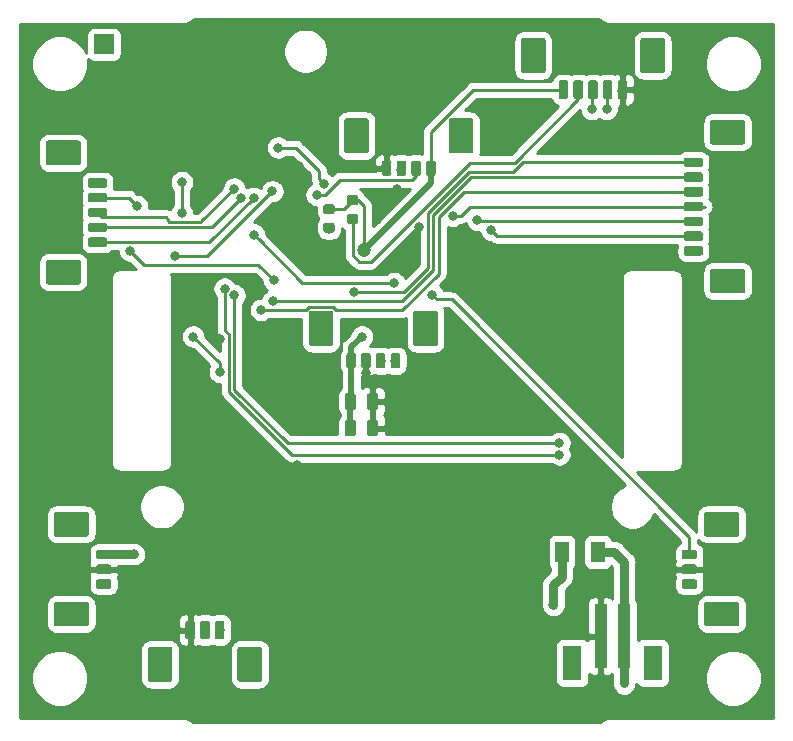
<source format=gbr>
G04 #@! TF.GenerationSoftware,KiCad,Pcbnew,(5.1.5)-3*
G04 #@! TF.CreationDate,2020-03-19T10:51:44+02:00*
G04 #@! TF.ProjectId,SeamlessVision,5365616d-6c65-4737-9356-6973696f6e2e,rev?*
G04 #@! TF.SameCoordinates,Original*
G04 #@! TF.FileFunction,Copper,L2,Bot*
G04 #@! TF.FilePolarity,Positive*
%FSLAX46Y46*%
G04 Gerber Fmt 4.6, Leading zero omitted, Abs format (unit mm)*
G04 Created by KiCad (PCBNEW (5.1.5)-3) date 2020-03-19 10:51:44*
%MOMM*%
%LPD*%
G04 APERTURE LIST*
%ADD10C,0.100000*%
%ADD11R,1.170000X1.820000*%
%ADD12R,1.600000X3.000000*%
%ADD13R,1.000000X5.500000*%
%ADD14R,1.700000X1.700000*%
%ADD15C,0.800000*%
%ADD16C,1.200000*%
%ADD17C,0.250000*%
%ADD18C,0.500000*%
%ADD19C,0.800000*%
%ADD20C,0.254000*%
G04 APERTURE END LIST*
G04 #@! TA.AperFunction,SMDPad,CuDef*
D10*
G36*
X94969603Y-104850963D02*
G01*
X94989018Y-104853843D01*
X95008057Y-104858612D01*
X95026537Y-104865224D01*
X95044279Y-104873616D01*
X95061114Y-104883706D01*
X95076879Y-104895398D01*
X95091421Y-104908579D01*
X95104602Y-104923121D01*
X95116294Y-104938886D01*
X95126384Y-104955721D01*
X95134776Y-104973463D01*
X95141388Y-104991943D01*
X95146157Y-105010982D01*
X95149037Y-105030397D01*
X95150000Y-105050000D01*
X95150000Y-105450000D01*
X95149037Y-105469603D01*
X95146157Y-105489018D01*
X95141388Y-105508057D01*
X95134776Y-105526537D01*
X95126384Y-105544279D01*
X95116294Y-105561114D01*
X95104602Y-105576879D01*
X95091421Y-105591421D01*
X95076879Y-105604602D01*
X95061114Y-105616294D01*
X95044279Y-105626384D01*
X95026537Y-105634776D01*
X95008057Y-105641388D01*
X94989018Y-105646157D01*
X94969603Y-105649037D01*
X94950000Y-105650000D01*
X93750000Y-105650000D01*
X93730397Y-105649037D01*
X93710982Y-105646157D01*
X93691943Y-105641388D01*
X93673463Y-105634776D01*
X93655721Y-105626384D01*
X93638886Y-105616294D01*
X93623121Y-105604602D01*
X93608579Y-105591421D01*
X93595398Y-105576879D01*
X93583706Y-105561114D01*
X93573616Y-105544279D01*
X93565224Y-105526537D01*
X93558612Y-105508057D01*
X93553843Y-105489018D01*
X93550963Y-105469603D01*
X93550000Y-105450000D01*
X93550000Y-105050000D01*
X93550963Y-105030397D01*
X93553843Y-105010982D01*
X93558612Y-104991943D01*
X93565224Y-104973463D01*
X93573616Y-104955721D01*
X93583706Y-104938886D01*
X93595398Y-104923121D01*
X93608579Y-104908579D01*
X93623121Y-104895398D01*
X93638886Y-104883706D01*
X93655721Y-104873616D01*
X93673463Y-104865224D01*
X93691943Y-104858612D01*
X93710982Y-104853843D01*
X93730397Y-104850963D01*
X93750000Y-104850000D01*
X94950000Y-104850000D01*
X94969603Y-104850963D01*
G37*
G04 #@! TD.AperFunction*
G04 #@! TA.AperFunction,SMDPad,CuDef*
G36*
X94969603Y-106100963D02*
G01*
X94989018Y-106103843D01*
X95008057Y-106108612D01*
X95026537Y-106115224D01*
X95044279Y-106123616D01*
X95061114Y-106133706D01*
X95076879Y-106145398D01*
X95091421Y-106158579D01*
X95104602Y-106173121D01*
X95116294Y-106188886D01*
X95126384Y-106205721D01*
X95134776Y-106223463D01*
X95141388Y-106241943D01*
X95146157Y-106260982D01*
X95149037Y-106280397D01*
X95150000Y-106300000D01*
X95150000Y-106700000D01*
X95149037Y-106719603D01*
X95146157Y-106739018D01*
X95141388Y-106758057D01*
X95134776Y-106776537D01*
X95126384Y-106794279D01*
X95116294Y-106811114D01*
X95104602Y-106826879D01*
X95091421Y-106841421D01*
X95076879Y-106854602D01*
X95061114Y-106866294D01*
X95044279Y-106876384D01*
X95026537Y-106884776D01*
X95008057Y-106891388D01*
X94989018Y-106896157D01*
X94969603Y-106899037D01*
X94950000Y-106900000D01*
X93750000Y-106900000D01*
X93730397Y-106899037D01*
X93710982Y-106896157D01*
X93691943Y-106891388D01*
X93673463Y-106884776D01*
X93655721Y-106876384D01*
X93638886Y-106866294D01*
X93623121Y-106854602D01*
X93608579Y-106841421D01*
X93595398Y-106826879D01*
X93583706Y-106811114D01*
X93573616Y-106794279D01*
X93565224Y-106776537D01*
X93558612Y-106758057D01*
X93553843Y-106739018D01*
X93550963Y-106719603D01*
X93550000Y-106700000D01*
X93550000Y-106300000D01*
X93550963Y-106280397D01*
X93553843Y-106260982D01*
X93558612Y-106241943D01*
X93565224Y-106223463D01*
X93573616Y-106205721D01*
X93583706Y-106188886D01*
X93595398Y-106173121D01*
X93608579Y-106158579D01*
X93623121Y-106145398D01*
X93638886Y-106133706D01*
X93655721Y-106123616D01*
X93673463Y-106115224D01*
X93691943Y-106108612D01*
X93710982Y-106103843D01*
X93730397Y-106100963D01*
X93750000Y-106100000D01*
X94950000Y-106100000D01*
X94969603Y-106100963D01*
G37*
G04 #@! TD.AperFunction*
G04 #@! TA.AperFunction,SMDPad,CuDef*
G36*
X94969603Y-107350963D02*
G01*
X94989018Y-107353843D01*
X95008057Y-107358612D01*
X95026537Y-107365224D01*
X95044279Y-107373616D01*
X95061114Y-107383706D01*
X95076879Y-107395398D01*
X95091421Y-107408579D01*
X95104602Y-107423121D01*
X95116294Y-107438886D01*
X95126384Y-107455721D01*
X95134776Y-107473463D01*
X95141388Y-107491943D01*
X95146157Y-107510982D01*
X95149037Y-107530397D01*
X95150000Y-107550000D01*
X95150000Y-107950000D01*
X95149037Y-107969603D01*
X95146157Y-107989018D01*
X95141388Y-108008057D01*
X95134776Y-108026537D01*
X95126384Y-108044279D01*
X95116294Y-108061114D01*
X95104602Y-108076879D01*
X95091421Y-108091421D01*
X95076879Y-108104602D01*
X95061114Y-108116294D01*
X95044279Y-108126384D01*
X95026537Y-108134776D01*
X95008057Y-108141388D01*
X94989018Y-108146157D01*
X94969603Y-108149037D01*
X94950000Y-108150000D01*
X93750000Y-108150000D01*
X93730397Y-108149037D01*
X93710982Y-108146157D01*
X93691943Y-108141388D01*
X93673463Y-108134776D01*
X93655721Y-108126384D01*
X93638886Y-108116294D01*
X93623121Y-108104602D01*
X93608579Y-108091421D01*
X93595398Y-108076879D01*
X93583706Y-108061114D01*
X93573616Y-108044279D01*
X93565224Y-108026537D01*
X93558612Y-108008057D01*
X93553843Y-107989018D01*
X93550963Y-107969603D01*
X93550000Y-107950000D01*
X93550000Y-107550000D01*
X93550963Y-107530397D01*
X93553843Y-107510982D01*
X93558612Y-107491943D01*
X93565224Y-107473463D01*
X93573616Y-107455721D01*
X93583706Y-107438886D01*
X93595398Y-107423121D01*
X93608579Y-107408579D01*
X93623121Y-107395398D01*
X93638886Y-107383706D01*
X93655721Y-107373616D01*
X93673463Y-107365224D01*
X93691943Y-107358612D01*
X93710982Y-107353843D01*
X93730397Y-107350963D01*
X93750000Y-107350000D01*
X94950000Y-107350000D01*
X94969603Y-107350963D01*
G37*
G04 #@! TD.AperFunction*
G04 #@! TA.AperFunction,SMDPad,CuDef*
G36*
X94969603Y-108600963D02*
G01*
X94989018Y-108603843D01*
X95008057Y-108608612D01*
X95026537Y-108615224D01*
X95044279Y-108623616D01*
X95061114Y-108633706D01*
X95076879Y-108645398D01*
X95091421Y-108658579D01*
X95104602Y-108673121D01*
X95116294Y-108688886D01*
X95126384Y-108705721D01*
X95134776Y-108723463D01*
X95141388Y-108741943D01*
X95146157Y-108760982D01*
X95149037Y-108780397D01*
X95150000Y-108800000D01*
X95150000Y-109200000D01*
X95149037Y-109219603D01*
X95146157Y-109239018D01*
X95141388Y-109258057D01*
X95134776Y-109276537D01*
X95126384Y-109294279D01*
X95116294Y-109311114D01*
X95104602Y-109326879D01*
X95091421Y-109341421D01*
X95076879Y-109354602D01*
X95061114Y-109366294D01*
X95044279Y-109376384D01*
X95026537Y-109384776D01*
X95008057Y-109391388D01*
X94989018Y-109396157D01*
X94969603Y-109399037D01*
X94950000Y-109400000D01*
X93750000Y-109400000D01*
X93730397Y-109399037D01*
X93710982Y-109396157D01*
X93691943Y-109391388D01*
X93673463Y-109384776D01*
X93655721Y-109376384D01*
X93638886Y-109366294D01*
X93623121Y-109354602D01*
X93608579Y-109341421D01*
X93595398Y-109326879D01*
X93583706Y-109311114D01*
X93573616Y-109294279D01*
X93565224Y-109276537D01*
X93558612Y-109258057D01*
X93553843Y-109239018D01*
X93550963Y-109219603D01*
X93550000Y-109200000D01*
X93550000Y-108800000D01*
X93550963Y-108780397D01*
X93553843Y-108760982D01*
X93558612Y-108741943D01*
X93565224Y-108723463D01*
X93573616Y-108705721D01*
X93583706Y-108688886D01*
X93595398Y-108673121D01*
X93608579Y-108658579D01*
X93623121Y-108645398D01*
X93638886Y-108633706D01*
X93655721Y-108623616D01*
X93673463Y-108615224D01*
X93691943Y-108608612D01*
X93710982Y-108603843D01*
X93730397Y-108600963D01*
X93750000Y-108600000D01*
X94950000Y-108600000D01*
X94969603Y-108600963D01*
G37*
G04 #@! TD.AperFunction*
G04 #@! TA.AperFunction,SMDPad,CuDef*
G36*
X94969603Y-109850963D02*
G01*
X94989018Y-109853843D01*
X95008057Y-109858612D01*
X95026537Y-109865224D01*
X95044279Y-109873616D01*
X95061114Y-109883706D01*
X95076879Y-109895398D01*
X95091421Y-109908579D01*
X95104602Y-109923121D01*
X95116294Y-109938886D01*
X95126384Y-109955721D01*
X95134776Y-109973463D01*
X95141388Y-109991943D01*
X95146157Y-110010982D01*
X95149037Y-110030397D01*
X95150000Y-110050000D01*
X95150000Y-110450000D01*
X95149037Y-110469603D01*
X95146157Y-110489018D01*
X95141388Y-110508057D01*
X95134776Y-110526537D01*
X95126384Y-110544279D01*
X95116294Y-110561114D01*
X95104602Y-110576879D01*
X95091421Y-110591421D01*
X95076879Y-110604602D01*
X95061114Y-110616294D01*
X95044279Y-110626384D01*
X95026537Y-110634776D01*
X95008057Y-110641388D01*
X94989018Y-110646157D01*
X94969603Y-110649037D01*
X94950000Y-110650000D01*
X93750000Y-110650000D01*
X93730397Y-110649037D01*
X93710982Y-110646157D01*
X93691943Y-110641388D01*
X93673463Y-110634776D01*
X93655721Y-110626384D01*
X93638886Y-110616294D01*
X93623121Y-110604602D01*
X93608579Y-110591421D01*
X93595398Y-110576879D01*
X93583706Y-110561114D01*
X93573616Y-110544279D01*
X93565224Y-110526537D01*
X93558612Y-110508057D01*
X93553843Y-110489018D01*
X93550963Y-110469603D01*
X93550000Y-110450000D01*
X93550000Y-110050000D01*
X93550963Y-110030397D01*
X93553843Y-110010982D01*
X93558612Y-109991943D01*
X93565224Y-109973463D01*
X93573616Y-109955721D01*
X93583706Y-109938886D01*
X93595398Y-109923121D01*
X93608579Y-109908579D01*
X93623121Y-109895398D01*
X93638886Y-109883706D01*
X93655721Y-109873616D01*
X93673463Y-109865224D01*
X93691943Y-109858612D01*
X93710982Y-109853843D01*
X93730397Y-109850963D01*
X93750000Y-109850000D01*
X94950000Y-109850000D01*
X94969603Y-109850963D01*
G37*
G04 #@! TD.AperFunction*
G04 #@! TA.AperFunction,SMDPad,CuDef*
G36*
X94969603Y-111100963D02*
G01*
X94989018Y-111103843D01*
X95008057Y-111108612D01*
X95026537Y-111115224D01*
X95044279Y-111123616D01*
X95061114Y-111133706D01*
X95076879Y-111145398D01*
X95091421Y-111158579D01*
X95104602Y-111173121D01*
X95116294Y-111188886D01*
X95126384Y-111205721D01*
X95134776Y-111223463D01*
X95141388Y-111241943D01*
X95146157Y-111260982D01*
X95149037Y-111280397D01*
X95150000Y-111300000D01*
X95150000Y-111700000D01*
X95149037Y-111719603D01*
X95146157Y-111739018D01*
X95141388Y-111758057D01*
X95134776Y-111776537D01*
X95126384Y-111794279D01*
X95116294Y-111811114D01*
X95104602Y-111826879D01*
X95091421Y-111841421D01*
X95076879Y-111854602D01*
X95061114Y-111866294D01*
X95044279Y-111876384D01*
X95026537Y-111884776D01*
X95008057Y-111891388D01*
X94989018Y-111896157D01*
X94969603Y-111899037D01*
X94950000Y-111900000D01*
X93750000Y-111900000D01*
X93730397Y-111899037D01*
X93710982Y-111896157D01*
X93691943Y-111891388D01*
X93673463Y-111884776D01*
X93655721Y-111876384D01*
X93638886Y-111866294D01*
X93623121Y-111854602D01*
X93608579Y-111841421D01*
X93595398Y-111826879D01*
X93583706Y-111811114D01*
X93573616Y-111794279D01*
X93565224Y-111776537D01*
X93558612Y-111758057D01*
X93553843Y-111739018D01*
X93550963Y-111719603D01*
X93550000Y-111700000D01*
X93550000Y-111300000D01*
X93550963Y-111280397D01*
X93553843Y-111260982D01*
X93558612Y-111241943D01*
X93565224Y-111223463D01*
X93573616Y-111205721D01*
X93583706Y-111188886D01*
X93595398Y-111173121D01*
X93608579Y-111158579D01*
X93623121Y-111145398D01*
X93638886Y-111133706D01*
X93655721Y-111123616D01*
X93673463Y-111115224D01*
X93691943Y-111108612D01*
X93710982Y-111103843D01*
X93730397Y-111100963D01*
X93750000Y-111100000D01*
X94950000Y-111100000D01*
X94969603Y-111100963D01*
G37*
G04 #@! TD.AperFunction*
G04 #@! TA.AperFunction,SMDPad,CuDef*
G36*
X94969603Y-112350963D02*
G01*
X94989018Y-112353843D01*
X95008057Y-112358612D01*
X95026537Y-112365224D01*
X95044279Y-112373616D01*
X95061114Y-112383706D01*
X95076879Y-112395398D01*
X95091421Y-112408579D01*
X95104602Y-112423121D01*
X95116294Y-112438886D01*
X95126384Y-112455721D01*
X95134776Y-112473463D01*
X95141388Y-112491943D01*
X95146157Y-112510982D01*
X95149037Y-112530397D01*
X95150000Y-112550000D01*
X95150000Y-112950000D01*
X95149037Y-112969603D01*
X95146157Y-112989018D01*
X95141388Y-113008057D01*
X95134776Y-113026537D01*
X95126384Y-113044279D01*
X95116294Y-113061114D01*
X95104602Y-113076879D01*
X95091421Y-113091421D01*
X95076879Y-113104602D01*
X95061114Y-113116294D01*
X95044279Y-113126384D01*
X95026537Y-113134776D01*
X95008057Y-113141388D01*
X94989018Y-113146157D01*
X94969603Y-113149037D01*
X94950000Y-113150000D01*
X93750000Y-113150000D01*
X93730397Y-113149037D01*
X93710982Y-113146157D01*
X93691943Y-113141388D01*
X93673463Y-113134776D01*
X93655721Y-113126384D01*
X93638886Y-113116294D01*
X93623121Y-113104602D01*
X93608579Y-113091421D01*
X93595398Y-113076879D01*
X93583706Y-113061114D01*
X93573616Y-113044279D01*
X93565224Y-113026537D01*
X93558612Y-113008057D01*
X93553843Y-112989018D01*
X93550963Y-112969603D01*
X93550000Y-112950000D01*
X93550000Y-112550000D01*
X93550963Y-112530397D01*
X93553843Y-112510982D01*
X93558612Y-112491943D01*
X93565224Y-112473463D01*
X93573616Y-112455721D01*
X93583706Y-112438886D01*
X93595398Y-112423121D01*
X93608579Y-112408579D01*
X93623121Y-112395398D01*
X93638886Y-112383706D01*
X93655721Y-112373616D01*
X93673463Y-112365224D01*
X93691943Y-112358612D01*
X93710982Y-112353843D01*
X93730397Y-112350963D01*
X93750000Y-112350000D01*
X94950000Y-112350000D01*
X94969603Y-112350963D01*
G37*
G04 #@! TD.AperFunction*
G04 #@! TA.AperFunction,SMDPad,CuDef*
G36*
X98524504Y-101651204D02*
G01*
X98548773Y-101654804D01*
X98572571Y-101660765D01*
X98595671Y-101669030D01*
X98617849Y-101679520D01*
X98638893Y-101692133D01*
X98658598Y-101706747D01*
X98676777Y-101723223D01*
X98693253Y-101741402D01*
X98707867Y-101761107D01*
X98720480Y-101782151D01*
X98730970Y-101804329D01*
X98739235Y-101827429D01*
X98745196Y-101851227D01*
X98748796Y-101875496D01*
X98750000Y-101900000D01*
X98750000Y-103500000D01*
X98748796Y-103524504D01*
X98745196Y-103548773D01*
X98739235Y-103572571D01*
X98730970Y-103595671D01*
X98720480Y-103617849D01*
X98707867Y-103638893D01*
X98693253Y-103658598D01*
X98676777Y-103676777D01*
X98658598Y-103693253D01*
X98638893Y-103707867D01*
X98617849Y-103720480D01*
X98595671Y-103730970D01*
X98572571Y-103739235D01*
X98548773Y-103745196D01*
X98524504Y-103748796D01*
X98500000Y-103750000D01*
X96000000Y-103750000D01*
X95975496Y-103748796D01*
X95951227Y-103745196D01*
X95927429Y-103739235D01*
X95904329Y-103730970D01*
X95882151Y-103720480D01*
X95861107Y-103707867D01*
X95841402Y-103693253D01*
X95823223Y-103676777D01*
X95806747Y-103658598D01*
X95792133Y-103638893D01*
X95779520Y-103617849D01*
X95769030Y-103595671D01*
X95760765Y-103572571D01*
X95754804Y-103548773D01*
X95751204Y-103524504D01*
X95750000Y-103500000D01*
X95750000Y-101900000D01*
X95751204Y-101875496D01*
X95754804Y-101851227D01*
X95760765Y-101827429D01*
X95769030Y-101804329D01*
X95779520Y-101782151D01*
X95792133Y-101761107D01*
X95806747Y-101741402D01*
X95823223Y-101723223D01*
X95841402Y-101706747D01*
X95861107Y-101692133D01*
X95882151Y-101679520D01*
X95904329Y-101669030D01*
X95927429Y-101660765D01*
X95951227Y-101654804D01*
X95975496Y-101651204D01*
X96000000Y-101650000D01*
X98500000Y-101650000D01*
X98524504Y-101651204D01*
G37*
G04 #@! TD.AperFunction*
G04 #@! TA.AperFunction,SMDPad,CuDef*
G36*
X98524504Y-114251204D02*
G01*
X98548773Y-114254804D01*
X98572571Y-114260765D01*
X98595671Y-114269030D01*
X98617849Y-114279520D01*
X98638893Y-114292133D01*
X98658598Y-114306747D01*
X98676777Y-114323223D01*
X98693253Y-114341402D01*
X98707867Y-114361107D01*
X98720480Y-114382151D01*
X98730970Y-114404329D01*
X98739235Y-114427429D01*
X98745196Y-114451227D01*
X98748796Y-114475496D01*
X98750000Y-114500000D01*
X98750000Y-116100000D01*
X98748796Y-116124504D01*
X98745196Y-116148773D01*
X98739235Y-116172571D01*
X98730970Y-116195671D01*
X98720480Y-116217849D01*
X98707867Y-116238893D01*
X98693253Y-116258598D01*
X98676777Y-116276777D01*
X98658598Y-116293253D01*
X98638893Y-116307867D01*
X98617849Y-116320480D01*
X98595671Y-116330970D01*
X98572571Y-116339235D01*
X98548773Y-116345196D01*
X98524504Y-116348796D01*
X98500000Y-116350000D01*
X96000000Y-116350000D01*
X95975496Y-116348796D01*
X95951227Y-116345196D01*
X95927429Y-116339235D01*
X95904329Y-116330970D01*
X95882151Y-116320480D01*
X95861107Y-116307867D01*
X95841402Y-116293253D01*
X95823223Y-116276777D01*
X95806747Y-116258598D01*
X95792133Y-116238893D01*
X95779520Y-116217849D01*
X95769030Y-116195671D01*
X95760765Y-116172571D01*
X95754804Y-116148773D01*
X95751204Y-116124504D01*
X95750000Y-116100000D01*
X95750000Y-114500000D01*
X95751204Y-114475496D01*
X95754804Y-114451227D01*
X95760765Y-114427429D01*
X95769030Y-114404329D01*
X95779520Y-114382151D01*
X95792133Y-114361107D01*
X95806747Y-114341402D01*
X95823223Y-114323223D01*
X95841402Y-114306747D01*
X95861107Y-114292133D01*
X95882151Y-114279520D01*
X95904329Y-114269030D01*
X95927429Y-114260765D01*
X95951227Y-114254804D01*
X95975496Y-114251204D01*
X96000000Y-114250000D01*
X98500000Y-114250000D01*
X98524504Y-114251204D01*
G37*
G04 #@! TD.AperFunction*
G04 #@! TA.AperFunction,SMDPad,CuDef*
G36*
X65580142Y-127051174D02*
G01*
X65603803Y-127054684D01*
X65627007Y-127060496D01*
X65649529Y-127068554D01*
X65671153Y-127078782D01*
X65691670Y-127091079D01*
X65710883Y-127105329D01*
X65728607Y-127121393D01*
X65744671Y-127139117D01*
X65758921Y-127158330D01*
X65771218Y-127178847D01*
X65781446Y-127200471D01*
X65789504Y-127222993D01*
X65795316Y-127246197D01*
X65798826Y-127269858D01*
X65800000Y-127293750D01*
X65800000Y-128206250D01*
X65798826Y-128230142D01*
X65795316Y-128253803D01*
X65789504Y-128277007D01*
X65781446Y-128299529D01*
X65771218Y-128321153D01*
X65758921Y-128341670D01*
X65744671Y-128360883D01*
X65728607Y-128378607D01*
X65710883Y-128394671D01*
X65691670Y-128408921D01*
X65671153Y-128421218D01*
X65649529Y-128431446D01*
X65627007Y-128439504D01*
X65603803Y-128445316D01*
X65580142Y-128448826D01*
X65556250Y-128450000D01*
X65068750Y-128450000D01*
X65044858Y-128448826D01*
X65021197Y-128445316D01*
X64997993Y-128439504D01*
X64975471Y-128431446D01*
X64953847Y-128421218D01*
X64933330Y-128408921D01*
X64914117Y-128394671D01*
X64896393Y-128378607D01*
X64880329Y-128360883D01*
X64866079Y-128341670D01*
X64853782Y-128321153D01*
X64843554Y-128299529D01*
X64835496Y-128277007D01*
X64829684Y-128253803D01*
X64826174Y-128230142D01*
X64825000Y-128206250D01*
X64825000Y-127293750D01*
X64826174Y-127269858D01*
X64829684Y-127246197D01*
X64835496Y-127222993D01*
X64843554Y-127200471D01*
X64853782Y-127178847D01*
X64866079Y-127158330D01*
X64880329Y-127139117D01*
X64896393Y-127121393D01*
X64914117Y-127105329D01*
X64933330Y-127091079D01*
X64953847Y-127078782D01*
X64975471Y-127068554D01*
X64997993Y-127060496D01*
X65021197Y-127054684D01*
X65044858Y-127051174D01*
X65068750Y-127050000D01*
X65556250Y-127050000D01*
X65580142Y-127051174D01*
G37*
G04 #@! TD.AperFunction*
G04 #@! TA.AperFunction,SMDPad,CuDef*
G36*
X67455142Y-127051174D02*
G01*
X67478803Y-127054684D01*
X67502007Y-127060496D01*
X67524529Y-127068554D01*
X67546153Y-127078782D01*
X67566670Y-127091079D01*
X67585883Y-127105329D01*
X67603607Y-127121393D01*
X67619671Y-127139117D01*
X67633921Y-127158330D01*
X67646218Y-127178847D01*
X67656446Y-127200471D01*
X67664504Y-127222993D01*
X67670316Y-127246197D01*
X67673826Y-127269858D01*
X67675000Y-127293750D01*
X67675000Y-128206250D01*
X67673826Y-128230142D01*
X67670316Y-128253803D01*
X67664504Y-128277007D01*
X67656446Y-128299529D01*
X67646218Y-128321153D01*
X67633921Y-128341670D01*
X67619671Y-128360883D01*
X67603607Y-128378607D01*
X67585883Y-128394671D01*
X67566670Y-128408921D01*
X67546153Y-128421218D01*
X67524529Y-128431446D01*
X67502007Y-128439504D01*
X67478803Y-128445316D01*
X67455142Y-128448826D01*
X67431250Y-128450000D01*
X66943750Y-128450000D01*
X66919858Y-128448826D01*
X66896197Y-128445316D01*
X66872993Y-128439504D01*
X66850471Y-128431446D01*
X66828847Y-128421218D01*
X66808330Y-128408921D01*
X66789117Y-128394671D01*
X66771393Y-128378607D01*
X66755329Y-128360883D01*
X66741079Y-128341670D01*
X66728782Y-128321153D01*
X66718554Y-128299529D01*
X66710496Y-128277007D01*
X66704684Y-128253803D01*
X66701174Y-128230142D01*
X66700000Y-128206250D01*
X66700000Y-127293750D01*
X66701174Y-127269858D01*
X66704684Y-127246197D01*
X66710496Y-127222993D01*
X66718554Y-127200471D01*
X66728782Y-127178847D01*
X66741079Y-127158330D01*
X66755329Y-127139117D01*
X66771393Y-127121393D01*
X66789117Y-127105329D01*
X66808330Y-127091079D01*
X66828847Y-127078782D01*
X66850471Y-127068554D01*
X66872993Y-127060496D01*
X66896197Y-127054684D01*
X66919858Y-127051174D01*
X66943750Y-127050000D01*
X67431250Y-127050000D01*
X67455142Y-127051174D01*
G37*
G04 #@! TD.AperFunction*
G04 #@! TA.AperFunction,SMDPad,CuDef*
G36*
X67455142Y-124801174D02*
G01*
X67478803Y-124804684D01*
X67502007Y-124810496D01*
X67524529Y-124818554D01*
X67546153Y-124828782D01*
X67566670Y-124841079D01*
X67585883Y-124855329D01*
X67603607Y-124871393D01*
X67619671Y-124889117D01*
X67633921Y-124908330D01*
X67646218Y-124928847D01*
X67656446Y-124950471D01*
X67664504Y-124972993D01*
X67670316Y-124996197D01*
X67673826Y-125019858D01*
X67675000Y-125043750D01*
X67675000Y-125956250D01*
X67673826Y-125980142D01*
X67670316Y-126003803D01*
X67664504Y-126027007D01*
X67656446Y-126049529D01*
X67646218Y-126071153D01*
X67633921Y-126091670D01*
X67619671Y-126110883D01*
X67603607Y-126128607D01*
X67585883Y-126144671D01*
X67566670Y-126158921D01*
X67546153Y-126171218D01*
X67524529Y-126181446D01*
X67502007Y-126189504D01*
X67478803Y-126195316D01*
X67455142Y-126198826D01*
X67431250Y-126200000D01*
X66943750Y-126200000D01*
X66919858Y-126198826D01*
X66896197Y-126195316D01*
X66872993Y-126189504D01*
X66850471Y-126181446D01*
X66828847Y-126171218D01*
X66808330Y-126158921D01*
X66789117Y-126144671D01*
X66771393Y-126128607D01*
X66755329Y-126110883D01*
X66741079Y-126091670D01*
X66728782Y-126071153D01*
X66718554Y-126049529D01*
X66710496Y-126027007D01*
X66704684Y-126003803D01*
X66701174Y-125980142D01*
X66700000Y-125956250D01*
X66700000Y-125043750D01*
X66701174Y-125019858D01*
X66704684Y-124996197D01*
X66710496Y-124972993D01*
X66718554Y-124950471D01*
X66728782Y-124928847D01*
X66741079Y-124908330D01*
X66755329Y-124889117D01*
X66771393Y-124871393D01*
X66789117Y-124855329D01*
X66808330Y-124841079D01*
X66828847Y-124828782D01*
X66850471Y-124818554D01*
X66872993Y-124810496D01*
X66896197Y-124804684D01*
X66919858Y-124801174D01*
X66943750Y-124800000D01*
X67431250Y-124800000D01*
X67455142Y-124801174D01*
G37*
G04 #@! TD.AperFunction*
G04 #@! TA.AperFunction,SMDPad,CuDef*
G36*
X65580142Y-124801174D02*
G01*
X65603803Y-124804684D01*
X65627007Y-124810496D01*
X65649529Y-124818554D01*
X65671153Y-124828782D01*
X65691670Y-124841079D01*
X65710883Y-124855329D01*
X65728607Y-124871393D01*
X65744671Y-124889117D01*
X65758921Y-124908330D01*
X65771218Y-124928847D01*
X65781446Y-124950471D01*
X65789504Y-124972993D01*
X65795316Y-124996197D01*
X65798826Y-125019858D01*
X65800000Y-125043750D01*
X65800000Y-125956250D01*
X65798826Y-125980142D01*
X65795316Y-126003803D01*
X65789504Y-126027007D01*
X65781446Y-126049529D01*
X65771218Y-126071153D01*
X65758921Y-126091670D01*
X65744671Y-126110883D01*
X65728607Y-126128607D01*
X65710883Y-126144671D01*
X65691670Y-126158921D01*
X65671153Y-126171218D01*
X65649529Y-126181446D01*
X65627007Y-126189504D01*
X65603803Y-126195316D01*
X65580142Y-126198826D01*
X65556250Y-126200000D01*
X65068750Y-126200000D01*
X65044858Y-126198826D01*
X65021197Y-126195316D01*
X64997993Y-126189504D01*
X64975471Y-126181446D01*
X64953847Y-126171218D01*
X64933330Y-126158921D01*
X64914117Y-126144671D01*
X64896393Y-126128607D01*
X64880329Y-126110883D01*
X64866079Y-126091670D01*
X64853782Y-126071153D01*
X64843554Y-126049529D01*
X64835496Y-126027007D01*
X64829684Y-126003803D01*
X64826174Y-125980142D01*
X64825000Y-125956250D01*
X64825000Y-125043750D01*
X64826174Y-125019858D01*
X64829684Y-124996197D01*
X64835496Y-124972993D01*
X64843554Y-124950471D01*
X64853782Y-124928847D01*
X64866079Y-124908330D01*
X64880329Y-124889117D01*
X64896393Y-124871393D01*
X64914117Y-124855329D01*
X64933330Y-124841079D01*
X64953847Y-124828782D01*
X64975471Y-124818554D01*
X64997993Y-124810496D01*
X65021197Y-124804684D01*
X65044858Y-124801174D01*
X65068750Y-124800000D01*
X65556250Y-124800000D01*
X65580142Y-124801174D01*
G37*
G04 #@! TD.AperFunction*
G04 #@! TA.AperFunction,SMDPad,CuDef*
G36*
X65777691Y-108026053D02*
G01*
X65798926Y-108029203D01*
X65819750Y-108034419D01*
X65839962Y-108041651D01*
X65859368Y-108050830D01*
X65877781Y-108061866D01*
X65895024Y-108074654D01*
X65910930Y-108089070D01*
X65925346Y-108104976D01*
X65938134Y-108122219D01*
X65949170Y-108140632D01*
X65958349Y-108160038D01*
X65965581Y-108180250D01*
X65970797Y-108201074D01*
X65973947Y-108222309D01*
X65975000Y-108243750D01*
X65975000Y-108681250D01*
X65973947Y-108702691D01*
X65970797Y-108723926D01*
X65965581Y-108744750D01*
X65958349Y-108764962D01*
X65949170Y-108784368D01*
X65938134Y-108802781D01*
X65925346Y-108820024D01*
X65910930Y-108835930D01*
X65895024Y-108850346D01*
X65877781Y-108863134D01*
X65859368Y-108874170D01*
X65839962Y-108883349D01*
X65819750Y-108890581D01*
X65798926Y-108895797D01*
X65777691Y-108898947D01*
X65756250Y-108900000D01*
X65243750Y-108900000D01*
X65222309Y-108898947D01*
X65201074Y-108895797D01*
X65180250Y-108890581D01*
X65160038Y-108883349D01*
X65140632Y-108874170D01*
X65122219Y-108863134D01*
X65104976Y-108850346D01*
X65089070Y-108835930D01*
X65074654Y-108820024D01*
X65061866Y-108802781D01*
X65050830Y-108784368D01*
X65041651Y-108764962D01*
X65034419Y-108744750D01*
X65029203Y-108723926D01*
X65026053Y-108702691D01*
X65025000Y-108681250D01*
X65025000Y-108243750D01*
X65026053Y-108222309D01*
X65029203Y-108201074D01*
X65034419Y-108180250D01*
X65041651Y-108160038D01*
X65050830Y-108140632D01*
X65061866Y-108122219D01*
X65074654Y-108104976D01*
X65089070Y-108089070D01*
X65104976Y-108074654D01*
X65122219Y-108061866D01*
X65140632Y-108050830D01*
X65160038Y-108041651D01*
X65180250Y-108034419D01*
X65201074Y-108029203D01*
X65222309Y-108026053D01*
X65243750Y-108025000D01*
X65756250Y-108025000D01*
X65777691Y-108026053D01*
G37*
G04 #@! TD.AperFunction*
G04 #@! TA.AperFunction,SMDPad,CuDef*
G36*
X65777691Y-109601053D02*
G01*
X65798926Y-109604203D01*
X65819750Y-109609419D01*
X65839962Y-109616651D01*
X65859368Y-109625830D01*
X65877781Y-109636866D01*
X65895024Y-109649654D01*
X65910930Y-109664070D01*
X65925346Y-109679976D01*
X65938134Y-109697219D01*
X65949170Y-109715632D01*
X65958349Y-109735038D01*
X65965581Y-109755250D01*
X65970797Y-109776074D01*
X65973947Y-109797309D01*
X65975000Y-109818750D01*
X65975000Y-110256250D01*
X65973947Y-110277691D01*
X65970797Y-110298926D01*
X65965581Y-110319750D01*
X65958349Y-110339962D01*
X65949170Y-110359368D01*
X65938134Y-110377781D01*
X65925346Y-110395024D01*
X65910930Y-110410930D01*
X65895024Y-110425346D01*
X65877781Y-110438134D01*
X65859368Y-110449170D01*
X65839962Y-110458349D01*
X65819750Y-110465581D01*
X65798926Y-110470797D01*
X65777691Y-110473947D01*
X65756250Y-110475000D01*
X65243750Y-110475000D01*
X65222309Y-110473947D01*
X65201074Y-110470797D01*
X65180250Y-110465581D01*
X65160038Y-110458349D01*
X65140632Y-110449170D01*
X65122219Y-110438134D01*
X65104976Y-110425346D01*
X65089070Y-110410930D01*
X65074654Y-110395024D01*
X65061866Y-110377781D01*
X65050830Y-110359368D01*
X65041651Y-110339962D01*
X65034419Y-110319750D01*
X65029203Y-110298926D01*
X65026053Y-110277691D01*
X65025000Y-110256250D01*
X65025000Y-109818750D01*
X65026053Y-109797309D01*
X65029203Y-109776074D01*
X65034419Y-109755250D01*
X65041651Y-109735038D01*
X65050830Y-109715632D01*
X65061866Y-109697219D01*
X65074654Y-109679976D01*
X65089070Y-109664070D01*
X65104976Y-109649654D01*
X65122219Y-109636866D01*
X65140632Y-109625830D01*
X65160038Y-109616651D01*
X65180250Y-109609419D01*
X65201074Y-109604203D01*
X65222309Y-109601053D01*
X65243750Y-109600000D01*
X65756250Y-109600000D01*
X65777691Y-109601053D01*
G37*
G04 #@! TD.AperFunction*
G04 #@! TA.AperFunction,SMDPad,CuDef*
G36*
X63777691Y-108776053D02*
G01*
X63798926Y-108779203D01*
X63819750Y-108784419D01*
X63839962Y-108791651D01*
X63859368Y-108800830D01*
X63877781Y-108811866D01*
X63895024Y-108824654D01*
X63910930Y-108839070D01*
X63925346Y-108854976D01*
X63938134Y-108872219D01*
X63949170Y-108890632D01*
X63958349Y-108910038D01*
X63965581Y-108930250D01*
X63970797Y-108951074D01*
X63973947Y-108972309D01*
X63975000Y-108993750D01*
X63975000Y-109431250D01*
X63973947Y-109452691D01*
X63970797Y-109473926D01*
X63965581Y-109494750D01*
X63958349Y-109514962D01*
X63949170Y-109534368D01*
X63938134Y-109552781D01*
X63925346Y-109570024D01*
X63910930Y-109585930D01*
X63895024Y-109600346D01*
X63877781Y-109613134D01*
X63859368Y-109624170D01*
X63839962Y-109633349D01*
X63819750Y-109640581D01*
X63798926Y-109645797D01*
X63777691Y-109648947D01*
X63756250Y-109650000D01*
X63243750Y-109650000D01*
X63222309Y-109648947D01*
X63201074Y-109645797D01*
X63180250Y-109640581D01*
X63160038Y-109633349D01*
X63140632Y-109624170D01*
X63122219Y-109613134D01*
X63104976Y-109600346D01*
X63089070Y-109585930D01*
X63074654Y-109570024D01*
X63061866Y-109552781D01*
X63050830Y-109534368D01*
X63041651Y-109514962D01*
X63034419Y-109494750D01*
X63029203Y-109473926D01*
X63026053Y-109452691D01*
X63025000Y-109431250D01*
X63025000Y-108993750D01*
X63026053Y-108972309D01*
X63029203Y-108951074D01*
X63034419Y-108930250D01*
X63041651Y-108910038D01*
X63050830Y-108890632D01*
X63061866Y-108872219D01*
X63074654Y-108854976D01*
X63089070Y-108839070D01*
X63104976Y-108824654D01*
X63122219Y-108811866D01*
X63140632Y-108800830D01*
X63160038Y-108791651D01*
X63180250Y-108784419D01*
X63201074Y-108779203D01*
X63222309Y-108776053D01*
X63243750Y-108775000D01*
X63756250Y-108775000D01*
X63777691Y-108776053D01*
G37*
G04 #@! TD.AperFunction*
G04 #@! TA.AperFunction,SMDPad,CuDef*
G36*
X63777691Y-110351053D02*
G01*
X63798926Y-110354203D01*
X63819750Y-110359419D01*
X63839962Y-110366651D01*
X63859368Y-110375830D01*
X63877781Y-110386866D01*
X63895024Y-110399654D01*
X63910930Y-110414070D01*
X63925346Y-110429976D01*
X63938134Y-110447219D01*
X63949170Y-110465632D01*
X63958349Y-110485038D01*
X63965581Y-110505250D01*
X63970797Y-110526074D01*
X63973947Y-110547309D01*
X63975000Y-110568750D01*
X63975000Y-111006250D01*
X63973947Y-111027691D01*
X63970797Y-111048926D01*
X63965581Y-111069750D01*
X63958349Y-111089962D01*
X63949170Y-111109368D01*
X63938134Y-111127781D01*
X63925346Y-111145024D01*
X63910930Y-111160930D01*
X63895024Y-111175346D01*
X63877781Y-111188134D01*
X63859368Y-111199170D01*
X63839962Y-111208349D01*
X63819750Y-111215581D01*
X63798926Y-111220797D01*
X63777691Y-111223947D01*
X63756250Y-111225000D01*
X63243750Y-111225000D01*
X63222309Y-111223947D01*
X63201074Y-111220797D01*
X63180250Y-111215581D01*
X63160038Y-111208349D01*
X63140632Y-111199170D01*
X63122219Y-111188134D01*
X63104976Y-111175346D01*
X63089070Y-111160930D01*
X63074654Y-111145024D01*
X63061866Y-111127781D01*
X63050830Y-111109368D01*
X63041651Y-111089962D01*
X63034419Y-111069750D01*
X63029203Y-111048926D01*
X63026053Y-111027691D01*
X63025000Y-111006250D01*
X63025000Y-110568750D01*
X63026053Y-110547309D01*
X63029203Y-110526074D01*
X63034419Y-110505250D01*
X63041651Y-110485038D01*
X63050830Y-110465632D01*
X63061866Y-110447219D01*
X63074654Y-110429976D01*
X63089070Y-110414070D01*
X63104976Y-110399654D01*
X63122219Y-110386866D01*
X63140632Y-110375830D01*
X63160038Y-110366651D01*
X63180250Y-110359419D01*
X63201074Y-110354203D01*
X63222309Y-110351053D01*
X63243750Y-110350000D01*
X63756250Y-110350000D01*
X63777691Y-110351053D01*
G37*
G04 #@! TD.AperFunction*
D11*
X83230000Y-138250000D03*
X86270000Y-138250000D03*
G04 #@! TA.AperFunction,SMDPad,CuDef*
D10*
G36*
X44519603Y-111600963D02*
G01*
X44539018Y-111603843D01*
X44558057Y-111608612D01*
X44576537Y-111615224D01*
X44594279Y-111623616D01*
X44611114Y-111633706D01*
X44626879Y-111645398D01*
X44641421Y-111658579D01*
X44654602Y-111673121D01*
X44666294Y-111688886D01*
X44676384Y-111705721D01*
X44684776Y-111723463D01*
X44691388Y-111741943D01*
X44696157Y-111760982D01*
X44699037Y-111780397D01*
X44700000Y-111800000D01*
X44700000Y-112200000D01*
X44699037Y-112219603D01*
X44696157Y-112239018D01*
X44691388Y-112258057D01*
X44684776Y-112276537D01*
X44676384Y-112294279D01*
X44666294Y-112311114D01*
X44654602Y-112326879D01*
X44641421Y-112341421D01*
X44626879Y-112354602D01*
X44611114Y-112366294D01*
X44594279Y-112376384D01*
X44576537Y-112384776D01*
X44558057Y-112391388D01*
X44539018Y-112396157D01*
X44519603Y-112399037D01*
X44500000Y-112400000D01*
X43300000Y-112400000D01*
X43280397Y-112399037D01*
X43260982Y-112396157D01*
X43241943Y-112391388D01*
X43223463Y-112384776D01*
X43205721Y-112376384D01*
X43188886Y-112366294D01*
X43173121Y-112354602D01*
X43158579Y-112341421D01*
X43145398Y-112326879D01*
X43133706Y-112311114D01*
X43123616Y-112294279D01*
X43115224Y-112276537D01*
X43108612Y-112258057D01*
X43103843Y-112239018D01*
X43100963Y-112219603D01*
X43100000Y-112200000D01*
X43100000Y-111800000D01*
X43100963Y-111780397D01*
X43103843Y-111760982D01*
X43108612Y-111741943D01*
X43115224Y-111723463D01*
X43123616Y-111705721D01*
X43133706Y-111688886D01*
X43145398Y-111673121D01*
X43158579Y-111658579D01*
X43173121Y-111645398D01*
X43188886Y-111633706D01*
X43205721Y-111623616D01*
X43223463Y-111615224D01*
X43241943Y-111608612D01*
X43260982Y-111603843D01*
X43280397Y-111600963D01*
X43300000Y-111600000D01*
X44500000Y-111600000D01*
X44519603Y-111600963D01*
G37*
G04 #@! TD.AperFunction*
G04 #@! TA.AperFunction,SMDPad,CuDef*
G36*
X44519603Y-110350963D02*
G01*
X44539018Y-110353843D01*
X44558057Y-110358612D01*
X44576537Y-110365224D01*
X44594279Y-110373616D01*
X44611114Y-110383706D01*
X44626879Y-110395398D01*
X44641421Y-110408579D01*
X44654602Y-110423121D01*
X44666294Y-110438886D01*
X44676384Y-110455721D01*
X44684776Y-110473463D01*
X44691388Y-110491943D01*
X44696157Y-110510982D01*
X44699037Y-110530397D01*
X44700000Y-110550000D01*
X44700000Y-110950000D01*
X44699037Y-110969603D01*
X44696157Y-110989018D01*
X44691388Y-111008057D01*
X44684776Y-111026537D01*
X44676384Y-111044279D01*
X44666294Y-111061114D01*
X44654602Y-111076879D01*
X44641421Y-111091421D01*
X44626879Y-111104602D01*
X44611114Y-111116294D01*
X44594279Y-111126384D01*
X44576537Y-111134776D01*
X44558057Y-111141388D01*
X44539018Y-111146157D01*
X44519603Y-111149037D01*
X44500000Y-111150000D01*
X43300000Y-111150000D01*
X43280397Y-111149037D01*
X43260982Y-111146157D01*
X43241943Y-111141388D01*
X43223463Y-111134776D01*
X43205721Y-111126384D01*
X43188886Y-111116294D01*
X43173121Y-111104602D01*
X43158579Y-111091421D01*
X43145398Y-111076879D01*
X43133706Y-111061114D01*
X43123616Y-111044279D01*
X43115224Y-111026537D01*
X43108612Y-111008057D01*
X43103843Y-110989018D01*
X43100963Y-110969603D01*
X43100000Y-110950000D01*
X43100000Y-110550000D01*
X43100963Y-110530397D01*
X43103843Y-110510982D01*
X43108612Y-110491943D01*
X43115224Y-110473463D01*
X43123616Y-110455721D01*
X43133706Y-110438886D01*
X43145398Y-110423121D01*
X43158579Y-110408579D01*
X43173121Y-110395398D01*
X43188886Y-110383706D01*
X43205721Y-110373616D01*
X43223463Y-110365224D01*
X43241943Y-110358612D01*
X43260982Y-110353843D01*
X43280397Y-110350963D01*
X43300000Y-110350000D01*
X44500000Y-110350000D01*
X44519603Y-110350963D01*
G37*
G04 #@! TD.AperFunction*
G04 #@! TA.AperFunction,SMDPad,CuDef*
G36*
X44519603Y-109100963D02*
G01*
X44539018Y-109103843D01*
X44558057Y-109108612D01*
X44576537Y-109115224D01*
X44594279Y-109123616D01*
X44611114Y-109133706D01*
X44626879Y-109145398D01*
X44641421Y-109158579D01*
X44654602Y-109173121D01*
X44666294Y-109188886D01*
X44676384Y-109205721D01*
X44684776Y-109223463D01*
X44691388Y-109241943D01*
X44696157Y-109260982D01*
X44699037Y-109280397D01*
X44700000Y-109300000D01*
X44700000Y-109700000D01*
X44699037Y-109719603D01*
X44696157Y-109739018D01*
X44691388Y-109758057D01*
X44684776Y-109776537D01*
X44676384Y-109794279D01*
X44666294Y-109811114D01*
X44654602Y-109826879D01*
X44641421Y-109841421D01*
X44626879Y-109854602D01*
X44611114Y-109866294D01*
X44594279Y-109876384D01*
X44576537Y-109884776D01*
X44558057Y-109891388D01*
X44539018Y-109896157D01*
X44519603Y-109899037D01*
X44500000Y-109900000D01*
X43300000Y-109900000D01*
X43280397Y-109899037D01*
X43260982Y-109896157D01*
X43241943Y-109891388D01*
X43223463Y-109884776D01*
X43205721Y-109876384D01*
X43188886Y-109866294D01*
X43173121Y-109854602D01*
X43158579Y-109841421D01*
X43145398Y-109826879D01*
X43133706Y-109811114D01*
X43123616Y-109794279D01*
X43115224Y-109776537D01*
X43108612Y-109758057D01*
X43103843Y-109739018D01*
X43100963Y-109719603D01*
X43100000Y-109700000D01*
X43100000Y-109300000D01*
X43100963Y-109280397D01*
X43103843Y-109260982D01*
X43108612Y-109241943D01*
X43115224Y-109223463D01*
X43123616Y-109205721D01*
X43133706Y-109188886D01*
X43145398Y-109173121D01*
X43158579Y-109158579D01*
X43173121Y-109145398D01*
X43188886Y-109133706D01*
X43205721Y-109123616D01*
X43223463Y-109115224D01*
X43241943Y-109108612D01*
X43260982Y-109103843D01*
X43280397Y-109100963D01*
X43300000Y-109100000D01*
X44500000Y-109100000D01*
X44519603Y-109100963D01*
G37*
G04 #@! TD.AperFunction*
G04 #@! TA.AperFunction,SMDPad,CuDef*
G36*
X44519603Y-107850963D02*
G01*
X44539018Y-107853843D01*
X44558057Y-107858612D01*
X44576537Y-107865224D01*
X44594279Y-107873616D01*
X44611114Y-107883706D01*
X44626879Y-107895398D01*
X44641421Y-107908579D01*
X44654602Y-107923121D01*
X44666294Y-107938886D01*
X44676384Y-107955721D01*
X44684776Y-107973463D01*
X44691388Y-107991943D01*
X44696157Y-108010982D01*
X44699037Y-108030397D01*
X44700000Y-108050000D01*
X44700000Y-108450000D01*
X44699037Y-108469603D01*
X44696157Y-108489018D01*
X44691388Y-108508057D01*
X44684776Y-108526537D01*
X44676384Y-108544279D01*
X44666294Y-108561114D01*
X44654602Y-108576879D01*
X44641421Y-108591421D01*
X44626879Y-108604602D01*
X44611114Y-108616294D01*
X44594279Y-108626384D01*
X44576537Y-108634776D01*
X44558057Y-108641388D01*
X44539018Y-108646157D01*
X44519603Y-108649037D01*
X44500000Y-108650000D01*
X43300000Y-108650000D01*
X43280397Y-108649037D01*
X43260982Y-108646157D01*
X43241943Y-108641388D01*
X43223463Y-108634776D01*
X43205721Y-108626384D01*
X43188886Y-108616294D01*
X43173121Y-108604602D01*
X43158579Y-108591421D01*
X43145398Y-108576879D01*
X43133706Y-108561114D01*
X43123616Y-108544279D01*
X43115224Y-108526537D01*
X43108612Y-108508057D01*
X43103843Y-108489018D01*
X43100963Y-108469603D01*
X43100000Y-108450000D01*
X43100000Y-108050000D01*
X43100963Y-108030397D01*
X43103843Y-108010982D01*
X43108612Y-107991943D01*
X43115224Y-107973463D01*
X43123616Y-107955721D01*
X43133706Y-107938886D01*
X43145398Y-107923121D01*
X43158579Y-107908579D01*
X43173121Y-107895398D01*
X43188886Y-107883706D01*
X43205721Y-107873616D01*
X43223463Y-107865224D01*
X43241943Y-107858612D01*
X43260982Y-107853843D01*
X43280397Y-107850963D01*
X43300000Y-107850000D01*
X44500000Y-107850000D01*
X44519603Y-107850963D01*
G37*
G04 #@! TD.AperFunction*
G04 #@! TA.AperFunction,SMDPad,CuDef*
G36*
X44519603Y-106600963D02*
G01*
X44539018Y-106603843D01*
X44558057Y-106608612D01*
X44576537Y-106615224D01*
X44594279Y-106623616D01*
X44611114Y-106633706D01*
X44626879Y-106645398D01*
X44641421Y-106658579D01*
X44654602Y-106673121D01*
X44666294Y-106688886D01*
X44676384Y-106705721D01*
X44684776Y-106723463D01*
X44691388Y-106741943D01*
X44696157Y-106760982D01*
X44699037Y-106780397D01*
X44700000Y-106800000D01*
X44700000Y-107200000D01*
X44699037Y-107219603D01*
X44696157Y-107239018D01*
X44691388Y-107258057D01*
X44684776Y-107276537D01*
X44676384Y-107294279D01*
X44666294Y-107311114D01*
X44654602Y-107326879D01*
X44641421Y-107341421D01*
X44626879Y-107354602D01*
X44611114Y-107366294D01*
X44594279Y-107376384D01*
X44576537Y-107384776D01*
X44558057Y-107391388D01*
X44539018Y-107396157D01*
X44519603Y-107399037D01*
X44500000Y-107400000D01*
X43300000Y-107400000D01*
X43280397Y-107399037D01*
X43260982Y-107396157D01*
X43241943Y-107391388D01*
X43223463Y-107384776D01*
X43205721Y-107376384D01*
X43188886Y-107366294D01*
X43173121Y-107354602D01*
X43158579Y-107341421D01*
X43145398Y-107326879D01*
X43133706Y-107311114D01*
X43123616Y-107294279D01*
X43115224Y-107276537D01*
X43108612Y-107258057D01*
X43103843Y-107239018D01*
X43100963Y-107219603D01*
X43100000Y-107200000D01*
X43100000Y-106800000D01*
X43100963Y-106780397D01*
X43103843Y-106760982D01*
X43108612Y-106741943D01*
X43115224Y-106723463D01*
X43123616Y-106705721D01*
X43133706Y-106688886D01*
X43145398Y-106673121D01*
X43158579Y-106658579D01*
X43173121Y-106645398D01*
X43188886Y-106633706D01*
X43205721Y-106623616D01*
X43223463Y-106615224D01*
X43241943Y-106608612D01*
X43260982Y-106603843D01*
X43280397Y-106600963D01*
X43300000Y-106600000D01*
X44500000Y-106600000D01*
X44519603Y-106600963D01*
G37*
G04 #@! TD.AperFunction*
G04 #@! TA.AperFunction,SMDPad,CuDef*
G36*
X42274504Y-113501204D02*
G01*
X42298773Y-113504804D01*
X42322571Y-113510765D01*
X42345671Y-113519030D01*
X42367849Y-113529520D01*
X42388893Y-113542133D01*
X42408598Y-113556747D01*
X42426777Y-113573223D01*
X42443253Y-113591402D01*
X42457867Y-113611107D01*
X42470480Y-113632151D01*
X42480970Y-113654329D01*
X42489235Y-113677429D01*
X42495196Y-113701227D01*
X42498796Y-113725496D01*
X42500000Y-113750000D01*
X42500000Y-115350000D01*
X42498796Y-115374504D01*
X42495196Y-115398773D01*
X42489235Y-115422571D01*
X42480970Y-115445671D01*
X42470480Y-115467849D01*
X42457867Y-115488893D01*
X42443253Y-115508598D01*
X42426777Y-115526777D01*
X42408598Y-115543253D01*
X42388893Y-115557867D01*
X42367849Y-115570480D01*
X42345671Y-115580970D01*
X42322571Y-115589235D01*
X42298773Y-115595196D01*
X42274504Y-115598796D01*
X42250000Y-115600000D01*
X39750000Y-115600000D01*
X39725496Y-115598796D01*
X39701227Y-115595196D01*
X39677429Y-115589235D01*
X39654329Y-115580970D01*
X39632151Y-115570480D01*
X39611107Y-115557867D01*
X39591402Y-115543253D01*
X39573223Y-115526777D01*
X39556747Y-115508598D01*
X39542133Y-115488893D01*
X39529520Y-115467849D01*
X39519030Y-115445671D01*
X39510765Y-115422571D01*
X39504804Y-115398773D01*
X39501204Y-115374504D01*
X39500000Y-115350000D01*
X39500000Y-113750000D01*
X39501204Y-113725496D01*
X39504804Y-113701227D01*
X39510765Y-113677429D01*
X39519030Y-113654329D01*
X39529520Y-113632151D01*
X39542133Y-113611107D01*
X39556747Y-113591402D01*
X39573223Y-113573223D01*
X39591402Y-113556747D01*
X39611107Y-113542133D01*
X39632151Y-113529520D01*
X39654329Y-113519030D01*
X39677429Y-113510765D01*
X39701227Y-113504804D01*
X39725496Y-113501204D01*
X39750000Y-113500000D01*
X42250000Y-113500000D01*
X42274504Y-113501204D01*
G37*
G04 #@! TD.AperFunction*
G04 #@! TA.AperFunction,SMDPad,CuDef*
G36*
X42274504Y-103401204D02*
G01*
X42298773Y-103404804D01*
X42322571Y-103410765D01*
X42345671Y-103419030D01*
X42367849Y-103429520D01*
X42388893Y-103442133D01*
X42408598Y-103456747D01*
X42426777Y-103473223D01*
X42443253Y-103491402D01*
X42457867Y-103511107D01*
X42470480Y-103532151D01*
X42480970Y-103554329D01*
X42489235Y-103577429D01*
X42495196Y-103601227D01*
X42498796Y-103625496D01*
X42500000Y-103650000D01*
X42500000Y-105250000D01*
X42498796Y-105274504D01*
X42495196Y-105298773D01*
X42489235Y-105322571D01*
X42480970Y-105345671D01*
X42470480Y-105367849D01*
X42457867Y-105388893D01*
X42443253Y-105408598D01*
X42426777Y-105426777D01*
X42408598Y-105443253D01*
X42388893Y-105457867D01*
X42367849Y-105470480D01*
X42345671Y-105480970D01*
X42322571Y-105489235D01*
X42298773Y-105495196D01*
X42274504Y-105498796D01*
X42250000Y-105500000D01*
X39750000Y-105500000D01*
X39725496Y-105498796D01*
X39701227Y-105495196D01*
X39677429Y-105489235D01*
X39654329Y-105480970D01*
X39632151Y-105470480D01*
X39611107Y-105457867D01*
X39591402Y-105443253D01*
X39573223Y-105426777D01*
X39556747Y-105408598D01*
X39542133Y-105388893D01*
X39529520Y-105367849D01*
X39519030Y-105345671D01*
X39510765Y-105322571D01*
X39504804Y-105298773D01*
X39501204Y-105274504D01*
X39500000Y-105250000D01*
X39500000Y-103650000D01*
X39501204Y-103625496D01*
X39504804Y-103601227D01*
X39510765Y-103577429D01*
X39519030Y-103554329D01*
X39529520Y-103532151D01*
X39542133Y-103511107D01*
X39556747Y-103491402D01*
X39573223Y-103473223D01*
X39591402Y-103456747D01*
X39611107Y-103442133D01*
X39632151Y-103429520D01*
X39654329Y-103419030D01*
X39677429Y-103410765D01*
X39701227Y-103404804D01*
X39725496Y-103401204D01*
X39750000Y-103400000D01*
X42250000Y-103400000D01*
X42274504Y-103401204D01*
G37*
G04 #@! TD.AperFunction*
G04 #@! TA.AperFunction,SMDPad,CuDef*
G36*
X68594603Y-105100963D02*
G01*
X68614018Y-105103843D01*
X68633057Y-105108612D01*
X68651537Y-105115224D01*
X68669279Y-105123616D01*
X68686114Y-105133706D01*
X68701879Y-105145398D01*
X68716421Y-105158579D01*
X68729602Y-105173121D01*
X68741294Y-105188886D01*
X68751384Y-105205721D01*
X68759776Y-105223463D01*
X68766388Y-105241943D01*
X68771157Y-105260982D01*
X68774037Y-105280397D01*
X68775000Y-105300000D01*
X68775000Y-106200000D01*
X68774037Y-106219603D01*
X68771157Y-106239018D01*
X68766388Y-106258057D01*
X68759776Y-106276537D01*
X68751384Y-106294279D01*
X68741294Y-106311114D01*
X68729602Y-106326879D01*
X68716421Y-106341421D01*
X68701879Y-106354602D01*
X68686114Y-106366294D01*
X68669279Y-106376384D01*
X68651537Y-106384776D01*
X68633057Y-106391388D01*
X68614018Y-106396157D01*
X68594603Y-106399037D01*
X68575000Y-106400000D01*
X68175000Y-106400000D01*
X68155397Y-106399037D01*
X68135982Y-106396157D01*
X68116943Y-106391388D01*
X68098463Y-106384776D01*
X68080721Y-106376384D01*
X68063886Y-106366294D01*
X68048121Y-106354602D01*
X68033579Y-106341421D01*
X68020398Y-106326879D01*
X68008706Y-106311114D01*
X67998616Y-106294279D01*
X67990224Y-106276537D01*
X67983612Y-106258057D01*
X67978843Y-106239018D01*
X67975963Y-106219603D01*
X67975000Y-106200000D01*
X67975000Y-105300000D01*
X67975963Y-105280397D01*
X67978843Y-105260982D01*
X67983612Y-105241943D01*
X67990224Y-105223463D01*
X67998616Y-105205721D01*
X68008706Y-105188886D01*
X68020398Y-105173121D01*
X68033579Y-105158579D01*
X68048121Y-105145398D01*
X68063886Y-105133706D01*
X68080721Y-105123616D01*
X68098463Y-105115224D01*
X68116943Y-105108612D01*
X68135982Y-105103843D01*
X68155397Y-105100963D01*
X68175000Y-105100000D01*
X68575000Y-105100000D01*
X68594603Y-105100963D01*
G37*
G04 #@! TD.AperFunction*
G04 #@! TA.AperFunction,SMDPad,CuDef*
G36*
X69844603Y-105100963D02*
G01*
X69864018Y-105103843D01*
X69883057Y-105108612D01*
X69901537Y-105115224D01*
X69919279Y-105123616D01*
X69936114Y-105133706D01*
X69951879Y-105145398D01*
X69966421Y-105158579D01*
X69979602Y-105173121D01*
X69991294Y-105188886D01*
X70001384Y-105205721D01*
X70009776Y-105223463D01*
X70016388Y-105241943D01*
X70021157Y-105260982D01*
X70024037Y-105280397D01*
X70025000Y-105300000D01*
X70025000Y-106200000D01*
X70024037Y-106219603D01*
X70021157Y-106239018D01*
X70016388Y-106258057D01*
X70009776Y-106276537D01*
X70001384Y-106294279D01*
X69991294Y-106311114D01*
X69979602Y-106326879D01*
X69966421Y-106341421D01*
X69951879Y-106354602D01*
X69936114Y-106366294D01*
X69919279Y-106376384D01*
X69901537Y-106384776D01*
X69883057Y-106391388D01*
X69864018Y-106396157D01*
X69844603Y-106399037D01*
X69825000Y-106400000D01*
X69425000Y-106400000D01*
X69405397Y-106399037D01*
X69385982Y-106396157D01*
X69366943Y-106391388D01*
X69348463Y-106384776D01*
X69330721Y-106376384D01*
X69313886Y-106366294D01*
X69298121Y-106354602D01*
X69283579Y-106341421D01*
X69270398Y-106326879D01*
X69258706Y-106311114D01*
X69248616Y-106294279D01*
X69240224Y-106276537D01*
X69233612Y-106258057D01*
X69228843Y-106239018D01*
X69225963Y-106219603D01*
X69225000Y-106200000D01*
X69225000Y-105300000D01*
X69225963Y-105280397D01*
X69228843Y-105260982D01*
X69233612Y-105241943D01*
X69240224Y-105223463D01*
X69248616Y-105205721D01*
X69258706Y-105188886D01*
X69270398Y-105173121D01*
X69283579Y-105158579D01*
X69298121Y-105145398D01*
X69313886Y-105133706D01*
X69330721Y-105123616D01*
X69348463Y-105115224D01*
X69366943Y-105108612D01*
X69385982Y-105103843D01*
X69405397Y-105100963D01*
X69425000Y-105100000D01*
X69825000Y-105100000D01*
X69844603Y-105100963D01*
G37*
G04 #@! TD.AperFunction*
G04 #@! TA.AperFunction,SMDPad,CuDef*
G36*
X71094603Y-105100963D02*
G01*
X71114018Y-105103843D01*
X71133057Y-105108612D01*
X71151537Y-105115224D01*
X71169279Y-105123616D01*
X71186114Y-105133706D01*
X71201879Y-105145398D01*
X71216421Y-105158579D01*
X71229602Y-105173121D01*
X71241294Y-105188886D01*
X71251384Y-105205721D01*
X71259776Y-105223463D01*
X71266388Y-105241943D01*
X71271157Y-105260982D01*
X71274037Y-105280397D01*
X71275000Y-105300000D01*
X71275000Y-106200000D01*
X71274037Y-106219603D01*
X71271157Y-106239018D01*
X71266388Y-106258057D01*
X71259776Y-106276537D01*
X71251384Y-106294279D01*
X71241294Y-106311114D01*
X71229602Y-106326879D01*
X71216421Y-106341421D01*
X71201879Y-106354602D01*
X71186114Y-106366294D01*
X71169279Y-106376384D01*
X71151537Y-106384776D01*
X71133057Y-106391388D01*
X71114018Y-106396157D01*
X71094603Y-106399037D01*
X71075000Y-106400000D01*
X70675000Y-106400000D01*
X70655397Y-106399037D01*
X70635982Y-106396157D01*
X70616943Y-106391388D01*
X70598463Y-106384776D01*
X70580721Y-106376384D01*
X70563886Y-106366294D01*
X70548121Y-106354602D01*
X70533579Y-106341421D01*
X70520398Y-106326879D01*
X70508706Y-106311114D01*
X70498616Y-106294279D01*
X70490224Y-106276537D01*
X70483612Y-106258057D01*
X70478843Y-106239018D01*
X70475963Y-106219603D01*
X70475000Y-106200000D01*
X70475000Y-105300000D01*
X70475963Y-105280397D01*
X70478843Y-105260982D01*
X70483612Y-105241943D01*
X70490224Y-105223463D01*
X70498616Y-105205721D01*
X70508706Y-105188886D01*
X70520398Y-105173121D01*
X70533579Y-105158579D01*
X70548121Y-105145398D01*
X70563886Y-105133706D01*
X70580721Y-105123616D01*
X70598463Y-105115224D01*
X70616943Y-105108612D01*
X70635982Y-105103843D01*
X70655397Y-105100963D01*
X70675000Y-105100000D01*
X71075000Y-105100000D01*
X71094603Y-105100963D01*
G37*
G04 #@! TD.AperFunction*
G04 #@! TA.AperFunction,SMDPad,CuDef*
G36*
X72344603Y-105100963D02*
G01*
X72364018Y-105103843D01*
X72383057Y-105108612D01*
X72401537Y-105115224D01*
X72419279Y-105123616D01*
X72436114Y-105133706D01*
X72451879Y-105145398D01*
X72466421Y-105158579D01*
X72479602Y-105173121D01*
X72491294Y-105188886D01*
X72501384Y-105205721D01*
X72509776Y-105223463D01*
X72516388Y-105241943D01*
X72521157Y-105260982D01*
X72524037Y-105280397D01*
X72525000Y-105300000D01*
X72525000Y-106200000D01*
X72524037Y-106219603D01*
X72521157Y-106239018D01*
X72516388Y-106258057D01*
X72509776Y-106276537D01*
X72501384Y-106294279D01*
X72491294Y-106311114D01*
X72479602Y-106326879D01*
X72466421Y-106341421D01*
X72451879Y-106354602D01*
X72436114Y-106366294D01*
X72419279Y-106376384D01*
X72401537Y-106384776D01*
X72383057Y-106391388D01*
X72364018Y-106396157D01*
X72344603Y-106399037D01*
X72325000Y-106400000D01*
X71925000Y-106400000D01*
X71905397Y-106399037D01*
X71885982Y-106396157D01*
X71866943Y-106391388D01*
X71848463Y-106384776D01*
X71830721Y-106376384D01*
X71813886Y-106366294D01*
X71798121Y-106354602D01*
X71783579Y-106341421D01*
X71770398Y-106326879D01*
X71758706Y-106311114D01*
X71748616Y-106294279D01*
X71740224Y-106276537D01*
X71733612Y-106258057D01*
X71728843Y-106239018D01*
X71725963Y-106219603D01*
X71725000Y-106200000D01*
X71725000Y-105300000D01*
X71725963Y-105280397D01*
X71728843Y-105260982D01*
X71733612Y-105241943D01*
X71740224Y-105223463D01*
X71748616Y-105205721D01*
X71758706Y-105188886D01*
X71770398Y-105173121D01*
X71783579Y-105158579D01*
X71798121Y-105145398D01*
X71813886Y-105133706D01*
X71830721Y-105123616D01*
X71848463Y-105115224D01*
X71866943Y-105108612D01*
X71885982Y-105103843D01*
X71905397Y-105100963D01*
X71925000Y-105100000D01*
X72325000Y-105100000D01*
X72344603Y-105100963D01*
G37*
G04 #@! TD.AperFunction*
G04 #@! TA.AperFunction,SMDPad,CuDef*
G36*
X66649504Y-101501204D02*
G01*
X66673773Y-101504804D01*
X66697571Y-101510765D01*
X66720671Y-101519030D01*
X66742849Y-101529520D01*
X66763893Y-101542133D01*
X66783598Y-101556747D01*
X66801777Y-101573223D01*
X66818253Y-101591402D01*
X66832867Y-101611107D01*
X66845480Y-101632151D01*
X66855970Y-101654329D01*
X66864235Y-101677429D01*
X66870196Y-101701227D01*
X66873796Y-101725496D01*
X66875000Y-101750000D01*
X66875000Y-104250000D01*
X66873796Y-104274504D01*
X66870196Y-104298773D01*
X66864235Y-104322571D01*
X66855970Y-104345671D01*
X66845480Y-104367849D01*
X66832867Y-104388893D01*
X66818253Y-104408598D01*
X66801777Y-104426777D01*
X66783598Y-104443253D01*
X66763893Y-104457867D01*
X66742849Y-104470480D01*
X66720671Y-104480970D01*
X66697571Y-104489235D01*
X66673773Y-104495196D01*
X66649504Y-104498796D01*
X66625000Y-104500000D01*
X65025000Y-104500000D01*
X65000496Y-104498796D01*
X64976227Y-104495196D01*
X64952429Y-104489235D01*
X64929329Y-104480970D01*
X64907151Y-104470480D01*
X64886107Y-104457867D01*
X64866402Y-104443253D01*
X64848223Y-104426777D01*
X64831747Y-104408598D01*
X64817133Y-104388893D01*
X64804520Y-104367849D01*
X64794030Y-104345671D01*
X64785765Y-104322571D01*
X64779804Y-104298773D01*
X64776204Y-104274504D01*
X64775000Y-104250000D01*
X64775000Y-101750000D01*
X64776204Y-101725496D01*
X64779804Y-101701227D01*
X64785765Y-101677429D01*
X64794030Y-101654329D01*
X64804520Y-101632151D01*
X64817133Y-101611107D01*
X64831747Y-101591402D01*
X64848223Y-101573223D01*
X64866402Y-101556747D01*
X64886107Y-101542133D01*
X64907151Y-101529520D01*
X64929329Y-101519030D01*
X64952429Y-101510765D01*
X64976227Y-101504804D01*
X65000496Y-101501204D01*
X65025000Y-101500000D01*
X66625000Y-101500000D01*
X66649504Y-101501204D01*
G37*
G04 #@! TD.AperFunction*
G04 #@! TA.AperFunction,SMDPad,CuDef*
G36*
X75499504Y-101501204D02*
G01*
X75523773Y-101504804D01*
X75547571Y-101510765D01*
X75570671Y-101519030D01*
X75592849Y-101529520D01*
X75613893Y-101542133D01*
X75633598Y-101556747D01*
X75651777Y-101573223D01*
X75668253Y-101591402D01*
X75682867Y-101611107D01*
X75695480Y-101632151D01*
X75705970Y-101654329D01*
X75714235Y-101677429D01*
X75720196Y-101701227D01*
X75723796Y-101725496D01*
X75725000Y-101750000D01*
X75725000Y-104250000D01*
X75723796Y-104274504D01*
X75720196Y-104298773D01*
X75714235Y-104322571D01*
X75705970Y-104345671D01*
X75695480Y-104367849D01*
X75682867Y-104388893D01*
X75668253Y-104408598D01*
X75651777Y-104426777D01*
X75633598Y-104443253D01*
X75613893Y-104457867D01*
X75592849Y-104470480D01*
X75570671Y-104480970D01*
X75547571Y-104489235D01*
X75523773Y-104495196D01*
X75499504Y-104498796D01*
X75475000Y-104500000D01*
X73875000Y-104500000D01*
X73850496Y-104498796D01*
X73826227Y-104495196D01*
X73802429Y-104489235D01*
X73779329Y-104480970D01*
X73757151Y-104470480D01*
X73736107Y-104457867D01*
X73716402Y-104443253D01*
X73698223Y-104426777D01*
X73681747Y-104408598D01*
X73667133Y-104388893D01*
X73654520Y-104367849D01*
X73644030Y-104345671D01*
X73635765Y-104322571D01*
X73629804Y-104298773D01*
X73626204Y-104274504D01*
X73625000Y-104250000D01*
X73625000Y-101750000D01*
X73626204Y-101725496D01*
X73629804Y-101701227D01*
X73635765Y-101677429D01*
X73644030Y-101654329D01*
X73654520Y-101632151D01*
X73667133Y-101611107D01*
X73681747Y-101591402D01*
X73698223Y-101573223D01*
X73716402Y-101556747D01*
X73736107Y-101542133D01*
X73757151Y-101529520D01*
X73779329Y-101519030D01*
X73802429Y-101510765D01*
X73826227Y-101504804D01*
X73850496Y-101501204D01*
X73875000Y-101500000D01*
X75475000Y-101500000D01*
X75499504Y-101501204D01*
G37*
G04 #@! TD.AperFunction*
G04 #@! TA.AperFunction,SMDPad,CuDef*
G36*
X54469603Y-144050963D02*
G01*
X54489018Y-144053843D01*
X54508057Y-144058612D01*
X54526537Y-144065224D01*
X54544279Y-144073616D01*
X54561114Y-144083706D01*
X54576879Y-144095398D01*
X54591421Y-144108579D01*
X54604602Y-144123121D01*
X54616294Y-144138886D01*
X54626384Y-144155721D01*
X54634776Y-144173463D01*
X54641388Y-144191943D01*
X54646157Y-144210982D01*
X54649037Y-144230397D01*
X54650000Y-144250000D01*
X54650000Y-145450000D01*
X54649037Y-145469603D01*
X54646157Y-145489018D01*
X54641388Y-145508057D01*
X54634776Y-145526537D01*
X54626384Y-145544279D01*
X54616294Y-145561114D01*
X54604602Y-145576879D01*
X54591421Y-145591421D01*
X54576879Y-145604602D01*
X54561114Y-145616294D01*
X54544279Y-145626384D01*
X54526537Y-145634776D01*
X54508057Y-145641388D01*
X54489018Y-145646157D01*
X54469603Y-145649037D01*
X54450000Y-145650000D01*
X54050000Y-145650000D01*
X54030397Y-145649037D01*
X54010982Y-145646157D01*
X53991943Y-145641388D01*
X53973463Y-145634776D01*
X53955721Y-145626384D01*
X53938886Y-145616294D01*
X53923121Y-145604602D01*
X53908579Y-145591421D01*
X53895398Y-145576879D01*
X53883706Y-145561114D01*
X53873616Y-145544279D01*
X53865224Y-145526537D01*
X53858612Y-145508057D01*
X53853843Y-145489018D01*
X53850963Y-145469603D01*
X53850000Y-145450000D01*
X53850000Y-144250000D01*
X53850963Y-144230397D01*
X53853843Y-144210982D01*
X53858612Y-144191943D01*
X53865224Y-144173463D01*
X53873616Y-144155721D01*
X53883706Y-144138886D01*
X53895398Y-144123121D01*
X53908579Y-144108579D01*
X53923121Y-144095398D01*
X53938886Y-144083706D01*
X53955721Y-144073616D01*
X53973463Y-144065224D01*
X53991943Y-144058612D01*
X54010982Y-144053843D01*
X54030397Y-144050963D01*
X54050000Y-144050000D01*
X54450000Y-144050000D01*
X54469603Y-144050963D01*
G37*
G04 #@! TD.AperFunction*
G04 #@! TA.AperFunction,SMDPad,CuDef*
G36*
X53219603Y-144050963D02*
G01*
X53239018Y-144053843D01*
X53258057Y-144058612D01*
X53276537Y-144065224D01*
X53294279Y-144073616D01*
X53311114Y-144083706D01*
X53326879Y-144095398D01*
X53341421Y-144108579D01*
X53354602Y-144123121D01*
X53366294Y-144138886D01*
X53376384Y-144155721D01*
X53384776Y-144173463D01*
X53391388Y-144191943D01*
X53396157Y-144210982D01*
X53399037Y-144230397D01*
X53400000Y-144250000D01*
X53400000Y-145450000D01*
X53399037Y-145469603D01*
X53396157Y-145489018D01*
X53391388Y-145508057D01*
X53384776Y-145526537D01*
X53376384Y-145544279D01*
X53366294Y-145561114D01*
X53354602Y-145576879D01*
X53341421Y-145591421D01*
X53326879Y-145604602D01*
X53311114Y-145616294D01*
X53294279Y-145626384D01*
X53276537Y-145634776D01*
X53258057Y-145641388D01*
X53239018Y-145646157D01*
X53219603Y-145649037D01*
X53200000Y-145650000D01*
X52800000Y-145650000D01*
X52780397Y-145649037D01*
X52760982Y-145646157D01*
X52741943Y-145641388D01*
X52723463Y-145634776D01*
X52705721Y-145626384D01*
X52688886Y-145616294D01*
X52673121Y-145604602D01*
X52658579Y-145591421D01*
X52645398Y-145576879D01*
X52633706Y-145561114D01*
X52623616Y-145544279D01*
X52615224Y-145526537D01*
X52608612Y-145508057D01*
X52603843Y-145489018D01*
X52600963Y-145469603D01*
X52600000Y-145450000D01*
X52600000Y-144250000D01*
X52600963Y-144230397D01*
X52603843Y-144210982D01*
X52608612Y-144191943D01*
X52615224Y-144173463D01*
X52623616Y-144155721D01*
X52633706Y-144138886D01*
X52645398Y-144123121D01*
X52658579Y-144108579D01*
X52673121Y-144095398D01*
X52688886Y-144083706D01*
X52705721Y-144073616D01*
X52723463Y-144065224D01*
X52741943Y-144058612D01*
X52760982Y-144053843D01*
X52780397Y-144050963D01*
X52800000Y-144050000D01*
X53200000Y-144050000D01*
X53219603Y-144050963D01*
G37*
G04 #@! TD.AperFunction*
G04 #@! TA.AperFunction,SMDPad,CuDef*
G36*
X51969603Y-144050963D02*
G01*
X51989018Y-144053843D01*
X52008057Y-144058612D01*
X52026537Y-144065224D01*
X52044279Y-144073616D01*
X52061114Y-144083706D01*
X52076879Y-144095398D01*
X52091421Y-144108579D01*
X52104602Y-144123121D01*
X52116294Y-144138886D01*
X52126384Y-144155721D01*
X52134776Y-144173463D01*
X52141388Y-144191943D01*
X52146157Y-144210982D01*
X52149037Y-144230397D01*
X52150000Y-144250000D01*
X52150000Y-145450000D01*
X52149037Y-145469603D01*
X52146157Y-145489018D01*
X52141388Y-145508057D01*
X52134776Y-145526537D01*
X52126384Y-145544279D01*
X52116294Y-145561114D01*
X52104602Y-145576879D01*
X52091421Y-145591421D01*
X52076879Y-145604602D01*
X52061114Y-145616294D01*
X52044279Y-145626384D01*
X52026537Y-145634776D01*
X52008057Y-145641388D01*
X51989018Y-145646157D01*
X51969603Y-145649037D01*
X51950000Y-145650000D01*
X51550000Y-145650000D01*
X51530397Y-145649037D01*
X51510982Y-145646157D01*
X51491943Y-145641388D01*
X51473463Y-145634776D01*
X51455721Y-145626384D01*
X51438886Y-145616294D01*
X51423121Y-145604602D01*
X51408579Y-145591421D01*
X51395398Y-145576879D01*
X51383706Y-145561114D01*
X51373616Y-145544279D01*
X51365224Y-145526537D01*
X51358612Y-145508057D01*
X51353843Y-145489018D01*
X51350963Y-145469603D01*
X51350000Y-145450000D01*
X51350000Y-144250000D01*
X51350963Y-144230397D01*
X51353843Y-144210982D01*
X51358612Y-144191943D01*
X51365224Y-144173463D01*
X51373616Y-144155721D01*
X51383706Y-144138886D01*
X51395398Y-144123121D01*
X51408579Y-144108579D01*
X51423121Y-144095398D01*
X51438886Y-144083706D01*
X51455721Y-144073616D01*
X51473463Y-144065224D01*
X51491943Y-144058612D01*
X51510982Y-144053843D01*
X51530397Y-144050963D01*
X51550000Y-144050000D01*
X51950000Y-144050000D01*
X51969603Y-144050963D01*
G37*
G04 #@! TD.AperFunction*
G04 #@! TA.AperFunction,SMDPad,CuDef*
G36*
X57624504Y-146251204D02*
G01*
X57648773Y-146254804D01*
X57672571Y-146260765D01*
X57695671Y-146269030D01*
X57717849Y-146279520D01*
X57738893Y-146292133D01*
X57758598Y-146306747D01*
X57776777Y-146323223D01*
X57793253Y-146341402D01*
X57807867Y-146361107D01*
X57820480Y-146382151D01*
X57830970Y-146404329D01*
X57839235Y-146427429D01*
X57845196Y-146451227D01*
X57848796Y-146475496D01*
X57850000Y-146500000D01*
X57850000Y-149000000D01*
X57848796Y-149024504D01*
X57845196Y-149048773D01*
X57839235Y-149072571D01*
X57830970Y-149095671D01*
X57820480Y-149117849D01*
X57807867Y-149138893D01*
X57793253Y-149158598D01*
X57776777Y-149176777D01*
X57758598Y-149193253D01*
X57738893Y-149207867D01*
X57717849Y-149220480D01*
X57695671Y-149230970D01*
X57672571Y-149239235D01*
X57648773Y-149245196D01*
X57624504Y-149248796D01*
X57600000Y-149250000D01*
X56000000Y-149250000D01*
X55975496Y-149248796D01*
X55951227Y-149245196D01*
X55927429Y-149239235D01*
X55904329Y-149230970D01*
X55882151Y-149220480D01*
X55861107Y-149207867D01*
X55841402Y-149193253D01*
X55823223Y-149176777D01*
X55806747Y-149158598D01*
X55792133Y-149138893D01*
X55779520Y-149117849D01*
X55769030Y-149095671D01*
X55760765Y-149072571D01*
X55754804Y-149048773D01*
X55751204Y-149024504D01*
X55750000Y-149000000D01*
X55750000Y-146500000D01*
X55751204Y-146475496D01*
X55754804Y-146451227D01*
X55760765Y-146427429D01*
X55769030Y-146404329D01*
X55779520Y-146382151D01*
X55792133Y-146361107D01*
X55806747Y-146341402D01*
X55823223Y-146323223D01*
X55841402Y-146306747D01*
X55861107Y-146292133D01*
X55882151Y-146279520D01*
X55904329Y-146269030D01*
X55927429Y-146260765D01*
X55951227Y-146254804D01*
X55975496Y-146251204D01*
X56000000Y-146250000D01*
X57600000Y-146250000D01*
X57624504Y-146251204D01*
G37*
G04 #@! TD.AperFunction*
G04 #@! TA.AperFunction,SMDPad,CuDef*
G36*
X50024504Y-146251204D02*
G01*
X50048773Y-146254804D01*
X50072571Y-146260765D01*
X50095671Y-146269030D01*
X50117849Y-146279520D01*
X50138893Y-146292133D01*
X50158598Y-146306747D01*
X50176777Y-146323223D01*
X50193253Y-146341402D01*
X50207867Y-146361107D01*
X50220480Y-146382151D01*
X50230970Y-146404329D01*
X50239235Y-146427429D01*
X50245196Y-146451227D01*
X50248796Y-146475496D01*
X50250000Y-146500000D01*
X50250000Y-149000000D01*
X50248796Y-149024504D01*
X50245196Y-149048773D01*
X50239235Y-149072571D01*
X50230970Y-149095671D01*
X50220480Y-149117849D01*
X50207867Y-149138893D01*
X50193253Y-149158598D01*
X50176777Y-149176777D01*
X50158598Y-149193253D01*
X50138893Y-149207867D01*
X50117849Y-149220480D01*
X50095671Y-149230970D01*
X50072571Y-149239235D01*
X50048773Y-149245196D01*
X50024504Y-149248796D01*
X50000000Y-149250000D01*
X48400000Y-149250000D01*
X48375496Y-149248796D01*
X48351227Y-149245196D01*
X48327429Y-149239235D01*
X48304329Y-149230970D01*
X48282151Y-149220480D01*
X48261107Y-149207867D01*
X48241402Y-149193253D01*
X48223223Y-149176777D01*
X48206747Y-149158598D01*
X48192133Y-149138893D01*
X48179520Y-149117849D01*
X48169030Y-149095671D01*
X48160765Y-149072571D01*
X48154804Y-149048773D01*
X48151204Y-149024504D01*
X48150000Y-149000000D01*
X48150000Y-146500000D01*
X48151204Y-146475496D01*
X48154804Y-146451227D01*
X48160765Y-146427429D01*
X48169030Y-146404329D01*
X48179520Y-146382151D01*
X48192133Y-146361107D01*
X48206747Y-146341402D01*
X48223223Y-146323223D01*
X48241402Y-146306747D01*
X48261107Y-146292133D01*
X48282151Y-146279520D01*
X48304329Y-146269030D01*
X48327429Y-146260765D01*
X48351227Y-146254804D01*
X48375496Y-146251204D01*
X48400000Y-146250000D01*
X50000000Y-146250000D01*
X50024504Y-146251204D01*
G37*
G04 #@! TD.AperFunction*
G04 #@! TA.AperFunction,SMDPad,CuDef*
G36*
X91724504Y-94701204D02*
G01*
X91748773Y-94704804D01*
X91772571Y-94710765D01*
X91795671Y-94719030D01*
X91817849Y-94729520D01*
X91838893Y-94742133D01*
X91858598Y-94756747D01*
X91876777Y-94773223D01*
X91893253Y-94791402D01*
X91907867Y-94811107D01*
X91920480Y-94832151D01*
X91930970Y-94854329D01*
X91939235Y-94877429D01*
X91945196Y-94901227D01*
X91948796Y-94925496D01*
X91950000Y-94950000D01*
X91950000Y-97450000D01*
X91948796Y-97474504D01*
X91945196Y-97498773D01*
X91939235Y-97522571D01*
X91930970Y-97545671D01*
X91920480Y-97567849D01*
X91907867Y-97588893D01*
X91893253Y-97608598D01*
X91876777Y-97626777D01*
X91858598Y-97643253D01*
X91838893Y-97657867D01*
X91817849Y-97670480D01*
X91795671Y-97680970D01*
X91772571Y-97689235D01*
X91748773Y-97695196D01*
X91724504Y-97698796D01*
X91700000Y-97700000D01*
X90100000Y-97700000D01*
X90075496Y-97698796D01*
X90051227Y-97695196D01*
X90027429Y-97689235D01*
X90004329Y-97680970D01*
X89982151Y-97670480D01*
X89961107Y-97657867D01*
X89941402Y-97643253D01*
X89923223Y-97626777D01*
X89906747Y-97608598D01*
X89892133Y-97588893D01*
X89879520Y-97567849D01*
X89869030Y-97545671D01*
X89860765Y-97522571D01*
X89854804Y-97498773D01*
X89851204Y-97474504D01*
X89850000Y-97450000D01*
X89850000Y-94950000D01*
X89851204Y-94925496D01*
X89854804Y-94901227D01*
X89860765Y-94877429D01*
X89869030Y-94854329D01*
X89879520Y-94832151D01*
X89892133Y-94811107D01*
X89906747Y-94791402D01*
X89923223Y-94773223D01*
X89941402Y-94756747D01*
X89961107Y-94742133D01*
X89982151Y-94729520D01*
X90004329Y-94719030D01*
X90027429Y-94710765D01*
X90051227Y-94704804D01*
X90075496Y-94701204D01*
X90100000Y-94700000D01*
X91700000Y-94700000D01*
X91724504Y-94701204D01*
G37*
G04 #@! TD.AperFunction*
G04 #@! TA.AperFunction,SMDPad,CuDef*
G36*
X81624504Y-94701204D02*
G01*
X81648773Y-94704804D01*
X81672571Y-94710765D01*
X81695671Y-94719030D01*
X81717849Y-94729520D01*
X81738893Y-94742133D01*
X81758598Y-94756747D01*
X81776777Y-94773223D01*
X81793253Y-94791402D01*
X81807867Y-94811107D01*
X81820480Y-94832151D01*
X81830970Y-94854329D01*
X81839235Y-94877429D01*
X81845196Y-94901227D01*
X81848796Y-94925496D01*
X81850000Y-94950000D01*
X81850000Y-97450000D01*
X81848796Y-97474504D01*
X81845196Y-97498773D01*
X81839235Y-97522571D01*
X81830970Y-97545671D01*
X81820480Y-97567849D01*
X81807867Y-97588893D01*
X81793253Y-97608598D01*
X81776777Y-97626777D01*
X81758598Y-97643253D01*
X81738893Y-97657867D01*
X81717849Y-97670480D01*
X81695671Y-97680970D01*
X81672571Y-97689235D01*
X81648773Y-97695196D01*
X81624504Y-97698796D01*
X81600000Y-97700000D01*
X80000000Y-97700000D01*
X79975496Y-97698796D01*
X79951227Y-97695196D01*
X79927429Y-97689235D01*
X79904329Y-97680970D01*
X79882151Y-97670480D01*
X79861107Y-97657867D01*
X79841402Y-97643253D01*
X79823223Y-97626777D01*
X79806747Y-97608598D01*
X79792133Y-97588893D01*
X79779520Y-97567849D01*
X79769030Y-97545671D01*
X79760765Y-97522571D01*
X79754804Y-97498773D01*
X79751204Y-97474504D01*
X79750000Y-97450000D01*
X79750000Y-94950000D01*
X79751204Y-94925496D01*
X79754804Y-94901227D01*
X79760765Y-94877429D01*
X79769030Y-94854329D01*
X79779520Y-94832151D01*
X79792133Y-94811107D01*
X79806747Y-94791402D01*
X79823223Y-94773223D01*
X79841402Y-94756747D01*
X79861107Y-94742133D01*
X79882151Y-94729520D01*
X79904329Y-94719030D01*
X79927429Y-94710765D01*
X79951227Y-94704804D01*
X79975496Y-94701204D01*
X80000000Y-94700000D01*
X81600000Y-94700000D01*
X81624504Y-94701204D01*
G37*
G04 #@! TD.AperFunction*
G04 #@! TA.AperFunction,SMDPad,CuDef*
G36*
X88569603Y-98300963D02*
G01*
X88589018Y-98303843D01*
X88608057Y-98308612D01*
X88626537Y-98315224D01*
X88644279Y-98323616D01*
X88661114Y-98333706D01*
X88676879Y-98345398D01*
X88691421Y-98358579D01*
X88704602Y-98373121D01*
X88716294Y-98388886D01*
X88726384Y-98405721D01*
X88734776Y-98423463D01*
X88741388Y-98441943D01*
X88746157Y-98460982D01*
X88749037Y-98480397D01*
X88750000Y-98500000D01*
X88750000Y-99700000D01*
X88749037Y-99719603D01*
X88746157Y-99739018D01*
X88741388Y-99758057D01*
X88734776Y-99776537D01*
X88726384Y-99794279D01*
X88716294Y-99811114D01*
X88704602Y-99826879D01*
X88691421Y-99841421D01*
X88676879Y-99854602D01*
X88661114Y-99866294D01*
X88644279Y-99876384D01*
X88626537Y-99884776D01*
X88608057Y-99891388D01*
X88589018Y-99896157D01*
X88569603Y-99899037D01*
X88550000Y-99900000D01*
X88150000Y-99900000D01*
X88130397Y-99899037D01*
X88110982Y-99896157D01*
X88091943Y-99891388D01*
X88073463Y-99884776D01*
X88055721Y-99876384D01*
X88038886Y-99866294D01*
X88023121Y-99854602D01*
X88008579Y-99841421D01*
X87995398Y-99826879D01*
X87983706Y-99811114D01*
X87973616Y-99794279D01*
X87965224Y-99776537D01*
X87958612Y-99758057D01*
X87953843Y-99739018D01*
X87950963Y-99719603D01*
X87950000Y-99700000D01*
X87950000Y-98500000D01*
X87950963Y-98480397D01*
X87953843Y-98460982D01*
X87958612Y-98441943D01*
X87965224Y-98423463D01*
X87973616Y-98405721D01*
X87983706Y-98388886D01*
X87995398Y-98373121D01*
X88008579Y-98358579D01*
X88023121Y-98345398D01*
X88038886Y-98333706D01*
X88055721Y-98323616D01*
X88073463Y-98315224D01*
X88091943Y-98308612D01*
X88110982Y-98303843D01*
X88130397Y-98300963D01*
X88150000Y-98300000D01*
X88550000Y-98300000D01*
X88569603Y-98300963D01*
G37*
G04 #@! TD.AperFunction*
G04 #@! TA.AperFunction,SMDPad,CuDef*
G36*
X87319603Y-98300963D02*
G01*
X87339018Y-98303843D01*
X87358057Y-98308612D01*
X87376537Y-98315224D01*
X87394279Y-98323616D01*
X87411114Y-98333706D01*
X87426879Y-98345398D01*
X87441421Y-98358579D01*
X87454602Y-98373121D01*
X87466294Y-98388886D01*
X87476384Y-98405721D01*
X87484776Y-98423463D01*
X87491388Y-98441943D01*
X87496157Y-98460982D01*
X87499037Y-98480397D01*
X87500000Y-98500000D01*
X87500000Y-99700000D01*
X87499037Y-99719603D01*
X87496157Y-99739018D01*
X87491388Y-99758057D01*
X87484776Y-99776537D01*
X87476384Y-99794279D01*
X87466294Y-99811114D01*
X87454602Y-99826879D01*
X87441421Y-99841421D01*
X87426879Y-99854602D01*
X87411114Y-99866294D01*
X87394279Y-99876384D01*
X87376537Y-99884776D01*
X87358057Y-99891388D01*
X87339018Y-99896157D01*
X87319603Y-99899037D01*
X87300000Y-99900000D01*
X86900000Y-99900000D01*
X86880397Y-99899037D01*
X86860982Y-99896157D01*
X86841943Y-99891388D01*
X86823463Y-99884776D01*
X86805721Y-99876384D01*
X86788886Y-99866294D01*
X86773121Y-99854602D01*
X86758579Y-99841421D01*
X86745398Y-99826879D01*
X86733706Y-99811114D01*
X86723616Y-99794279D01*
X86715224Y-99776537D01*
X86708612Y-99758057D01*
X86703843Y-99739018D01*
X86700963Y-99719603D01*
X86700000Y-99700000D01*
X86700000Y-98500000D01*
X86700963Y-98480397D01*
X86703843Y-98460982D01*
X86708612Y-98441943D01*
X86715224Y-98423463D01*
X86723616Y-98405721D01*
X86733706Y-98388886D01*
X86745398Y-98373121D01*
X86758579Y-98358579D01*
X86773121Y-98345398D01*
X86788886Y-98333706D01*
X86805721Y-98323616D01*
X86823463Y-98315224D01*
X86841943Y-98308612D01*
X86860982Y-98303843D01*
X86880397Y-98300963D01*
X86900000Y-98300000D01*
X87300000Y-98300000D01*
X87319603Y-98300963D01*
G37*
G04 #@! TD.AperFunction*
G04 #@! TA.AperFunction,SMDPad,CuDef*
G36*
X86069603Y-98300963D02*
G01*
X86089018Y-98303843D01*
X86108057Y-98308612D01*
X86126537Y-98315224D01*
X86144279Y-98323616D01*
X86161114Y-98333706D01*
X86176879Y-98345398D01*
X86191421Y-98358579D01*
X86204602Y-98373121D01*
X86216294Y-98388886D01*
X86226384Y-98405721D01*
X86234776Y-98423463D01*
X86241388Y-98441943D01*
X86246157Y-98460982D01*
X86249037Y-98480397D01*
X86250000Y-98500000D01*
X86250000Y-99700000D01*
X86249037Y-99719603D01*
X86246157Y-99739018D01*
X86241388Y-99758057D01*
X86234776Y-99776537D01*
X86226384Y-99794279D01*
X86216294Y-99811114D01*
X86204602Y-99826879D01*
X86191421Y-99841421D01*
X86176879Y-99854602D01*
X86161114Y-99866294D01*
X86144279Y-99876384D01*
X86126537Y-99884776D01*
X86108057Y-99891388D01*
X86089018Y-99896157D01*
X86069603Y-99899037D01*
X86050000Y-99900000D01*
X85650000Y-99900000D01*
X85630397Y-99899037D01*
X85610982Y-99896157D01*
X85591943Y-99891388D01*
X85573463Y-99884776D01*
X85555721Y-99876384D01*
X85538886Y-99866294D01*
X85523121Y-99854602D01*
X85508579Y-99841421D01*
X85495398Y-99826879D01*
X85483706Y-99811114D01*
X85473616Y-99794279D01*
X85465224Y-99776537D01*
X85458612Y-99758057D01*
X85453843Y-99739018D01*
X85450963Y-99719603D01*
X85450000Y-99700000D01*
X85450000Y-98500000D01*
X85450963Y-98480397D01*
X85453843Y-98460982D01*
X85458612Y-98441943D01*
X85465224Y-98423463D01*
X85473616Y-98405721D01*
X85483706Y-98388886D01*
X85495398Y-98373121D01*
X85508579Y-98358579D01*
X85523121Y-98345398D01*
X85538886Y-98333706D01*
X85555721Y-98323616D01*
X85573463Y-98315224D01*
X85591943Y-98308612D01*
X85610982Y-98303843D01*
X85630397Y-98300963D01*
X85650000Y-98300000D01*
X86050000Y-98300000D01*
X86069603Y-98300963D01*
G37*
G04 #@! TD.AperFunction*
G04 #@! TA.AperFunction,SMDPad,CuDef*
G36*
X84819603Y-98300963D02*
G01*
X84839018Y-98303843D01*
X84858057Y-98308612D01*
X84876537Y-98315224D01*
X84894279Y-98323616D01*
X84911114Y-98333706D01*
X84926879Y-98345398D01*
X84941421Y-98358579D01*
X84954602Y-98373121D01*
X84966294Y-98388886D01*
X84976384Y-98405721D01*
X84984776Y-98423463D01*
X84991388Y-98441943D01*
X84996157Y-98460982D01*
X84999037Y-98480397D01*
X85000000Y-98500000D01*
X85000000Y-99700000D01*
X84999037Y-99719603D01*
X84996157Y-99739018D01*
X84991388Y-99758057D01*
X84984776Y-99776537D01*
X84976384Y-99794279D01*
X84966294Y-99811114D01*
X84954602Y-99826879D01*
X84941421Y-99841421D01*
X84926879Y-99854602D01*
X84911114Y-99866294D01*
X84894279Y-99876384D01*
X84876537Y-99884776D01*
X84858057Y-99891388D01*
X84839018Y-99896157D01*
X84819603Y-99899037D01*
X84800000Y-99900000D01*
X84400000Y-99900000D01*
X84380397Y-99899037D01*
X84360982Y-99896157D01*
X84341943Y-99891388D01*
X84323463Y-99884776D01*
X84305721Y-99876384D01*
X84288886Y-99866294D01*
X84273121Y-99854602D01*
X84258579Y-99841421D01*
X84245398Y-99826879D01*
X84233706Y-99811114D01*
X84223616Y-99794279D01*
X84215224Y-99776537D01*
X84208612Y-99758057D01*
X84203843Y-99739018D01*
X84200963Y-99719603D01*
X84200000Y-99700000D01*
X84200000Y-98500000D01*
X84200963Y-98480397D01*
X84203843Y-98460982D01*
X84208612Y-98441943D01*
X84215224Y-98423463D01*
X84223616Y-98405721D01*
X84233706Y-98388886D01*
X84245398Y-98373121D01*
X84258579Y-98358579D01*
X84273121Y-98345398D01*
X84288886Y-98333706D01*
X84305721Y-98323616D01*
X84323463Y-98315224D01*
X84341943Y-98308612D01*
X84360982Y-98303843D01*
X84380397Y-98300963D01*
X84400000Y-98300000D01*
X84800000Y-98300000D01*
X84819603Y-98300963D01*
G37*
G04 #@! TD.AperFunction*
G04 #@! TA.AperFunction,SMDPad,CuDef*
G36*
X83569603Y-98300963D02*
G01*
X83589018Y-98303843D01*
X83608057Y-98308612D01*
X83626537Y-98315224D01*
X83644279Y-98323616D01*
X83661114Y-98333706D01*
X83676879Y-98345398D01*
X83691421Y-98358579D01*
X83704602Y-98373121D01*
X83716294Y-98388886D01*
X83726384Y-98405721D01*
X83734776Y-98423463D01*
X83741388Y-98441943D01*
X83746157Y-98460982D01*
X83749037Y-98480397D01*
X83750000Y-98500000D01*
X83750000Y-99700000D01*
X83749037Y-99719603D01*
X83746157Y-99739018D01*
X83741388Y-99758057D01*
X83734776Y-99776537D01*
X83726384Y-99794279D01*
X83716294Y-99811114D01*
X83704602Y-99826879D01*
X83691421Y-99841421D01*
X83676879Y-99854602D01*
X83661114Y-99866294D01*
X83644279Y-99876384D01*
X83626537Y-99884776D01*
X83608057Y-99891388D01*
X83589018Y-99896157D01*
X83569603Y-99899037D01*
X83550000Y-99900000D01*
X83150000Y-99900000D01*
X83130397Y-99899037D01*
X83110982Y-99896157D01*
X83091943Y-99891388D01*
X83073463Y-99884776D01*
X83055721Y-99876384D01*
X83038886Y-99866294D01*
X83023121Y-99854602D01*
X83008579Y-99841421D01*
X82995398Y-99826879D01*
X82983706Y-99811114D01*
X82973616Y-99794279D01*
X82965224Y-99776537D01*
X82958612Y-99758057D01*
X82953843Y-99739018D01*
X82950963Y-99719603D01*
X82950000Y-99700000D01*
X82950000Y-98500000D01*
X82950963Y-98480397D01*
X82953843Y-98460982D01*
X82958612Y-98441943D01*
X82965224Y-98423463D01*
X82973616Y-98405721D01*
X82983706Y-98388886D01*
X82995398Y-98373121D01*
X83008579Y-98358579D01*
X83023121Y-98345398D01*
X83038886Y-98333706D01*
X83055721Y-98323616D01*
X83073463Y-98315224D01*
X83091943Y-98308612D01*
X83110982Y-98303843D01*
X83130397Y-98300963D01*
X83150000Y-98300000D01*
X83550000Y-98300000D01*
X83569603Y-98300963D01*
G37*
G04 #@! TD.AperFunction*
D12*
X90900000Y-147625000D03*
X84100000Y-147625000D03*
D13*
X88500000Y-145375000D03*
X86500000Y-145375000D03*
G04 #@! TA.AperFunction,SMDPad,CuDef*
D10*
G36*
X65594603Y-121400963D02*
G01*
X65614018Y-121403843D01*
X65633057Y-121408612D01*
X65651537Y-121415224D01*
X65669279Y-121423616D01*
X65686114Y-121433706D01*
X65701879Y-121445398D01*
X65716421Y-121458579D01*
X65729602Y-121473121D01*
X65741294Y-121488886D01*
X65751384Y-121505721D01*
X65759776Y-121523463D01*
X65766388Y-121541943D01*
X65771157Y-121560982D01*
X65774037Y-121580397D01*
X65775000Y-121600000D01*
X65775000Y-122500000D01*
X65774037Y-122519603D01*
X65771157Y-122539018D01*
X65766388Y-122558057D01*
X65759776Y-122576537D01*
X65751384Y-122594279D01*
X65741294Y-122611114D01*
X65729602Y-122626879D01*
X65716421Y-122641421D01*
X65701879Y-122654602D01*
X65686114Y-122666294D01*
X65669279Y-122676384D01*
X65651537Y-122684776D01*
X65633057Y-122691388D01*
X65614018Y-122696157D01*
X65594603Y-122699037D01*
X65575000Y-122700000D01*
X65175000Y-122700000D01*
X65155397Y-122699037D01*
X65135982Y-122696157D01*
X65116943Y-122691388D01*
X65098463Y-122684776D01*
X65080721Y-122676384D01*
X65063886Y-122666294D01*
X65048121Y-122654602D01*
X65033579Y-122641421D01*
X65020398Y-122626879D01*
X65008706Y-122611114D01*
X64998616Y-122594279D01*
X64990224Y-122576537D01*
X64983612Y-122558057D01*
X64978843Y-122539018D01*
X64975963Y-122519603D01*
X64975000Y-122500000D01*
X64975000Y-121600000D01*
X64975963Y-121580397D01*
X64978843Y-121560982D01*
X64983612Y-121541943D01*
X64990224Y-121523463D01*
X64998616Y-121505721D01*
X65008706Y-121488886D01*
X65020398Y-121473121D01*
X65033579Y-121458579D01*
X65048121Y-121445398D01*
X65063886Y-121433706D01*
X65080721Y-121423616D01*
X65098463Y-121415224D01*
X65116943Y-121408612D01*
X65135982Y-121403843D01*
X65155397Y-121400963D01*
X65175000Y-121400000D01*
X65575000Y-121400000D01*
X65594603Y-121400963D01*
G37*
G04 #@! TD.AperFunction*
G04 #@! TA.AperFunction,SMDPad,CuDef*
G36*
X66844603Y-121400963D02*
G01*
X66864018Y-121403843D01*
X66883057Y-121408612D01*
X66901537Y-121415224D01*
X66919279Y-121423616D01*
X66936114Y-121433706D01*
X66951879Y-121445398D01*
X66966421Y-121458579D01*
X66979602Y-121473121D01*
X66991294Y-121488886D01*
X67001384Y-121505721D01*
X67009776Y-121523463D01*
X67016388Y-121541943D01*
X67021157Y-121560982D01*
X67024037Y-121580397D01*
X67025000Y-121600000D01*
X67025000Y-122500000D01*
X67024037Y-122519603D01*
X67021157Y-122539018D01*
X67016388Y-122558057D01*
X67009776Y-122576537D01*
X67001384Y-122594279D01*
X66991294Y-122611114D01*
X66979602Y-122626879D01*
X66966421Y-122641421D01*
X66951879Y-122654602D01*
X66936114Y-122666294D01*
X66919279Y-122676384D01*
X66901537Y-122684776D01*
X66883057Y-122691388D01*
X66864018Y-122696157D01*
X66844603Y-122699037D01*
X66825000Y-122700000D01*
X66425000Y-122700000D01*
X66405397Y-122699037D01*
X66385982Y-122696157D01*
X66366943Y-122691388D01*
X66348463Y-122684776D01*
X66330721Y-122676384D01*
X66313886Y-122666294D01*
X66298121Y-122654602D01*
X66283579Y-122641421D01*
X66270398Y-122626879D01*
X66258706Y-122611114D01*
X66248616Y-122594279D01*
X66240224Y-122576537D01*
X66233612Y-122558057D01*
X66228843Y-122539018D01*
X66225963Y-122519603D01*
X66225000Y-122500000D01*
X66225000Y-121600000D01*
X66225963Y-121580397D01*
X66228843Y-121560982D01*
X66233612Y-121541943D01*
X66240224Y-121523463D01*
X66248616Y-121505721D01*
X66258706Y-121488886D01*
X66270398Y-121473121D01*
X66283579Y-121458579D01*
X66298121Y-121445398D01*
X66313886Y-121433706D01*
X66330721Y-121423616D01*
X66348463Y-121415224D01*
X66366943Y-121408612D01*
X66385982Y-121403843D01*
X66405397Y-121400963D01*
X66425000Y-121400000D01*
X66825000Y-121400000D01*
X66844603Y-121400963D01*
G37*
G04 #@! TD.AperFunction*
G04 #@! TA.AperFunction,SMDPad,CuDef*
G36*
X68094603Y-121400963D02*
G01*
X68114018Y-121403843D01*
X68133057Y-121408612D01*
X68151537Y-121415224D01*
X68169279Y-121423616D01*
X68186114Y-121433706D01*
X68201879Y-121445398D01*
X68216421Y-121458579D01*
X68229602Y-121473121D01*
X68241294Y-121488886D01*
X68251384Y-121505721D01*
X68259776Y-121523463D01*
X68266388Y-121541943D01*
X68271157Y-121560982D01*
X68274037Y-121580397D01*
X68275000Y-121600000D01*
X68275000Y-122500000D01*
X68274037Y-122519603D01*
X68271157Y-122539018D01*
X68266388Y-122558057D01*
X68259776Y-122576537D01*
X68251384Y-122594279D01*
X68241294Y-122611114D01*
X68229602Y-122626879D01*
X68216421Y-122641421D01*
X68201879Y-122654602D01*
X68186114Y-122666294D01*
X68169279Y-122676384D01*
X68151537Y-122684776D01*
X68133057Y-122691388D01*
X68114018Y-122696157D01*
X68094603Y-122699037D01*
X68075000Y-122700000D01*
X67675000Y-122700000D01*
X67655397Y-122699037D01*
X67635982Y-122696157D01*
X67616943Y-122691388D01*
X67598463Y-122684776D01*
X67580721Y-122676384D01*
X67563886Y-122666294D01*
X67548121Y-122654602D01*
X67533579Y-122641421D01*
X67520398Y-122626879D01*
X67508706Y-122611114D01*
X67498616Y-122594279D01*
X67490224Y-122576537D01*
X67483612Y-122558057D01*
X67478843Y-122539018D01*
X67475963Y-122519603D01*
X67475000Y-122500000D01*
X67475000Y-121600000D01*
X67475963Y-121580397D01*
X67478843Y-121560982D01*
X67483612Y-121541943D01*
X67490224Y-121523463D01*
X67498616Y-121505721D01*
X67508706Y-121488886D01*
X67520398Y-121473121D01*
X67533579Y-121458579D01*
X67548121Y-121445398D01*
X67563886Y-121433706D01*
X67580721Y-121423616D01*
X67598463Y-121415224D01*
X67616943Y-121408612D01*
X67635982Y-121403843D01*
X67655397Y-121400963D01*
X67675000Y-121400000D01*
X68075000Y-121400000D01*
X68094603Y-121400963D01*
G37*
G04 #@! TD.AperFunction*
G04 #@! TA.AperFunction,SMDPad,CuDef*
G36*
X69344603Y-121400963D02*
G01*
X69364018Y-121403843D01*
X69383057Y-121408612D01*
X69401537Y-121415224D01*
X69419279Y-121423616D01*
X69436114Y-121433706D01*
X69451879Y-121445398D01*
X69466421Y-121458579D01*
X69479602Y-121473121D01*
X69491294Y-121488886D01*
X69501384Y-121505721D01*
X69509776Y-121523463D01*
X69516388Y-121541943D01*
X69521157Y-121560982D01*
X69524037Y-121580397D01*
X69525000Y-121600000D01*
X69525000Y-122500000D01*
X69524037Y-122519603D01*
X69521157Y-122539018D01*
X69516388Y-122558057D01*
X69509776Y-122576537D01*
X69501384Y-122594279D01*
X69491294Y-122611114D01*
X69479602Y-122626879D01*
X69466421Y-122641421D01*
X69451879Y-122654602D01*
X69436114Y-122666294D01*
X69419279Y-122676384D01*
X69401537Y-122684776D01*
X69383057Y-122691388D01*
X69364018Y-122696157D01*
X69344603Y-122699037D01*
X69325000Y-122700000D01*
X68925000Y-122700000D01*
X68905397Y-122699037D01*
X68885982Y-122696157D01*
X68866943Y-122691388D01*
X68848463Y-122684776D01*
X68830721Y-122676384D01*
X68813886Y-122666294D01*
X68798121Y-122654602D01*
X68783579Y-122641421D01*
X68770398Y-122626879D01*
X68758706Y-122611114D01*
X68748616Y-122594279D01*
X68740224Y-122576537D01*
X68733612Y-122558057D01*
X68728843Y-122539018D01*
X68725963Y-122519603D01*
X68725000Y-122500000D01*
X68725000Y-121600000D01*
X68725963Y-121580397D01*
X68728843Y-121560982D01*
X68733612Y-121541943D01*
X68740224Y-121523463D01*
X68748616Y-121505721D01*
X68758706Y-121488886D01*
X68770398Y-121473121D01*
X68783579Y-121458579D01*
X68798121Y-121445398D01*
X68813886Y-121433706D01*
X68830721Y-121423616D01*
X68848463Y-121415224D01*
X68866943Y-121408612D01*
X68885982Y-121403843D01*
X68905397Y-121400963D01*
X68925000Y-121400000D01*
X69325000Y-121400000D01*
X69344603Y-121400963D01*
G37*
G04 #@! TD.AperFunction*
G04 #@! TA.AperFunction,SMDPad,CuDef*
G36*
X63649504Y-117801204D02*
G01*
X63673773Y-117804804D01*
X63697571Y-117810765D01*
X63720671Y-117819030D01*
X63742849Y-117829520D01*
X63763893Y-117842133D01*
X63783598Y-117856747D01*
X63801777Y-117873223D01*
X63818253Y-117891402D01*
X63832867Y-117911107D01*
X63845480Y-117932151D01*
X63855970Y-117954329D01*
X63864235Y-117977429D01*
X63870196Y-118001227D01*
X63873796Y-118025496D01*
X63875000Y-118050000D01*
X63875000Y-120550000D01*
X63873796Y-120574504D01*
X63870196Y-120598773D01*
X63864235Y-120622571D01*
X63855970Y-120645671D01*
X63845480Y-120667849D01*
X63832867Y-120688893D01*
X63818253Y-120708598D01*
X63801777Y-120726777D01*
X63783598Y-120743253D01*
X63763893Y-120757867D01*
X63742849Y-120770480D01*
X63720671Y-120780970D01*
X63697571Y-120789235D01*
X63673773Y-120795196D01*
X63649504Y-120798796D01*
X63625000Y-120800000D01*
X62025000Y-120800000D01*
X62000496Y-120798796D01*
X61976227Y-120795196D01*
X61952429Y-120789235D01*
X61929329Y-120780970D01*
X61907151Y-120770480D01*
X61886107Y-120757867D01*
X61866402Y-120743253D01*
X61848223Y-120726777D01*
X61831747Y-120708598D01*
X61817133Y-120688893D01*
X61804520Y-120667849D01*
X61794030Y-120645671D01*
X61785765Y-120622571D01*
X61779804Y-120598773D01*
X61776204Y-120574504D01*
X61775000Y-120550000D01*
X61775000Y-118050000D01*
X61776204Y-118025496D01*
X61779804Y-118001227D01*
X61785765Y-117977429D01*
X61794030Y-117954329D01*
X61804520Y-117932151D01*
X61817133Y-117911107D01*
X61831747Y-117891402D01*
X61848223Y-117873223D01*
X61866402Y-117856747D01*
X61886107Y-117842133D01*
X61907151Y-117829520D01*
X61929329Y-117819030D01*
X61952429Y-117810765D01*
X61976227Y-117804804D01*
X62000496Y-117801204D01*
X62025000Y-117800000D01*
X63625000Y-117800000D01*
X63649504Y-117801204D01*
G37*
G04 #@! TD.AperFunction*
G04 #@! TA.AperFunction,SMDPad,CuDef*
G36*
X72499504Y-117801204D02*
G01*
X72523773Y-117804804D01*
X72547571Y-117810765D01*
X72570671Y-117819030D01*
X72592849Y-117829520D01*
X72613893Y-117842133D01*
X72633598Y-117856747D01*
X72651777Y-117873223D01*
X72668253Y-117891402D01*
X72682867Y-117911107D01*
X72695480Y-117932151D01*
X72705970Y-117954329D01*
X72714235Y-117977429D01*
X72720196Y-118001227D01*
X72723796Y-118025496D01*
X72725000Y-118050000D01*
X72725000Y-120550000D01*
X72723796Y-120574504D01*
X72720196Y-120598773D01*
X72714235Y-120622571D01*
X72705970Y-120645671D01*
X72695480Y-120667849D01*
X72682867Y-120688893D01*
X72668253Y-120708598D01*
X72651777Y-120726777D01*
X72633598Y-120743253D01*
X72613893Y-120757867D01*
X72592849Y-120770480D01*
X72570671Y-120780970D01*
X72547571Y-120789235D01*
X72523773Y-120795196D01*
X72499504Y-120798796D01*
X72475000Y-120800000D01*
X70875000Y-120800000D01*
X70850496Y-120798796D01*
X70826227Y-120795196D01*
X70802429Y-120789235D01*
X70779329Y-120780970D01*
X70757151Y-120770480D01*
X70736107Y-120757867D01*
X70716402Y-120743253D01*
X70698223Y-120726777D01*
X70681747Y-120708598D01*
X70667133Y-120688893D01*
X70654520Y-120667849D01*
X70644030Y-120645671D01*
X70635765Y-120622571D01*
X70629804Y-120598773D01*
X70626204Y-120574504D01*
X70625000Y-120550000D01*
X70625000Y-118050000D01*
X70626204Y-118025496D01*
X70629804Y-118001227D01*
X70635765Y-117977429D01*
X70644030Y-117954329D01*
X70654520Y-117932151D01*
X70667133Y-117911107D01*
X70681747Y-117891402D01*
X70698223Y-117873223D01*
X70716402Y-117856747D01*
X70736107Y-117842133D01*
X70757151Y-117829520D01*
X70779329Y-117819030D01*
X70802429Y-117810765D01*
X70826227Y-117804804D01*
X70850496Y-117801204D01*
X70875000Y-117800000D01*
X72475000Y-117800000D01*
X72499504Y-117801204D01*
G37*
G04 #@! TD.AperFunction*
G04 #@! TA.AperFunction,SMDPad,CuDef*
G36*
X94469603Y-138050963D02*
G01*
X94489018Y-138053843D01*
X94508057Y-138058612D01*
X94526537Y-138065224D01*
X94544279Y-138073616D01*
X94561114Y-138083706D01*
X94576879Y-138095398D01*
X94591421Y-138108579D01*
X94604602Y-138123121D01*
X94616294Y-138138886D01*
X94626384Y-138155721D01*
X94634776Y-138173463D01*
X94641388Y-138191943D01*
X94646157Y-138210982D01*
X94649037Y-138230397D01*
X94650000Y-138250000D01*
X94650000Y-138650000D01*
X94649037Y-138669603D01*
X94646157Y-138689018D01*
X94641388Y-138708057D01*
X94634776Y-138726537D01*
X94626384Y-138744279D01*
X94616294Y-138761114D01*
X94604602Y-138776879D01*
X94591421Y-138791421D01*
X94576879Y-138804602D01*
X94561114Y-138816294D01*
X94544279Y-138826384D01*
X94526537Y-138834776D01*
X94508057Y-138841388D01*
X94489018Y-138846157D01*
X94469603Y-138849037D01*
X94450000Y-138850000D01*
X93550000Y-138850000D01*
X93530397Y-138849037D01*
X93510982Y-138846157D01*
X93491943Y-138841388D01*
X93473463Y-138834776D01*
X93455721Y-138826384D01*
X93438886Y-138816294D01*
X93423121Y-138804602D01*
X93408579Y-138791421D01*
X93395398Y-138776879D01*
X93383706Y-138761114D01*
X93373616Y-138744279D01*
X93365224Y-138726537D01*
X93358612Y-138708057D01*
X93353843Y-138689018D01*
X93350963Y-138669603D01*
X93350000Y-138650000D01*
X93350000Y-138250000D01*
X93350963Y-138230397D01*
X93353843Y-138210982D01*
X93358612Y-138191943D01*
X93365224Y-138173463D01*
X93373616Y-138155721D01*
X93383706Y-138138886D01*
X93395398Y-138123121D01*
X93408579Y-138108579D01*
X93423121Y-138095398D01*
X93438886Y-138083706D01*
X93455721Y-138073616D01*
X93473463Y-138065224D01*
X93491943Y-138058612D01*
X93510982Y-138053843D01*
X93530397Y-138050963D01*
X93550000Y-138050000D01*
X94450000Y-138050000D01*
X94469603Y-138050963D01*
G37*
G04 #@! TD.AperFunction*
G04 #@! TA.AperFunction,SMDPad,CuDef*
G36*
X94469603Y-139300963D02*
G01*
X94489018Y-139303843D01*
X94508057Y-139308612D01*
X94526537Y-139315224D01*
X94544279Y-139323616D01*
X94561114Y-139333706D01*
X94576879Y-139345398D01*
X94591421Y-139358579D01*
X94604602Y-139373121D01*
X94616294Y-139388886D01*
X94626384Y-139405721D01*
X94634776Y-139423463D01*
X94641388Y-139441943D01*
X94646157Y-139460982D01*
X94649037Y-139480397D01*
X94650000Y-139500000D01*
X94650000Y-139900000D01*
X94649037Y-139919603D01*
X94646157Y-139939018D01*
X94641388Y-139958057D01*
X94634776Y-139976537D01*
X94626384Y-139994279D01*
X94616294Y-140011114D01*
X94604602Y-140026879D01*
X94591421Y-140041421D01*
X94576879Y-140054602D01*
X94561114Y-140066294D01*
X94544279Y-140076384D01*
X94526537Y-140084776D01*
X94508057Y-140091388D01*
X94489018Y-140096157D01*
X94469603Y-140099037D01*
X94450000Y-140100000D01*
X93550000Y-140100000D01*
X93530397Y-140099037D01*
X93510982Y-140096157D01*
X93491943Y-140091388D01*
X93473463Y-140084776D01*
X93455721Y-140076384D01*
X93438886Y-140066294D01*
X93423121Y-140054602D01*
X93408579Y-140041421D01*
X93395398Y-140026879D01*
X93383706Y-140011114D01*
X93373616Y-139994279D01*
X93365224Y-139976537D01*
X93358612Y-139958057D01*
X93353843Y-139939018D01*
X93350963Y-139919603D01*
X93350000Y-139900000D01*
X93350000Y-139500000D01*
X93350963Y-139480397D01*
X93353843Y-139460982D01*
X93358612Y-139441943D01*
X93365224Y-139423463D01*
X93373616Y-139405721D01*
X93383706Y-139388886D01*
X93395398Y-139373121D01*
X93408579Y-139358579D01*
X93423121Y-139345398D01*
X93438886Y-139333706D01*
X93455721Y-139323616D01*
X93473463Y-139315224D01*
X93491943Y-139308612D01*
X93510982Y-139303843D01*
X93530397Y-139300963D01*
X93550000Y-139300000D01*
X94450000Y-139300000D01*
X94469603Y-139300963D01*
G37*
G04 #@! TD.AperFunction*
G04 #@! TA.AperFunction,SMDPad,CuDef*
G36*
X94469603Y-140550963D02*
G01*
X94489018Y-140553843D01*
X94508057Y-140558612D01*
X94526537Y-140565224D01*
X94544279Y-140573616D01*
X94561114Y-140583706D01*
X94576879Y-140595398D01*
X94591421Y-140608579D01*
X94604602Y-140623121D01*
X94616294Y-140638886D01*
X94626384Y-140655721D01*
X94634776Y-140673463D01*
X94641388Y-140691943D01*
X94646157Y-140710982D01*
X94649037Y-140730397D01*
X94650000Y-140750000D01*
X94650000Y-141150000D01*
X94649037Y-141169603D01*
X94646157Y-141189018D01*
X94641388Y-141208057D01*
X94634776Y-141226537D01*
X94626384Y-141244279D01*
X94616294Y-141261114D01*
X94604602Y-141276879D01*
X94591421Y-141291421D01*
X94576879Y-141304602D01*
X94561114Y-141316294D01*
X94544279Y-141326384D01*
X94526537Y-141334776D01*
X94508057Y-141341388D01*
X94489018Y-141346157D01*
X94469603Y-141349037D01*
X94450000Y-141350000D01*
X93550000Y-141350000D01*
X93530397Y-141349037D01*
X93510982Y-141346157D01*
X93491943Y-141341388D01*
X93473463Y-141334776D01*
X93455721Y-141326384D01*
X93438886Y-141316294D01*
X93423121Y-141304602D01*
X93408579Y-141291421D01*
X93395398Y-141276879D01*
X93383706Y-141261114D01*
X93373616Y-141244279D01*
X93365224Y-141226537D01*
X93358612Y-141208057D01*
X93353843Y-141189018D01*
X93350963Y-141169603D01*
X93350000Y-141150000D01*
X93350000Y-140750000D01*
X93350963Y-140730397D01*
X93353843Y-140710982D01*
X93358612Y-140691943D01*
X93365224Y-140673463D01*
X93373616Y-140655721D01*
X93383706Y-140638886D01*
X93395398Y-140623121D01*
X93408579Y-140608579D01*
X93423121Y-140595398D01*
X93438886Y-140583706D01*
X93455721Y-140573616D01*
X93473463Y-140565224D01*
X93491943Y-140558612D01*
X93510982Y-140553843D01*
X93530397Y-140550963D01*
X93550000Y-140550000D01*
X94450000Y-140550000D01*
X94469603Y-140550963D01*
G37*
G04 #@! TD.AperFunction*
G04 #@! TA.AperFunction,SMDPad,CuDef*
G36*
X98024504Y-134851204D02*
G01*
X98048773Y-134854804D01*
X98072571Y-134860765D01*
X98095671Y-134869030D01*
X98117849Y-134879520D01*
X98138893Y-134892133D01*
X98158598Y-134906747D01*
X98176777Y-134923223D01*
X98193253Y-134941402D01*
X98207867Y-134961107D01*
X98220480Y-134982151D01*
X98230970Y-135004329D01*
X98239235Y-135027429D01*
X98245196Y-135051227D01*
X98248796Y-135075496D01*
X98250000Y-135100000D01*
X98250000Y-136700000D01*
X98248796Y-136724504D01*
X98245196Y-136748773D01*
X98239235Y-136772571D01*
X98230970Y-136795671D01*
X98220480Y-136817849D01*
X98207867Y-136838893D01*
X98193253Y-136858598D01*
X98176777Y-136876777D01*
X98158598Y-136893253D01*
X98138893Y-136907867D01*
X98117849Y-136920480D01*
X98095671Y-136930970D01*
X98072571Y-136939235D01*
X98048773Y-136945196D01*
X98024504Y-136948796D01*
X98000000Y-136950000D01*
X95500000Y-136950000D01*
X95475496Y-136948796D01*
X95451227Y-136945196D01*
X95427429Y-136939235D01*
X95404329Y-136930970D01*
X95382151Y-136920480D01*
X95361107Y-136907867D01*
X95341402Y-136893253D01*
X95323223Y-136876777D01*
X95306747Y-136858598D01*
X95292133Y-136838893D01*
X95279520Y-136817849D01*
X95269030Y-136795671D01*
X95260765Y-136772571D01*
X95254804Y-136748773D01*
X95251204Y-136724504D01*
X95250000Y-136700000D01*
X95250000Y-135100000D01*
X95251204Y-135075496D01*
X95254804Y-135051227D01*
X95260765Y-135027429D01*
X95269030Y-135004329D01*
X95279520Y-134982151D01*
X95292133Y-134961107D01*
X95306747Y-134941402D01*
X95323223Y-134923223D01*
X95341402Y-134906747D01*
X95361107Y-134892133D01*
X95382151Y-134879520D01*
X95404329Y-134869030D01*
X95427429Y-134860765D01*
X95451227Y-134854804D01*
X95475496Y-134851204D01*
X95500000Y-134850000D01*
X98000000Y-134850000D01*
X98024504Y-134851204D01*
G37*
G04 #@! TD.AperFunction*
G04 #@! TA.AperFunction,SMDPad,CuDef*
G36*
X98024504Y-142451204D02*
G01*
X98048773Y-142454804D01*
X98072571Y-142460765D01*
X98095671Y-142469030D01*
X98117849Y-142479520D01*
X98138893Y-142492133D01*
X98158598Y-142506747D01*
X98176777Y-142523223D01*
X98193253Y-142541402D01*
X98207867Y-142561107D01*
X98220480Y-142582151D01*
X98230970Y-142604329D01*
X98239235Y-142627429D01*
X98245196Y-142651227D01*
X98248796Y-142675496D01*
X98250000Y-142700000D01*
X98250000Y-144300000D01*
X98248796Y-144324504D01*
X98245196Y-144348773D01*
X98239235Y-144372571D01*
X98230970Y-144395671D01*
X98220480Y-144417849D01*
X98207867Y-144438893D01*
X98193253Y-144458598D01*
X98176777Y-144476777D01*
X98158598Y-144493253D01*
X98138893Y-144507867D01*
X98117849Y-144520480D01*
X98095671Y-144530970D01*
X98072571Y-144539235D01*
X98048773Y-144545196D01*
X98024504Y-144548796D01*
X98000000Y-144550000D01*
X95500000Y-144550000D01*
X95475496Y-144548796D01*
X95451227Y-144545196D01*
X95427429Y-144539235D01*
X95404329Y-144530970D01*
X95382151Y-144520480D01*
X95361107Y-144507867D01*
X95341402Y-144493253D01*
X95323223Y-144476777D01*
X95306747Y-144458598D01*
X95292133Y-144438893D01*
X95279520Y-144417849D01*
X95269030Y-144395671D01*
X95260765Y-144372571D01*
X95254804Y-144348773D01*
X95251204Y-144324504D01*
X95250000Y-144300000D01*
X95250000Y-142700000D01*
X95251204Y-142675496D01*
X95254804Y-142651227D01*
X95260765Y-142627429D01*
X95269030Y-142604329D01*
X95279520Y-142582151D01*
X95292133Y-142561107D01*
X95306747Y-142541402D01*
X95323223Y-142523223D01*
X95341402Y-142506747D01*
X95361107Y-142492133D01*
X95382151Y-142479520D01*
X95404329Y-142469030D01*
X95427429Y-142460765D01*
X95451227Y-142454804D01*
X95475496Y-142451204D01*
X95500000Y-142450000D01*
X98000000Y-142450000D01*
X98024504Y-142451204D01*
G37*
G04 #@! TD.AperFunction*
G04 #@! TA.AperFunction,SMDPad,CuDef*
G36*
X42954504Y-134851204D02*
G01*
X42978773Y-134854804D01*
X43002571Y-134860765D01*
X43025671Y-134869030D01*
X43047849Y-134879520D01*
X43068893Y-134892133D01*
X43088598Y-134906747D01*
X43106777Y-134923223D01*
X43123253Y-134941402D01*
X43137867Y-134961107D01*
X43150480Y-134982151D01*
X43160970Y-135004329D01*
X43169235Y-135027429D01*
X43175196Y-135051227D01*
X43178796Y-135075496D01*
X43180000Y-135100000D01*
X43180000Y-136700000D01*
X43178796Y-136724504D01*
X43175196Y-136748773D01*
X43169235Y-136772571D01*
X43160970Y-136795671D01*
X43150480Y-136817849D01*
X43137867Y-136838893D01*
X43123253Y-136858598D01*
X43106777Y-136876777D01*
X43088598Y-136893253D01*
X43068893Y-136907867D01*
X43047849Y-136920480D01*
X43025671Y-136930970D01*
X43002571Y-136939235D01*
X42978773Y-136945196D01*
X42954504Y-136948796D01*
X42930000Y-136950000D01*
X40430000Y-136950000D01*
X40405496Y-136948796D01*
X40381227Y-136945196D01*
X40357429Y-136939235D01*
X40334329Y-136930970D01*
X40312151Y-136920480D01*
X40291107Y-136907867D01*
X40271402Y-136893253D01*
X40253223Y-136876777D01*
X40236747Y-136858598D01*
X40222133Y-136838893D01*
X40209520Y-136817849D01*
X40199030Y-136795671D01*
X40190765Y-136772571D01*
X40184804Y-136748773D01*
X40181204Y-136724504D01*
X40180000Y-136700000D01*
X40180000Y-135100000D01*
X40181204Y-135075496D01*
X40184804Y-135051227D01*
X40190765Y-135027429D01*
X40199030Y-135004329D01*
X40209520Y-134982151D01*
X40222133Y-134961107D01*
X40236747Y-134941402D01*
X40253223Y-134923223D01*
X40271402Y-134906747D01*
X40291107Y-134892133D01*
X40312151Y-134879520D01*
X40334329Y-134869030D01*
X40357429Y-134860765D01*
X40381227Y-134854804D01*
X40405496Y-134851204D01*
X40430000Y-134850000D01*
X42930000Y-134850000D01*
X42954504Y-134851204D01*
G37*
G04 #@! TD.AperFunction*
G04 #@! TA.AperFunction,SMDPad,CuDef*
G36*
X42954504Y-142451204D02*
G01*
X42978773Y-142454804D01*
X43002571Y-142460765D01*
X43025671Y-142469030D01*
X43047849Y-142479520D01*
X43068893Y-142492133D01*
X43088598Y-142506747D01*
X43106777Y-142523223D01*
X43123253Y-142541402D01*
X43137867Y-142561107D01*
X43150480Y-142582151D01*
X43160970Y-142604329D01*
X43169235Y-142627429D01*
X43175196Y-142651227D01*
X43178796Y-142675496D01*
X43180000Y-142700000D01*
X43180000Y-144300000D01*
X43178796Y-144324504D01*
X43175196Y-144348773D01*
X43169235Y-144372571D01*
X43160970Y-144395671D01*
X43150480Y-144417849D01*
X43137867Y-144438893D01*
X43123253Y-144458598D01*
X43106777Y-144476777D01*
X43088598Y-144493253D01*
X43068893Y-144507867D01*
X43047849Y-144520480D01*
X43025671Y-144530970D01*
X43002571Y-144539235D01*
X42978773Y-144545196D01*
X42954504Y-144548796D01*
X42930000Y-144550000D01*
X40430000Y-144550000D01*
X40405496Y-144548796D01*
X40381227Y-144545196D01*
X40357429Y-144539235D01*
X40334329Y-144530970D01*
X40312151Y-144520480D01*
X40291107Y-144507867D01*
X40271402Y-144493253D01*
X40253223Y-144476777D01*
X40236747Y-144458598D01*
X40222133Y-144438893D01*
X40209520Y-144417849D01*
X40199030Y-144395671D01*
X40190765Y-144372571D01*
X40184804Y-144348773D01*
X40181204Y-144324504D01*
X40180000Y-144300000D01*
X40180000Y-142700000D01*
X40181204Y-142675496D01*
X40184804Y-142651227D01*
X40190765Y-142627429D01*
X40199030Y-142604329D01*
X40209520Y-142582151D01*
X40222133Y-142561107D01*
X40236747Y-142541402D01*
X40253223Y-142523223D01*
X40271402Y-142506747D01*
X40291107Y-142492133D01*
X40312151Y-142479520D01*
X40334329Y-142469030D01*
X40357429Y-142460765D01*
X40381227Y-142454804D01*
X40405496Y-142451204D01*
X40430000Y-142450000D01*
X42930000Y-142450000D01*
X42954504Y-142451204D01*
G37*
G04 #@! TD.AperFunction*
G04 #@! TA.AperFunction,SMDPad,CuDef*
G36*
X44899603Y-138050963D02*
G01*
X44919018Y-138053843D01*
X44938057Y-138058612D01*
X44956537Y-138065224D01*
X44974279Y-138073616D01*
X44991114Y-138083706D01*
X45006879Y-138095398D01*
X45021421Y-138108579D01*
X45034602Y-138123121D01*
X45046294Y-138138886D01*
X45056384Y-138155721D01*
X45064776Y-138173463D01*
X45071388Y-138191943D01*
X45076157Y-138210982D01*
X45079037Y-138230397D01*
X45080000Y-138250000D01*
X45080000Y-138650000D01*
X45079037Y-138669603D01*
X45076157Y-138689018D01*
X45071388Y-138708057D01*
X45064776Y-138726537D01*
X45056384Y-138744279D01*
X45046294Y-138761114D01*
X45034602Y-138776879D01*
X45021421Y-138791421D01*
X45006879Y-138804602D01*
X44991114Y-138816294D01*
X44974279Y-138826384D01*
X44956537Y-138834776D01*
X44938057Y-138841388D01*
X44919018Y-138846157D01*
X44899603Y-138849037D01*
X44880000Y-138850000D01*
X43980000Y-138850000D01*
X43960397Y-138849037D01*
X43940982Y-138846157D01*
X43921943Y-138841388D01*
X43903463Y-138834776D01*
X43885721Y-138826384D01*
X43868886Y-138816294D01*
X43853121Y-138804602D01*
X43838579Y-138791421D01*
X43825398Y-138776879D01*
X43813706Y-138761114D01*
X43803616Y-138744279D01*
X43795224Y-138726537D01*
X43788612Y-138708057D01*
X43783843Y-138689018D01*
X43780963Y-138669603D01*
X43780000Y-138650000D01*
X43780000Y-138250000D01*
X43780963Y-138230397D01*
X43783843Y-138210982D01*
X43788612Y-138191943D01*
X43795224Y-138173463D01*
X43803616Y-138155721D01*
X43813706Y-138138886D01*
X43825398Y-138123121D01*
X43838579Y-138108579D01*
X43853121Y-138095398D01*
X43868886Y-138083706D01*
X43885721Y-138073616D01*
X43903463Y-138065224D01*
X43921943Y-138058612D01*
X43940982Y-138053843D01*
X43960397Y-138050963D01*
X43980000Y-138050000D01*
X44880000Y-138050000D01*
X44899603Y-138050963D01*
G37*
G04 #@! TD.AperFunction*
G04 #@! TA.AperFunction,SMDPad,CuDef*
G36*
X44899603Y-139300963D02*
G01*
X44919018Y-139303843D01*
X44938057Y-139308612D01*
X44956537Y-139315224D01*
X44974279Y-139323616D01*
X44991114Y-139333706D01*
X45006879Y-139345398D01*
X45021421Y-139358579D01*
X45034602Y-139373121D01*
X45046294Y-139388886D01*
X45056384Y-139405721D01*
X45064776Y-139423463D01*
X45071388Y-139441943D01*
X45076157Y-139460982D01*
X45079037Y-139480397D01*
X45080000Y-139500000D01*
X45080000Y-139900000D01*
X45079037Y-139919603D01*
X45076157Y-139939018D01*
X45071388Y-139958057D01*
X45064776Y-139976537D01*
X45056384Y-139994279D01*
X45046294Y-140011114D01*
X45034602Y-140026879D01*
X45021421Y-140041421D01*
X45006879Y-140054602D01*
X44991114Y-140066294D01*
X44974279Y-140076384D01*
X44956537Y-140084776D01*
X44938057Y-140091388D01*
X44919018Y-140096157D01*
X44899603Y-140099037D01*
X44880000Y-140100000D01*
X43980000Y-140100000D01*
X43960397Y-140099037D01*
X43940982Y-140096157D01*
X43921943Y-140091388D01*
X43903463Y-140084776D01*
X43885721Y-140076384D01*
X43868886Y-140066294D01*
X43853121Y-140054602D01*
X43838579Y-140041421D01*
X43825398Y-140026879D01*
X43813706Y-140011114D01*
X43803616Y-139994279D01*
X43795224Y-139976537D01*
X43788612Y-139958057D01*
X43783843Y-139939018D01*
X43780963Y-139919603D01*
X43780000Y-139900000D01*
X43780000Y-139500000D01*
X43780963Y-139480397D01*
X43783843Y-139460982D01*
X43788612Y-139441943D01*
X43795224Y-139423463D01*
X43803616Y-139405721D01*
X43813706Y-139388886D01*
X43825398Y-139373121D01*
X43838579Y-139358579D01*
X43853121Y-139345398D01*
X43868886Y-139333706D01*
X43885721Y-139323616D01*
X43903463Y-139315224D01*
X43921943Y-139308612D01*
X43940982Y-139303843D01*
X43960397Y-139300963D01*
X43980000Y-139300000D01*
X44880000Y-139300000D01*
X44899603Y-139300963D01*
G37*
G04 #@! TD.AperFunction*
G04 #@! TA.AperFunction,SMDPad,CuDef*
G36*
X44899603Y-140550963D02*
G01*
X44919018Y-140553843D01*
X44938057Y-140558612D01*
X44956537Y-140565224D01*
X44974279Y-140573616D01*
X44991114Y-140583706D01*
X45006879Y-140595398D01*
X45021421Y-140608579D01*
X45034602Y-140623121D01*
X45046294Y-140638886D01*
X45056384Y-140655721D01*
X45064776Y-140673463D01*
X45071388Y-140691943D01*
X45076157Y-140710982D01*
X45079037Y-140730397D01*
X45080000Y-140750000D01*
X45080000Y-141150000D01*
X45079037Y-141169603D01*
X45076157Y-141189018D01*
X45071388Y-141208057D01*
X45064776Y-141226537D01*
X45056384Y-141244279D01*
X45046294Y-141261114D01*
X45034602Y-141276879D01*
X45021421Y-141291421D01*
X45006879Y-141304602D01*
X44991114Y-141316294D01*
X44974279Y-141326384D01*
X44956537Y-141334776D01*
X44938057Y-141341388D01*
X44919018Y-141346157D01*
X44899603Y-141349037D01*
X44880000Y-141350000D01*
X43980000Y-141350000D01*
X43960397Y-141349037D01*
X43940982Y-141346157D01*
X43921943Y-141341388D01*
X43903463Y-141334776D01*
X43885721Y-141326384D01*
X43868886Y-141316294D01*
X43853121Y-141304602D01*
X43838579Y-141291421D01*
X43825398Y-141276879D01*
X43813706Y-141261114D01*
X43803616Y-141244279D01*
X43795224Y-141226537D01*
X43788612Y-141208057D01*
X43783843Y-141189018D01*
X43780963Y-141169603D01*
X43780000Y-141150000D01*
X43780000Y-140750000D01*
X43780963Y-140730397D01*
X43783843Y-140710982D01*
X43788612Y-140691943D01*
X43795224Y-140673463D01*
X43803616Y-140655721D01*
X43813706Y-140638886D01*
X43825398Y-140623121D01*
X43838579Y-140608579D01*
X43853121Y-140595398D01*
X43868886Y-140583706D01*
X43885721Y-140573616D01*
X43903463Y-140565224D01*
X43921943Y-140558612D01*
X43940982Y-140553843D01*
X43960397Y-140550963D01*
X43980000Y-140550000D01*
X44880000Y-140550000D01*
X44899603Y-140550963D01*
G37*
G04 #@! TD.AperFunction*
D14*
X44450000Y-95250000D03*
D15*
X80518000Y-151130000D03*
X64770000Y-114427000D03*
X68326000Y-114427000D03*
X93980000Y-139700000D03*
X44450000Y-139700000D03*
X68250000Y-105750000D03*
X88350000Y-99200000D03*
X86500000Y-147250000D03*
X80500000Y-113750000D03*
X84500000Y-113750000D03*
X86500000Y-143750000D03*
X81500000Y-148250000D03*
X72000000Y-152000000D03*
X74000000Y-146500000D03*
X76500000Y-123750000D03*
X87500000Y-122500000D03*
X49500000Y-102750000D03*
X60800000Y-130900000D03*
X55100000Y-100750000D03*
X69250000Y-134500000D03*
X48500000Y-138750000D03*
X43750000Y-114500000D03*
X63500000Y-103000000D03*
X44500000Y-102000000D03*
X42000000Y-128250000D03*
X41750000Y-123250000D03*
X84250000Y-121000000D03*
X52000000Y-115500000D03*
X54250000Y-120250000D03*
X52000000Y-128000000D03*
X54250000Y-128750000D03*
X60500000Y-142750000D03*
X74500000Y-120000000D03*
X70750000Y-125500000D03*
X73500000Y-125750000D03*
X79500000Y-132000000D03*
X63250000Y-125000000D03*
X69250000Y-107500000D03*
X59050000Y-109750000D03*
X75100000Y-112850000D03*
X83050000Y-104000000D03*
X78200000Y-101450000D03*
X93450000Y-103350000D03*
X60000000Y-123800000D03*
X66650000Y-123050000D03*
X62738000Y-113665000D03*
X48895000Y-108204000D03*
X61087000Y-127381000D03*
X66167000Y-151765000D03*
X54864000Y-151511000D03*
X84963000Y-151892000D03*
X53975000Y-95377000D03*
X58039000Y-102616000D03*
X59055000Y-100965000D03*
X48133000Y-105791000D03*
X41148000Y-109728000D03*
X98171000Y-125476000D03*
X70231000Y-113157000D03*
X67818000Y-119126000D03*
X67564000Y-110109000D03*
X71120000Y-110744000D03*
X60960000Y-105537000D03*
X56896000Y-119126000D03*
X43900000Y-107000000D03*
X51054000Y-109574990D03*
X51054000Y-106934000D03*
X94350000Y-112750000D03*
D16*
X66437500Y-112650011D03*
D15*
X54250000Y-123000000D03*
X52000000Y-120000000D03*
X54250000Y-144850000D03*
X53000000Y-144850000D03*
X63500000Y-110875000D03*
X85750000Y-100750000D03*
X65500000Y-110037500D03*
X69625000Y-105875000D03*
X62450000Y-107999999D03*
X66300000Y-120000000D03*
X57762653Y-117737347D03*
X46650000Y-112725000D03*
X58850000Y-115250000D03*
X47244000Y-108966000D03*
X87000000Y-100750000D03*
X73974694Y-109775306D03*
X76073000Y-110137653D03*
X77250000Y-111000000D03*
X59200000Y-104000000D03*
X63050000Y-107050000D03*
X58700000Y-107700000D03*
X50450000Y-113193990D03*
X55482409Y-107470569D03*
X69125000Y-122050000D03*
X67875000Y-122050000D03*
X83000000Y-129000000D03*
X55500000Y-116500000D03*
X83000000Y-130000000D03*
X54667948Y-115945299D03*
X58750000Y-117012347D03*
X65637500Y-116250000D03*
X57112347Y-108262347D03*
X56068720Y-108280669D03*
X82500000Y-142750000D03*
X83230000Y-138250000D03*
X94000000Y-140950000D03*
X46990000Y-138430000D03*
X69014849Y-115480000D03*
X72263000Y-116459000D03*
X57150000Y-111379000D03*
X44430000Y-140950000D03*
D17*
X64750000Y-109212500D02*
X65500000Y-108462500D01*
X63500000Y-109212500D02*
X64750000Y-109212500D01*
X82950000Y-99100000D02*
X83350000Y-99100000D01*
X72125000Y-102686810D02*
X75711810Y-99100000D01*
X75711810Y-99100000D02*
X82950000Y-99100000D01*
X72125000Y-105750000D02*
X72125000Y-102686810D01*
X51054000Y-109574990D02*
X51054000Y-106934000D01*
X66437500Y-111801483D02*
X66437500Y-112650011D01*
D18*
X67037499Y-112050012D02*
X66437500Y-112650011D01*
D17*
X65500000Y-108462500D02*
X65975000Y-108462500D01*
X65975000Y-108462500D02*
X66437500Y-108925000D01*
D18*
X72125000Y-105750000D02*
X72125000Y-106962511D01*
X72125000Y-106962511D02*
X67037499Y-112050012D01*
D17*
X66437500Y-108925000D02*
X66437500Y-111801483D01*
X54250000Y-122250000D02*
X54250000Y-123000000D01*
X52000000Y-120000000D02*
X54250000Y-122250000D01*
X85750000Y-100750000D02*
X85750000Y-99200000D01*
X65500000Y-110475000D02*
X65500000Y-110037500D01*
X66040000Y-113665000D02*
X65500000Y-113125000D01*
X67021410Y-113665000D02*
X66040000Y-113665000D01*
X75411389Y-105275021D02*
X67021410Y-113665000D01*
X84600000Y-99900000D02*
X79224979Y-105275021D01*
X65500000Y-113125000D02*
X65500000Y-110475000D01*
X79224979Y-105275021D02*
X75411389Y-105275021D01*
X84600000Y-99100000D02*
X84600000Y-99900000D01*
X70875000Y-106400000D02*
X70549990Y-106725010D01*
X63173003Y-107999999D02*
X62450000Y-107999999D01*
X70875000Y-105750000D02*
X70875000Y-106400000D01*
X70549990Y-106725010D02*
X64447992Y-106725010D01*
X64447992Y-106725010D02*
X63173003Y-107999999D01*
X65312500Y-122937500D02*
X65375000Y-122875000D01*
X65312500Y-125500000D02*
X65312500Y-122937500D01*
D18*
X65375000Y-122875000D02*
X65375000Y-120925000D01*
X65375000Y-120925000D02*
X66300000Y-120000000D01*
X65375000Y-125437500D02*
X65312500Y-125500000D01*
X65375000Y-122875000D02*
X65375000Y-125437500D01*
X65312500Y-125500000D02*
X65312500Y-127750000D01*
D17*
X94350000Y-107750000D02*
X74987133Y-107750000D01*
X63863180Y-117474990D02*
X61786820Y-117474990D01*
X61786820Y-117474990D02*
X61524463Y-117737347D01*
X72782022Y-109894976D02*
X72782022Y-114669978D01*
X72782022Y-114669978D02*
X69714653Y-117737347D01*
X69714653Y-117737347D02*
X64125537Y-117737347D01*
X58328338Y-117737347D02*
X57762653Y-117737347D01*
X61524463Y-117737347D02*
X58328338Y-117737347D01*
X74926998Y-107750000D02*
X72782022Y-109894976D01*
X64125537Y-117737347D02*
X63863180Y-117474990D01*
X46528000Y-108250000D02*
X47244000Y-108966000D01*
X43900000Y-108250000D02*
X46528000Y-108250000D01*
X46650000Y-112725000D02*
X47844000Y-113919000D01*
X57519000Y-113919000D02*
X58850000Y-115250000D01*
X47844000Y-113919000D02*
X57519000Y-113919000D01*
X87000000Y-99200000D02*
X87250000Y-98950000D01*
X87000000Y-100750000D02*
X87000000Y-99200000D01*
X94200000Y-109000000D02*
X95300000Y-109000000D01*
X73974694Y-109775306D02*
X74651692Y-109775306D01*
X74651692Y-109775306D02*
X75426998Y-109000000D01*
X79468000Y-109000000D02*
X94350000Y-109000000D01*
X75426998Y-109000000D02*
X79468000Y-109000000D01*
X76185347Y-110250000D02*
X76073000Y-110137653D01*
X94350000Y-110250000D02*
X76185347Y-110250000D01*
X77250000Y-111000000D02*
X77750000Y-111500000D01*
X77750000Y-111500000D02*
X94350000Y-111500000D01*
X62650001Y-105957001D02*
X62650001Y-106650001D01*
X62650001Y-106650001D02*
X63050000Y-107050000D01*
X59200000Y-104000000D02*
X60693000Y-104000000D01*
X60693000Y-104000000D02*
X62650001Y-105957001D01*
X53206010Y-113193990D02*
X50450000Y-113193990D01*
X58700000Y-107700000D02*
X53206010Y-113193990D01*
X49702000Y-109900000D02*
X49911000Y-110109000D01*
X43900000Y-109500000D02*
X44300000Y-109900000D01*
X44300000Y-109900000D02*
X49702000Y-109900000D01*
X49911000Y-110236000D02*
X49974990Y-110299990D01*
X49911000Y-110109000D02*
X49911000Y-110236000D01*
X49974990Y-110299990D02*
X52705000Y-110299990D01*
X52705000Y-110247978D02*
X55482409Y-107470569D01*
X52705000Y-110299990D02*
X52705000Y-110247978D01*
X55500000Y-124500000D02*
X55500000Y-116500000D01*
X83000000Y-129000000D02*
X60000000Y-129000000D01*
X60000000Y-129000000D02*
X55500000Y-124500000D01*
X67926998Y-130000000D02*
X83000000Y-130000000D01*
X60363590Y-130000000D02*
X67926998Y-130000000D01*
X55049991Y-124686401D02*
X60363590Y-130000000D01*
X55049990Y-119837094D02*
X55049991Y-124686401D01*
X54667948Y-119455052D02*
X55049990Y-119837094D01*
X54667948Y-115945299D02*
X54667948Y-119455052D01*
X72332011Y-109708577D02*
X72332011Y-114359400D01*
X75540588Y-106500000D02*
X72332011Y-109708577D01*
X72332011Y-114359400D02*
X69679064Y-117012347D01*
X69679064Y-117012347D02*
X59315685Y-117012347D01*
X94350000Y-106500000D02*
X75540588Y-106500000D01*
X59315685Y-117012347D02*
X58750000Y-117012347D01*
X79086421Y-106049990D02*
X75307156Y-106049990D01*
X94350000Y-105250000D02*
X79886411Y-105250000D01*
X79886411Y-105250000D02*
X79086421Y-106049990D01*
X71882000Y-109522178D02*
X75354188Y-106049990D01*
X71882000Y-114173000D02*
X71882000Y-109522178D01*
X65637500Y-116205000D02*
X69850000Y-116205000D01*
X65637500Y-116250000D02*
X65637500Y-116205000D01*
X69850000Y-116205000D02*
X71882000Y-114173000D01*
X53374694Y-112000000D02*
X57112347Y-108262347D01*
X53374694Y-112000000D02*
X43900000Y-112000000D01*
X43900000Y-110750000D02*
X53599389Y-110750000D01*
X53599389Y-110750000D02*
X56068720Y-108280669D01*
D19*
X86500000Y-138480000D02*
X86270000Y-138250000D01*
X88500000Y-139095000D02*
X88500000Y-145375000D01*
X88500000Y-145375000D02*
X88500000Y-149375000D01*
X86270000Y-138250000D02*
X87655000Y-138250000D01*
X87655000Y-138250000D02*
X88500000Y-139095000D01*
X83230000Y-138250000D02*
X83230000Y-140320000D01*
X82500000Y-141050000D02*
X82500000Y-142750000D01*
X83230000Y-140320000D02*
X82500000Y-141050000D01*
X46990000Y-138430000D02*
X44450000Y-138430000D01*
D17*
X94000000Y-138050000D02*
X94000000Y-138450000D01*
X94000000Y-136967726D02*
X94000000Y-138050000D01*
X73891273Y-116858999D02*
X94000000Y-136967726D01*
X72662999Y-116858999D02*
X73891273Y-116858999D01*
X72263000Y-116459000D02*
X72662999Y-116858999D01*
X61251000Y-115480000D02*
X57549999Y-111778999D01*
X69014849Y-115480000D02*
X61251000Y-115480000D01*
X57549999Y-111778999D02*
X57150000Y-111379000D01*
D20*
G36*
X86861023Y-93462454D02*
G01*
X86871227Y-93470829D01*
X86985884Y-93532114D01*
X87110294Y-93569854D01*
X87207258Y-93579404D01*
X101051921Y-93579404D01*
X101051920Y-152259404D01*
X87207258Y-152259404D01*
X87110294Y-152268954D01*
X86985884Y-152306694D01*
X86871227Y-152367979D01*
X86866836Y-152371582D01*
X86415178Y-152623000D01*
X51983216Y-152623000D01*
X51562819Y-152376354D01*
X51552614Y-152367979D01*
X51437957Y-152306694D01*
X51313547Y-152268954D01*
X51216583Y-152259404D01*
X37371920Y-152259404D01*
X37371920Y-148681222D01*
X38293621Y-148681222D01*
X38293621Y-149157586D01*
X38386555Y-149624796D01*
X38568851Y-150064898D01*
X38833505Y-150460980D01*
X39170344Y-150797819D01*
X39566426Y-151062473D01*
X40006528Y-151244769D01*
X40473738Y-151337703D01*
X40950102Y-151337703D01*
X41417312Y-151244769D01*
X41857414Y-151062473D01*
X42253496Y-150797819D01*
X42590335Y-150460980D01*
X42854989Y-150064898D01*
X43037285Y-149624796D01*
X43130219Y-149157586D01*
X43130219Y-148681222D01*
X43037285Y-148214012D01*
X42854989Y-147773910D01*
X42590335Y-147377828D01*
X42253496Y-147040989D01*
X41857414Y-146776335D01*
X41417312Y-146594039D01*
X40950102Y-146501105D01*
X40473738Y-146501105D01*
X40006528Y-146594039D01*
X39566426Y-146776335D01*
X39170344Y-147040989D01*
X38833505Y-147377828D01*
X38568851Y-147773910D01*
X38386555Y-148214012D01*
X38293621Y-148681222D01*
X37371920Y-148681222D01*
X37371920Y-146500000D01*
X47511928Y-146500000D01*
X47511928Y-149000000D01*
X47528992Y-149173254D01*
X47579528Y-149339850D01*
X47661595Y-149493386D01*
X47772038Y-149627962D01*
X47906614Y-149738405D01*
X48060150Y-149820472D01*
X48226746Y-149871008D01*
X48400000Y-149888072D01*
X50000000Y-149888072D01*
X50173254Y-149871008D01*
X50339850Y-149820472D01*
X50493386Y-149738405D01*
X50627962Y-149627962D01*
X50738405Y-149493386D01*
X50820472Y-149339850D01*
X50871008Y-149173254D01*
X50888072Y-149000000D01*
X50888072Y-146500000D01*
X55111928Y-146500000D01*
X55111928Y-149000000D01*
X55128992Y-149173254D01*
X55179528Y-149339850D01*
X55261595Y-149493386D01*
X55372038Y-149627962D01*
X55506614Y-149738405D01*
X55660150Y-149820472D01*
X55826746Y-149871008D01*
X56000000Y-149888072D01*
X57600000Y-149888072D01*
X57773254Y-149871008D01*
X57939850Y-149820472D01*
X58093386Y-149738405D01*
X58227962Y-149627962D01*
X58338405Y-149493386D01*
X58420472Y-149339850D01*
X58471008Y-149173254D01*
X58488072Y-149000000D01*
X58488072Y-146500000D01*
X58471008Y-146326746D01*
X58420472Y-146160150D01*
X58401684Y-146125000D01*
X82661928Y-146125000D01*
X82661928Y-149125000D01*
X82674188Y-149249482D01*
X82710498Y-149369180D01*
X82769463Y-149479494D01*
X82848815Y-149576185D01*
X82945506Y-149655537D01*
X83055820Y-149714502D01*
X83175518Y-149750812D01*
X83300000Y-149763072D01*
X84900000Y-149763072D01*
X85024482Y-149750812D01*
X85144180Y-149714502D01*
X85254494Y-149655537D01*
X85351185Y-149576185D01*
X85430537Y-149479494D01*
X85489502Y-149369180D01*
X85525812Y-149249482D01*
X85538072Y-149125000D01*
X85538072Y-148563095D01*
X85548815Y-148576185D01*
X85645506Y-148655537D01*
X85755820Y-148714502D01*
X85875518Y-148750812D01*
X86000000Y-148763072D01*
X86214250Y-148760000D01*
X86373000Y-148601250D01*
X86373000Y-145502000D01*
X85523750Y-145502000D01*
X85365000Y-145660750D01*
X85364963Y-145690603D01*
X85351185Y-145673815D01*
X85254494Y-145594463D01*
X85144180Y-145535498D01*
X85024482Y-145499188D01*
X84900000Y-145486928D01*
X83300000Y-145486928D01*
X83175518Y-145499188D01*
X83055820Y-145535498D01*
X82945506Y-145594463D01*
X82848815Y-145673815D01*
X82769463Y-145770506D01*
X82710498Y-145880820D01*
X82674188Y-146000518D01*
X82661928Y-146125000D01*
X58401684Y-146125000D01*
X58338405Y-146006614D01*
X58227962Y-145872038D01*
X58093386Y-145761595D01*
X57939850Y-145679528D01*
X57773254Y-145628992D01*
X57600000Y-145611928D01*
X56000000Y-145611928D01*
X55826746Y-145628992D01*
X55660150Y-145679528D01*
X55506614Y-145761595D01*
X55372038Y-145872038D01*
X55261595Y-146006614D01*
X55179528Y-146160150D01*
X55128992Y-146326746D01*
X55111928Y-146500000D01*
X50888072Y-146500000D01*
X50871008Y-146326746D01*
X50820472Y-146160150D01*
X50738405Y-146006614D01*
X50627962Y-145872038D01*
X50493386Y-145761595D01*
X50339850Y-145679528D01*
X50242509Y-145650000D01*
X50711928Y-145650000D01*
X50724188Y-145774482D01*
X50760498Y-145894180D01*
X50819463Y-146004494D01*
X50898815Y-146101185D01*
X50995506Y-146180537D01*
X51105820Y-146239502D01*
X51225518Y-146275812D01*
X51350000Y-146288072D01*
X51464250Y-146285000D01*
X51623000Y-146126250D01*
X51623000Y-144977000D01*
X50873750Y-144977000D01*
X50715000Y-145135750D01*
X50711928Y-145650000D01*
X50242509Y-145650000D01*
X50173254Y-145628992D01*
X50000000Y-145611928D01*
X48400000Y-145611928D01*
X48226746Y-145628992D01*
X48060150Y-145679528D01*
X47906614Y-145761595D01*
X47772038Y-145872038D01*
X47661595Y-146006614D01*
X47579528Y-146160150D01*
X47528992Y-146326746D01*
X47511928Y-146500000D01*
X37371920Y-146500000D01*
X37371920Y-142700000D01*
X39541928Y-142700000D01*
X39541928Y-144300000D01*
X39558992Y-144473254D01*
X39609528Y-144639850D01*
X39691595Y-144793386D01*
X39802038Y-144927962D01*
X39936614Y-145038405D01*
X40090150Y-145120472D01*
X40256746Y-145171008D01*
X40430000Y-145188072D01*
X42930000Y-145188072D01*
X43103254Y-145171008D01*
X43269850Y-145120472D01*
X43423386Y-145038405D01*
X43557962Y-144927962D01*
X43668405Y-144793386D01*
X43750472Y-144639850D01*
X43801008Y-144473254D01*
X43818072Y-144300000D01*
X43818072Y-144050000D01*
X50711928Y-144050000D01*
X50715000Y-144564250D01*
X50873750Y-144723000D01*
X51623000Y-144723000D01*
X51623000Y-143573750D01*
X51877000Y-143573750D01*
X51877000Y-144723000D01*
X51897000Y-144723000D01*
X51897000Y-144977000D01*
X51877000Y-144977000D01*
X51877000Y-146126250D01*
X52035750Y-146285000D01*
X52150000Y-146288072D01*
X52274482Y-146275812D01*
X52394180Y-146239502D01*
X52450973Y-146209145D01*
X52479284Y-146224278D01*
X52636500Y-146271969D01*
X52800000Y-146288072D01*
X53200000Y-146288072D01*
X53363500Y-146271969D01*
X53520716Y-146224278D01*
X53625000Y-146168537D01*
X53729284Y-146224278D01*
X53886500Y-146271969D01*
X54050000Y-146288072D01*
X54450000Y-146288072D01*
X54613500Y-146271969D01*
X54770716Y-146224278D01*
X54915608Y-146146831D01*
X55042606Y-146042606D01*
X55146831Y-145915608D01*
X55224278Y-145770716D01*
X55271969Y-145613500D01*
X55288072Y-145450000D01*
X55288072Y-144250000D01*
X55271969Y-144086500D01*
X55224278Y-143929284D01*
X55146831Y-143784392D01*
X55042606Y-143657394D01*
X54915608Y-143553169D01*
X54770716Y-143475722D01*
X54613500Y-143428031D01*
X54450000Y-143411928D01*
X54050000Y-143411928D01*
X53886500Y-143428031D01*
X53729284Y-143475722D01*
X53625000Y-143531463D01*
X53520716Y-143475722D01*
X53363500Y-143428031D01*
X53200000Y-143411928D01*
X52800000Y-143411928D01*
X52636500Y-143428031D01*
X52479284Y-143475722D01*
X52450973Y-143490855D01*
X52394180Y-143460498D01*
X52274482Y-143424188D01*
X52150000Y-143411928D01*
X52035750Y-143415000D01*
X51877000Y-143573750D01*
X51623000Y-143573750D01*
X51464250Y-143415000D01*
X51350000Y-143411928D01*
X51225518Y-143424188D01*
X51105820Y-143460498D01*
X50995506Y-143519463D01*
X50898815Y-143598815D01*
X50819463Y-143695506D01*
X50760498Y-143805820D01*
X50724188Y-143925518D01*
X50711928Y-144050000D01*
X43818072Y-144050000D01*
X43818072Y-142700000D01*
X43801008Y-142526746D01*
X43750472Y-142360150D01*
X43668405Y-142206614D01*
X43557962Y-142072038D01*
X43423386Y-141961595D01*
X43269850Y-141879528D01*
X43103254Y-141828992D01*
X42930000Y-141811928D01*
X40430000Y-141811928D01*
X40256746Y-141828992D01*
X40090150Y-141879528D01*
X39936614Y-141961595D01*
X39802038Y-142072038D01*
X39691595Y-142206614D01*
X39609528Y-142360150D01*
X39558992Y-142526746D01*
X39541928Y-142700000D01*
X37371920Y-142700000D01*
X37371920Y-140100000D01*
X43141928Y-140100000D01*
X43154188Y-140224482D01*
X43190498Y-140344180D01*
X43220855Y-140400973D01*
X43205722Y-140429284D01*
X43158031Y-140586500D01*
X43141928Y-140750000D01*
X43141928Y-141150000D01*
X43158031Y-141313500D01*
X43205722Y-141470716D01*
X43283169Y-141615608D01*
X43387394Y-141742606D01*
X43514392Y-141846831D01*
X43659284Y-141924278D01*
X43816500Y-141971969D01*
X43980000Y-141988072D01*
X44880000Y-141988072D01*
X45043500Y-141971969D01*
X45200716Y-141924278D01*
X45345608Y-141846831D01*
X45472606Y-141742606D01*
X45576831Y-141615608D01*
X45654278Y-141470716D01*
X45701969Y-141313500D01*
X45718072Y-141150000D01*
X45718072Y-141050000D01*
X81459994Y-141050000D01*
X81465000Y-141100828D01*
X81465001Y-142648056D01*
X81465000Y-142648061D01*
X81465000Y-142851939D01*
X81474971Y-142902067D01*
X81479977Y-142952895D01*
X81494803Y-143001768D01*
X81504774Y-143051898D01*
X81524335Y-143099122D01*
X81539160Y-143147993D01*
X81563235Y-143193034D01*
X81582795Y-143240256D01*
X81611191Y-143282753D01*
X81635267Y-143327797D01*
X81667668Y-143367278D01*
X81696063Y-143409774D01*
X81732203Y-143445914D01*
X81764605Y-143485396D01*
X81804087Y-143517798D01*
X81840226Y-143553937D01*
X81882721Y-143582331D01*
X81922204Y-143614734D01*
X81967250Y-143638812D01*
X82009744Y-143667205D01*
X82056962Y-143686763D01*
X82102008Y-143710841D01*
X82150884Y-143725668D01*
X82198102Y-143745226D01*
X82248226Y-143755196D01*
X82297106Y-143770024D01*
X82347942Y-143775031D01*
X82398061Y-143785000D01*
X82449162Y-143785000D01*
X82500000Y-143790007D01*
X82550838Y-143785000D01*
X82601939Y-143785000D01*
X82652057Y-143775031D01*
X82702895Y-143770024D01*
X82751777Y-143755196D01*
X82801898Y-143745226D01*
X82849113Y-143725669D01*
X82897993Y-143710841D01*
X82943042Y-143686762D01*
X82990256Y-143667205D01*
X83032746Y-143638814D01*
X83077797Y-143614734D01*
X83117284Y-143582328D01*
X83159774Y-143553937D01*
X83195908Y-143517803D01*
X83235396Y-143485396D01*
X83267803Y-143445908D01*
X83303937Y-143409774D01*
X83332328Y-143367284D01*
X83364734Y-143327797D01*
X83388814Y-143282746D01*
X83417205Y-143240256D01*
X83436762Y-143193042D01*
X83460841Y-143147993D01*
X83475669Y-143099113D01*
X83495226Y-143051898D01*
X83505196Y-143001777D01*
X83520024Y-142952895D01*
X83525031Y-142902057D01*
X83535000Y-142851939D01*
X83535000Y-142625000D01*
X85361928Y-142625000D01*
X85365000Y-145089250D01*
X85523750Y-145248000D01*
X86373000Y-145248000D01*
X86373000Y-142148750D01*
X86214250Y-141990000D01*
X86000000Y-141986928D01*
X85875518Y-141999188D01*
X85755820Y-142035498D01*
X85645506Y-142094463D01*
X85548815Y-142173815D01*
X85469463Y-142270506D01*
X85410498Y-142380820D01*
X85374188Y-142500518D01*
X85361928Y-142625000D01*
X83535000Y-142625000D01*
X83535000Y-141478710D01*
X83925908Y-141087803D01*
X83965396Y-141055396D01*
X84011546Y-140999162D01*
X84094734Y-140897798D01*
X84173733Y-140750000D01*
X84190841Y-140717993D01*
X84250024Y-140522895D01*
X84265000Y-140370838D01*
X84265000Y-140370836D01*
X84270007Y-140320000D01*
X84265000Y-140269165D01*
X84265000Y-139612158D01*
X84266185Y-139611185D01*
X84345537Y-139514494D01*
X84404502Y-139404180D01*
X84440812Y-139284482D01*
X84453072Y-139160000D01*
X84453072Y-137340000D01*
X85046928Y-137340000D01*
X85046928Y-139160000D01*
X85059188Y-139284482D01*
X85095498Y-139404180D01*
X85154463Y-139514494D01*
X85233815Y-139611185D01*
X85330506Y-139690537D01*
X85440820Y-139749502D01*
X85560518Y-139785812D01*
X85685000Y-139798072D01*
X86855000Y-139798072D01*
X86979482Y-139785812D01*
X87099180Y-139749502D01*
X87209494Y-139690537D01*
X87306185Y-139611185D01*
X87385537Y-139514494D01*
X87410006Y-139468717D01*
X87465000Y-139523711D01*
X87465000Y-142190649D01*
X87451185Y-142173815D01*
X87354494Y-142094463D01*
X87244180Y-142035498D01*
X87124482Y-141999188D01*
X87000000Y-141986928D01*
X86785750Y-141990000D01*
X86627000Y-142148750D01*
X86627000Y-145248000D01*
X86647000Y-145248000D01*
X86647000Y-145502000D01*
X86627000Y-145502000D01*
X86627000Y-148601250D01*
X86785750Y-148760000D01*
X87000000Y-148763072D01*
X87124482Y-148750812D01*
X87244180Y-148714502D01*
X87354494Y-148655537D01*
X87451185Y-148576185D01*
X87465001Y-148559350D01*
X87465001Y-149425838D01*
X87479977Y-149577895D01*
X87539160Y-149772993D01*
X87635267Y-149952797D01*
X87764605Y-150110396D01*
X87922204Y-150239734D01*
X88102008Y-150335841D01*
X88297106Y-150395024D01*
X88500000Y-150415007D01*
X88702895Y-150395024D01*
X88897993Y-150335841D01*
X89077797Y-150239734D01*
X89235396Y-150110396D01*
X89364734Y-149952797D01*
X89460841Y-149772993D01*
X89520024Y-149577895D01*
X89535000Y-149425838D01*
X89535000Y-149415019D01*
X89569463Y-149479494D01*
X89648815Y-149576185D01*
X89745506Y-149655537D01*
X89855820Y-149714502D01*
X89975518Y-149750812D01*
X90100000Y-149763072D01*
X91700000Y-149763072D01*
X91824482Y-149750812D01*
X91944180Y-149714502D01*
X92054494Y-149655537D01*
X92151185Y-149576185D01*
X92230537Y-149479494D01*
X92289502Y-149369180D01*
X92325812Y-149249482D01*
X92338072Y-149125000D01*
X92338072Y-148681222D01*
X95293621Y-148681222D01*
X95293621Y-149157586D01*
X95386555Y-149624796D01*
X95568851Y-150064898D01*
X95833505Y-150460980D01*
X96170344Y-150797819D01*
X96566426Y-151062473D01*
X97006528Y-151244769D01*
X97473738Y-151337703D01*
X97950102Y-151337703D01*
X98417312Y-151244769D01*
X98857414Y-151062473D01*
X99253496Y-150797819D01*
X99590335Y-150460980D01*
X99854989Y-150064898D01*
X100037285Y-149624796D01*
X100130219Y-149157586D01*
X100130219Y-148681222D01*
X100037285Y-148214012D01*
X99854989Y-147773910D01*
X99590335Y-147377828D01*
X99253496Y-147040989D01*
X98857414Y-146776335D01*
X98417312Y-146594039D01*
X97950102Y-146501105D01*
X97473738Y-146501105D01*
X97006528Y-146594039D01*
X96566426Y-146776335D01*
X96170344Y-147040989D01*
X95833505Y-147377828D01*
X95568851Y-147773910D01*
X95386555Y-148214012D01*
X95293621Y-148681222D01*
X92338072Y-148681222D01*
X92338072Y-146125000D01*
X92325812Y-146000518D01*
X92289502Y-145880820D01*
X92230537Y-145770506D01*
X92151185Y-145673815D01*
X92054494Y-145594463D01*
X91944180Y-145535498D01*
X91824482Y-145499188D01*
X91700000Y-145486928D01*
X90100000Y-145486928D01*
X89975518Y-145499188D01*
X89855820Y-145535498D01*
X89745506Y-145594463D01*
X89648815Y-145673815D01*
X89638072Y-145686905D01*
X89638072Y-142700000D01*
X94611928Y-142700000D01*
X94611928Y-144300000D01*
X94628992Y-144473254D01*
X94679528Y-144639850D01*
X94761595Y-144793386D01*
X94872038Y-144927962D01*
X95006614Y-145038405D01*
X95160150Y-145120472D01*
X95326746Y-145171008D01*
X95500000Y-145188072D01*
X98000000Y-145188072D01*
X98173254Y-145171008D01*
X98339850Y-145120472D01*
X98493386Y-145038405D01*
X98627962Y-144927962D01*
X98738405Y-144793386D01*
X98820472Y-144639850D01*
X98871008Y-144473254D01*
X98888072Y-144300000D01*
X98888072Y-142700000D01*
X98871008Y-142526746D01*
X98820472Y-142360150D01*
X98738405Y-142206614D01*
X98627962Y-142072038D01*
X98493386Y-141961595D01*
X98339850Y-141879528D01*
X98173254Y-141828992D01*
X98000000Y-141811928D01*
X95500000Y-141811928D01*
X95326746Y-141828992D01*
X95160150Y-141879528D01*
X95006614Y-141961595D01*
X94872038Y-142072038D01*
X94761595Y-142206614D01*
X94679528Y-142360150D01*
X94628992Y-142526746D01*
X94611928Y-142700000D01*
X89638072Y-142700000D01*
X89638072Y-142625000D01*
X89625812Y-142500518D01*
X89589502Y-142380820D01*
X89535000Y-142278856D01*
X89535000Y-140100000D01*
X92711928Y-140100000D01*
X92724188Y-140224482D01*
X92760498Y-140344180D01*
X92790855Y-140400973D01*
X92775722Y-140429284D01*
X92728031Y-140586500D01*
X92711928Y-140750000D01*
X92711928Y-141150000D01*
X92728031Y-141313500D01*
X92775722Y-141470716D01*
X92853169Y-141615608D01*
X92957394Y-141742606D01*
X93084392Y-141846831D01*
X93229284Y-141924278D01*
X93386500Y-141971969D01*
X93550000Y-141988072D01*
X94450000Y-141988072D01*
X94613500Y-141971969D01*
X94770716Y-141924278D01*
X94915608Y-141846831D01*
X95042606Y-141742606D01*
X95146831Y-141615608D01*
X95224278Y-141470716D01*
X95271969Y-141313500D01*
X95288072Y-141150000D01*
X95288072Y-140750000D01*
X95271969Y-140586500D01*
X95224278Y-140429284D01*
X95209145Y-140400973D01*
X95239502Y-140344180D01*
X95275812Y-140224482D01*
X95288072Y-140100000D01*
X95285000Y-139985750D01*
X95126250Y-139827000D01*
X94127000Y-139827000D01*
X94127000Y-139847000D01*
X93873000Y-139847000D01*
X93873000Y-139827000D01*
X92873750Y-139827000D01*
X92715000Y-139985750D01*
X92711928Y-140100000D01*
X89535000Y-140100000D01*
X89535000Y-139145827D01*
X89540006Y-139094999D01*
X89535000Y-139044171D01*
X89535000Y-139044162D01*
X89520024Y-138892105D01*
X89460841Y-138697007D01*
X89364734Y-138517203D01*
X89235396Y-138359604D01*
X89195908Y-138327197D01*
X88422807Y-137554097D01*
X88390396Y-137514604D01*
X88232797Y-137385266D01*
X88052993Y-137289159D01*
X87857895Y-137229976D01*
X87705838Y-137215000D01*
X87705828Y-137215000D01*
X87655000Y-137209994D01*
X87604172Y-137215000D01*
X87480655Y-137215000D01*
X87444502Y-137095820D01*
X87385537Y-136985506D01*
X87306185Y-136888815D01*
X87209494Y-136809463D01*
X87099180Y-136750498D01*
X86979482Y-136714188D01*
X86855000Y-136701928D01*
X85685000Y-136701928D01*
X85560518Y-136714188D01*
X85440820Y-136750498D01*
X85330506Y-136809463D01*
X85233815Y-136888815D01*
X85154463Y-136985506D01*
X85095498Y-137095820D01*
X85059188Y-137215518D01*
X85046928Y-137340000D01*
X84453072Y-137340000D01*
X84440812Y-137215518D01*
X84404502Y-137095820D01*
X84345537Y-136985506D01*
X84266185Y-136888815D01*
X84169494Y-136809463D01*
X84059180Y-136750498D01*
X83939482Y-136714188D01*
X83815000Y-136701928D01*
X82645000Y-136701928D01*
X82520518Y-136714188D01*
X82400820Y-136750498D01*
X82290506Y-136809463D01*
X82193815Y-136888815D01*
X82114463Y-136985506D01*
X82055498Y-137095820D01*
X82019188Y-137215518D01*
X82006928Y-137340000D01*
X82006928Y-139160000D01*
X82019188Y-139284482D01*
X82055498Y-139404180D01*
X82114463Y-139514494D01*
X82193815Y-139611185D01*
X82195001Y-139612158D01*
X82195001Y-139891289D01*
X81804097Y-140282193D01*
X81764604Y-140314604D01*
X81635266Y-140472203D01*
X81539159Y-140652008D01*
X81479976Y-140847106D01*
X81465000Y-140999163D01*
X81465000Y-140999172D01*
X81459994Y-141050000D01*
X45718072Y-141050000D01*
X45718072Y-140750000D01*
X45701969Y-140586500D01*
X45654278Y-140429284D01*
X45639145Y-140400973D01*
X45669502Y-140344180D01*
X45705812Y-140224482D01*
X45718072Y-140100000D01*
X45715000Y-139985750D01*
X45556250Y-139827000D01*
X44557000Y-139827000D01*
X44557000Y-139847000D01*
X44303000Y-139847000D01*
X44303000Y-139827000D01*
X43303750Y-139827000D01*
X43145000Y-139985750D01*
X43141928Y-140100000D01*
X37371920Y-140100000D01*
X37371920Y-138250000D01*
X43141928Y-138250000D01*
X43141928Y-138650000D01*
X43158031Y-138813500D01*
X43205722Y-138970716D01*
X43220855Y-138999027D01*
X43190498Y-139055820D01*
X43154188Y-139175518D01*
X43141928Y-139300000D01*
X43145000Y-139414250D01*
X43303750Y-139573000D01*
X44303000Y-139573000D01*
X44303000Y-139553000D01*
X44557000Y-139553000D01*
X44557000Y-139573000D01*
X45556250Y-139573000D01*
X45664250Y-139465000D01*
X47091939Y-139465000D01*
X47142057Y-139455031D01*
X47192895Y-139450024D01*
X47241777Y-139435196D01*
X47291898Y-139425226D01*
X47339113Y-139405669D01*
X47387993Y-139390841D01*
X47433042Y-139366762D01*
X47480256Y-139347205D01*
X47522746Y-139318814D01*
X47567797Y-139294734D01*
X47607284Y-139262328D01*
X47649774Y-139233937D01*
X47685908Y-139197803D01*
X47725396Y-139165396D01*
X47757803Y-139125908D01*
X47793937Y-139089774D01*
X47822328Y-139047284D01*
X47854734Y-139007797D01*
X47878814Y-138962746D01*
X47907205Y-138920256D01*
X47926762Y-138873042D01*
X47950841Y-138827993D01*
X47965669Y-138779113D01*
X47985226Y-138731898D01*
X47995196Y-138681777D01*
X48010024Y-138632895D01*
X48015031Y-138582057D01*
X48025000Y-138531939D01*
X48025000Y-138480838D01*
X48030007Y-138430000D01*
X48025000Y-138379162D01*
X48025000Y-138328061D01*
X48015031Y-138277943D01*
X48010024Y-138227105D01*
X47995196Y-138178223D01*
X47985226Y-138128102D01*
X47965669Y-138080887D01*
X47950841Y-138032007D01*
X47926762Y-137986958D01*
X47907205Y-137939744D01*
X47878814Y-137897254D01*
X47854734Y-137852203D01*
X47822328Y-137812716D01*
X47793937Y-137770226D01*
X47757803Y-137734092D01*
X47725396Y-137694604D01*
X47685908Y-137662197D01*
X47649774Y-137626063D01*
X47607284Y-137597672D01*
X47567797Y-137565266D01*
X47522746Y-137541186D01*
X47480256Y-137512795D01*
X47433042Y-137493238D01*
X47387993Y-137469159D01*
X47339113Y-137454331D01*
X47291898Y-137434774D01*
X47241777Y-137424804D01*
X47192895Y-137409976D01*
X47142057Y-137404969D01*
X47091939Y-137395000D01*
X44399162Y-137395000D01*
X44247105Y-137409976D01*
X44240670Y-137411928D01*
X43980000Y-137411928D01*
X43816500Y-137428031D01*
X43659284Y-137475722D01*
X43514392Y-137553169D01*
X43387394Y-137657394D01*
X43283169Y-137784392D01*
X43205722Y-137929284D01*
X43158031Y-138086500D01*
X43141928Y-138250000D01*
X37371920Y-138250000D01*
X37371920Y-135100000D01*
X39541928Y-135100000D01*
X39541928Y-136700000D01*
X39558992Y-136873254D01*
X39609528Y-137039850D01*
X39691595Y-137193386D01*
X39802038Y-137327962D01*
X39936614Y-137438405D01*
X40090150Y-137520472D01*
X40256746Y-137571008D01*
X40430000Y-137588072D01*
X42930000Y-137588072D01*
X43103254Y-137571008D01*
X43269850Y-137520472D01*
X43423386Y-137438405D01*
X43557962Y-137327962D01*
X43668405Y-137193386D01*
X43750472Y-137039850D01*
X43801008Y-136873254D01*
X43818072Y-136700000D01*
X43818072Y-135100000D01*
X43801008Y-134926746D01*
X43750472Y-134760150D01*
X43668405Y-134606614D01*
X43557962Y-134472038D01*
X43423386Y-134361595D01*
X43269850Y-134279528D01*
X43103254Y-134228992D01*
X43039411Y-134222704D01*
X47427378Y-134222704D01*
X47427378Y-134601050D01*
X47501190Y-134972126D01*
X47645977Y-135321673D01*
X47856175Y-135636256D01*
X48123706Y-135903787D01*
X48438289Y-136113985D01*
X48787836Y-136258772D01*
X49158912Y-136332584D01*
X49537258Y-136332584D01*
X49908334Y-136258772D01*
X50257881Y-136113985D01*
X50572464Y-135903787D01*
X50839995Y-135636256D01*
X51050193Y-135321673D01*
X51194980Y-134972126D01*
X51268792Y-134601050D01*
X51268792Y-134222704D01*
X51194980Y-133851628D01*
X51050193Y-133502081D01*
X50839995Y-133187498D01*
X50572464Y-132919967D01*
X50257881Y-132709769D01*
X49908334Y-132564982D01*
X49537258Y-132491170D01*
X49158912Y-132491170D01*
X48787836Y-132564982D01*
X48438289Y-132709769D01*
X48123706Y-132919967D01*
X47856175Y-133187498D01*
X47645977Y-133502081D01*
X47501190Y-133851628D01*
X47427378Y-134222704D01*
X43039411Y-134222704D01*
X42930000Y-134211928D01*
X40430000Y-134211928D01*
X40256746Y-134228992D01*
X40090150Y-134279528D01*
X39936614Y-134361595D01*
X39802038Y-134472038D01*
X39691595Y-134606614D01*
X39609528Y-134760150D01*
X39558992Y-134926746D01*
X39541928Y-135100000D01*
X37371920Y-135100000D01*
X37371920Y-113750000D01*
X38861928Y-113750000D01*
X38861928Y-115350000D01*
X38878992Y-115523254D01*
X38929528Y-115689850D01*
X39011595Y-115843386D01*
X39122038Y-115977962D01*
X39256614Y-116088405D01*
X39410150Y-116170472D01*
X39576746Y-116221008D01*
X39750000Y-116238072D01*
X42250000Y-116238072D01*
X42423254Y-116221008D01*
X42589850Y-116170472D01*
X42743386Y-116088405D01*
X42877962Y-115977962D01*
X42988405Y-115843386D01*
X43070472Y-115689850D01*
X43121008Y-115523254D01*
X43138072Y-115350000D01*
X43138072Y-113750000D01*
X43121008Y-113576746D01*
X43070472Y-113410150D01*
X42988405Y-113256614D01*
X42877962Y-113122038D01*
X42743386Y-113011595D01*
X42589850Y-112929528D01*
X42423254Y-112878992D01*
X42250000Y-112861928D01*
X39750000Y-112861928D01*
X39576746Y-112878992D01*
X39410150Y-112929528D01*
X39256614Y-113011595D01*
X39122038Y-113122038D01*
X39011595Y-113256614D01*
X38929528Y-113410150D01*
X38878992Y-113576746D01*
X38861928Y-113750000D01*
X37371920Y-113750000D01*
X37371920Y-106800000D01*
X42461928Y-106800000D01*
X42461928Y-107200000D01*
X42478031Y-107363500D01*
X42525722Y-107520716D01*
X42581463Y-107625000D01*
X42525722Y-107729284D01*
X42478031Y-107886500D01*
X42461928Y-108050000D01*
X42461928Y-108450000D01*
X42478031Y-108613500D01*
X42525722Y-108770716D01*
X42581463Y-108875000D01*
X42525722Y-108979284D01*
X42478031Y-109136500D01*
X42461928Y-109300000D01*
X42461928Y-109700000D01*
X42478031Y-109863500D01*
X42525722Y-110020716D01*
X42581463Y-110125000D01*
X42525722Y-110229284D01*
X42478031Y-110386500D01*
X42461928Y-110550000D01*
X42461928Y-110950000D01*
X42478031Y-111113500D01*
X42525722Y-111270716D01*
X42581463Y-111375000D01*
X42525722Y-111479284D01*
X42478031Y-111636500D01*
X42461928Y-111800000D01*
X42461928Y-112200000D01*
X42478031Y-112363500D01*
X42525722Y-112520716D01*
X42603169Y-112665608D01*
X42707394Y-112792606D01*
X42834392Y-112896831D01*
X42979284Y-112974278D01*
X43136500Y-113021969D01*
X43300000Y-113038072D01*
X44500000Y-113038072D01*
X44663500Y-113021969D01*
X44820716Y-112974278D01*
X44965608Y-112896831D01*
X45092606Y-112792606D01*
X45119365Y-112760000D01*
X45615000Y-112760000D01*
X45615000Y-112826939D01*
X45654774Y-113026898D01*
X45732795Y-113215256D01*
X45846063Y-113384774D01*
X45990226Y-113528937D01*
X46159744Y-113642205D01*
X46348102Y-113720226D01*
X46548061Y-113760000D01*
X46610199Y-113760000D01*
X47165406Y-114315207D01*
X45783706Y-114315006D01*
X45750000Y-114311686D01*
X45677107Y-114318866D01*
X45615816Y-114324893D01*
X45615771Y-114324907D01*
X45615717Y-114324912D01*
X45547398Y-114345636D01*
X45486687Y-114364043D01*
X45486645Y-114364066D01*
X45486594Y-114364081D01*
X45422795Y-114398182D01*
X45367677Y-114427633D01*
X45367642Y-114427662D01*
X45367593Y-114427688D01*
X45313520Y-114472065D01*
X45263361Y-114513218D01*
X45263329Y-114513258D01*
X45263289Y-114513290D01*
X45222661Y-114562795D01*
X45177744Y-114617510D01*
X45177720Y-114617555D01*
X45177688Y-114617594D01*
X45146436Y-114676063D01*
X45114120Y-114736502D01*
X45114106Y-114736548D01*
X45114081Y-114736595D01*
X45093813Y-114803409D01*
X45074932Y-114865619D01*
X45074927Y-114865668D01*
X45074912Y-114865718D01*
X45067923Y-114936677D01*
X45061687Y-114999900D01*
X45065000Y-115033588D01*
X45065001Y-130716302D01*
X45061687Y-130749900D01*
X45065001Y-130783598D01*
X45065001Y-130783647D01*
X45068163Y-130815752D01*
X45074893Y-130884184D01*
X45074908Y-130884234D01*
X45074913Y-130884283D01*
X45093756Y-130946399D01*
X45114043Y-131013313D01*
X45114068Y-131013360D01*
X45114082Y-131013406D01*
X45145266Y-131071748D01*
X45177633Y-131132323D01*
X45177665Y-131132362D01*
X45177689Y-131132407D01*
X45220471Y-131184536D01*
X45263218Y-131236639D01*
X45263258Y-131236671D01*
X45263290Y-131236711D01*
X45315309Y-131279402D01*
X45367510Y-131322256D01*
X45367555Y-131322280D01*
X45367594Y-131322312D01*
X45428075Y-131354640D01*
X45486502Y-131385880D01*
X45486548Y-131385894D01*
X45486595Y-131385919D01*
X45553409Y-131406187D01*
X45615619Y-131425068D01*
X45615668Y-131425073D01*
X45615718Y-131425088D01*
X45683774Y-131431791D01*
X45716253Y-131434995D01*
X45716303Y-131434995D01*
X45750000Y-131438314D01*
X45783598Y-131435005D01*
X49466294Y-131435542D01*
X49500000Y-131438862D01*
X49572893Y-131431682D01*
X49634184Y-131425655D01*
X49634229Y-131425641D01*
X49634283Y-131425636D01*
X49702602Y-131404912D01*
X49763313Y-131386505D01*
X49763355Y-131386482D01*
X49763406Y-131386467D01*
X49827205Y-131352366D01*
X49882323Y-131322915D01*
X49882358Y-131322886D01*
X49882407Y-131322860D01*
X49938572Y-131276766D01*
X49986639Y-131237330D01*
X49986669Y-131237293D01*
X49986711Y-131237259D01*
X50032121Y-131181928D01*
X50072256Y-131133038D01*
X50072279Y-131132996D01*
X50072312Y-131132955D01*
X50106199Y-131069556D01*
X50135880Y-131014046D01*
X50135893Y-131014002D01*
X50135919Y-131013954D01*
X50156758Y-130945257D01*
X50175068Y-130884929D01*
X50175073Y-130884881D01*
X50175088Y-130884831D01*
X50182212Y-130812497D01*
X50188313Y-130750648D01*
X50185000Y-130716960D01*
X50185000Y-119898061D01*
X50965000Y-119898061D01*
X50965000Y-120101939D01*
X51004774Y-120301898D01*
X51082795Y-120490256D01*
X51196063Y-120659774D01*
X51340226Y-120803937D01*
X51509744Y-120917205D01*
X51698102Y-120995226D01*
X51898061Y-121035000D01*
X51960199Y-121035000D01*
X53373709Y-122448511D01*
X53332795Y-122509744D01*
X53254774Y-122698102D01*
X53215000Y-122898061D01*
X53215000Y-123101939D01*
X53254774Y-123301898D01*
X53332795Y-123490256D01*
X53446063Y-123659774D01*
X53590226Y-123803937D01*
X53759744Y-123917205D01*
X53948102Y-123995226D01*
X54148061Y-124035000D01*
X54289992Y-124035000D01*
X54289992Y-124649069D01*
X54286315Y-124686401D01*
X54300989Y-124835386D01*
X54344445Y-124978647D01*
X54415017Y-125110677D01*
X54455239Y-125159687D01*
X54509991Y-125226402D01*
X54538989Y-125250200D01*
X59799791Y-130511003D01*
X59823589Y-130540001D01*
X59939314Y-130634974D01*
X60071343Y-130705546D01*
X60214604Y-130749003D01*
X60326257Y-130760000D01*
X60326265Y-130760000D01*
X60363590Y-130763676D01*
X60400915Y-130760000D01*
X82296289Y-130760000D01*
X82340226Y-130803937D01*
X82509744Y-130917205D01*
X82698102Y-130995226D01*
X82898061Y-131035000D01*
X83101939Y-131035000D01*
X83301898Y-130995226D01*
X83490256Y-130917205D01*
X83659774Y-130803937D01*
X83803937Y-130659774D01*
X83917205Y-130490256D01*
X83995226Y-130301898D01*
X84035000Y-130101939D01*
X84035000Y-129898061D01*
X83995226Y-129698102D01*
X83917205Y-129509744D01*
X83910694Y-129500000D01*
X83917205Y-129490256D01*
X83995226Y-129301898D01*
X84035000Y-129101939D01*
X84035000Y-128898061D01*
X83995226Y-128698102D01*
X83917205Y-128509744D01*
X83803937Y-128340226D01*
X83659774Y-128196063D01*
X83490256Y-128082795D01*
X83301898Y-128004774D01*
X83101939Y-127965000D01*
X82898061Y-127965000D01*
X82698102Y-128004774D01*
X82509744Y-128082795D01*
X82340226Y-128196063D01*
X82296289Y-128240000D01*
X68311515Y-128240000D01*
X68310000Y-128035750D01*
X68151250Y-127877000D01*
X67314500Y-127877000D01*
X67314500Y-127897000D01*
X67060500Y-127897000D01*
X67060500Y-127877000D01*
X67040500Y-127877000D01*
X67040500Y-127623000D01*
X67060500Y-127623000D01*
X67060500Y-125627000D01*
X67314500Y-125627000D01*
X67314500Y-127623000D01*
X68151250Y-127623000D01*
X68310000Y-127464250D01*
X68313072Y-127050000D01*
X68300812Y-126925518D01*
X68264502Y-126805820D01*
X68205537Y-126695506D01*
X68147674Y-126625000D01*
X68205537Y-126554494D01*
X68264502Y-126444180D01*
X68300812Y-126324482D01*
X68313072Y-126200000D01*
X68310000Y-125785750D01*
X68151250Y-125627000D01*
X67314500Y-125627000D01*
X67060500Y-125627000D01*
X67040500Y-125627000D01*
X67040500Y-125373000D01*
X67060500Y-125373000D01*
X67060500Y-124323750D01*
X67314500Y-124323750D01*
X67314500Y-125373000D01*
X68151250Y-125373000D01*
X68310000Y-125214250D01*
X68313072Y-124800000D01*
X68300812Y-124675518D01*
X68264502Y-124555820D01*
X68205537Y-124445506D01*
X68126185Y-124348815D01*
X68029494Y-124269463D01*
X67919180Y-124210498D01*
X67799482Y-124174188D01*
X67675000Y-124161928D01*
X67473250Y-124165000D01*
X67314500Y-124323750D01*
X67060500Y-124323750D01*
X66901750Y-124165000D01*
X66700000Y-124161928D01*
X66575518Y-124174188D01*
X66455820Y-124210498D01*
X66345506Y-124269463D01*
X66260000Y-124339636D01*
X66260000Y-123337131D01*
X66339250Y-123335000D01*
X66498000Y-123176250D01*
X66498000Y-122177000D01*
X66478000Y-122177000D01*
X66478000Y-121923000D01*
X66498000Y-121923000D01*
X66498000Y-121903000D01*
X66752000Y-121903000D01*
X66752000Y-121923000D01*
X66772000Y-121923000D01*
X66772000Y-122177000D01*
X66752000Y-122177000D01*
X66752000Y-123176250D01*
X66910750Y-123335000D01*
X67025000Y-123338072D01*
X67149482Y-123325812D01*
X67269180Y-123289502D01*
X67325973Y-123259145D01*
X67354284Y-123274278D01*
X67511500Y-123321969D01*
X67675000Y-123338072D01*
X68075000Y-123338072D01*
X68238500Y-123321969D01*
X68395716Y-123274278D01*
X68500000Y-123218537D01*
X68604284Y-123274278D01*
X68761500Y-123321969D01*
X68925000Y-123338072D01*
X69325000Y-123338072D01*
X69488500Y-123321969D01*
X69645716Y-123274278D01*
X69790608Y-123196831D01*
X69917606Y-123092606D01*
X70021831Y-122965608D01*
X70099278Y-122820716D01*
X70146969Y-122663500D01*
X70163072Y-122500000D01*
X70163072Y-121600000D01*
X70146969Y-121436500D01*
X70099278Y-121279284D01*
X70021831Y-121134392D01*
X69917606Y-121007394D01*
X69790608Y-120903169D01*
X69645716Y-120825722D01*
X69488500Y-120778031D01*
X69325000Y-120761928D01*
X68925000Y-120761928D01*
X68761500Y-120778031D01*
X68604284Y-120825722D01*
X68500000Y-120881463D01*
X68395716Y-120825722D01*
X68238500Y-120778031D01*
X68075000Y-120761928D01*
X67675000Y-120761928D01*
X67511500Y-120778031D01*
X67354284Y-120825722D01*
X67325973Y-120840855D01*
X67269180Y-120810498D01*
X67149482Y-120774188D01*
X67025000Y-120761928D01*
X67001141Y-120762570D01*
X67103937Y-120659774D01*
X67217205Y-120490256D01*
X67295226Y-120301898D01*
X67335000Y-120101939D01*
X67335000Y-119898061D01*
X67295226Y-119698102D01*
X67217205Y-119509744D01*
X67103937Y-119340226D01*
X66959774Y-119196063D01*
X66790256Y-119082795D01*
X66601898Y-119004774D01*
X66401939Y-118965000D01*
X66198061Y-118965000D01*
X65998102Y-119004774D01*
X65809744Y-119082795D01*
X65640226Y-119196063D01*
X65496063Y-119340226D01*
X65382795Y-119509744D01*
X65304774Y-119698102D01*
X65293465Y-119754956D01*
X64779951Y-120268471D01*
X64746184Y-120296183D01*
X64718471Y-120329951D01*
X64718468Y-120329954D01*
X64635590Y-120430941D01*
X64553412Y-120584687D01*
X64502805Y-120751510D01*
X64485719Y-120925000D01*
X64490001Y-120968479D01*
X64490001Y-121119975D01*
X64478169Y-121134392D01*
X64400722Y-121279284D01*
X64353031Y-121436500D01*
X64336928Y-121600000D01*
X64336928Y-122500000D01*
X64353031Y-122663500D01*
X64400722Y-122820716D01*
X64478169Y-122965608D01*
X64490000Y-122980024D01*
X64490001Y-124383448D01*
X64445208Y-124420208D01*
X64335542Y-124553836D01*
X64254053Y-124706291D01*
X64203872Y-124871715D01*
X64186928Y-125043750D01*
X64186928Y-125956250D01*
X64203872Y-126128285D01*
X64254053Y-126293709D01*
X64335542Y-126446164D01*
X64427500Y-126558215D01*
X64427501Y-126691785D01*
X64335542Y-126803836D01*
X64254053Y-126956291D01*
X64203872Y-127121715D01*
X64186928Y-127293750D01*
X64186928Y-128206250D01*
X64190252Y-128240000D01*
X60314802Y-128240000D01*
X56260000Y-124185199D01*
X56260000Y-117203711D01*
X56303937Y-117159774D01*
X56417205Y-116990256D01*
X56495226Y-116801898D01*
X56535000Y-116601939D01*
X56535000Y-116398061D01*
X56495226Y-116198102D01*
X56417205Y-116009744D01*
X56303937Y-115840226D01*
X56159774Y-115696063D01*
X55990256Y-115582795D01*
X55801898Y-115504774D01*
X55601939Y-115465000D01*
X55589277Y-115465000D01*
X55585153Y-115455043D01*
X55471885Y-115285525D01*
X55327722Y-115141362D01*
X55158204Y-115028094D01*
X54969846Y-114950073D01*
X54769887Y-114910299D01*
X54566009Y-114910299D01*
X54366050Y-114950073D01*
X54177692Y-115028094D01*
X54008174Y-115141362D01*
X53864011Y-115285525D01*
X53750743Y-115455043D01*
X53672722Y-115643401D01*
X53632948Y-115843360D01*
X53632948Y-116047238D01*
X53672722Y-116247197D01*
X53750743Y-116435555D01*
X53864011Y-116605073D01*
X53907948Y-116649010D01*
X53907949Y-119417720D01*
X53904272Y-119455052D01*
X53918946Y-119604037D01*
X53962402Y-119747298D01*
X54032974Y-119879328D01*
X54104149Y-119966054D01*
X54127948Y-119995053D01*
X54156946Y-120018851D01*
X54289990Y-120151895D01*
X54289991Y-121215189D01*
X53035000Y-119960199D01*
X53035000Y-119898061D01*
X52995226Y-119698102D01*
X52917205Y-119509744D01*
X52803937Y-119340226D01*
X52659774Y-119196063D01*
X52490256Y-119082795D01*
X52301898Y-119004774D01*
X52101939Y-118965000D01*
X51898061Y-118965000D01*
X51698102Y-119004774D01*
X51509744Y-119082795D01*
X51340226Y-119196063D01*
X51196063Y-119340226D01*
X51082795Y-119509744D01*
X51004774Y-119698102D01*
X50965000Y-119898061D01*
X50185000Y-119898061D01*
X50185000Y-115034236D01*
X50188313Y-115000648D01*
X50185000Y-114966960D01*
X50185000Y-114966901D01*
X50181180Y-114928119D01*
X50175107Y-114866364D01*
X50175093Y-114866319D01*
X50175088Y-114866265D01*
X50154364Y-114797946D01*
X50135957Y-114737235D01*
X50135934Y-114737193D01*
X50135919Y-114737142D01*
X50104842Y-114679000D01*
X57204199Y-114679000D01*
X57815000Y-115289802D01*
X57815000Y-115351939D01*
X57854774Y-115551898D01*
X57932795Y-115740256D01*
X58046063Y-115909774D01*
X58190226Y-116053937D01*
X58255819Y-116097765D01*
X58090226Y-116208410D01*
X57946063Y-116352573D01*
X57832795Y-116522091D01*
X57758130Y-116702347D01*
X57660714Y-116702347D01*
X57460755Y-116742121D01*
X57272397Y-116820142D01*
X57102879Y-116933410D01*
X56958716Y-117077573D01*
X56845448Y-117247091D01*
X56767427Y-117435449D01*
X56727653Y-117635408D01*
X56727653Y-117839286D01*
X56767427Y-118039245D01*
X56845448Y-118227603D01*
X56958716Y-118397121D01*
X57102879Y-118541284D01*
X57272397Y-118654552D01*
X57460755Y-118732573D01*
X57660714Y-118772347D01*
X57864592Y-118772347D01*
X58064551Y-118732573D01*
X58252909Y-118654552D01*
X58422427Y-118541284D01*
X58466364Y-118497347D01*
X61136928Y-118497347D01*
X61136928Y-120550000D01*
X61153992Y-120723254D01*
X61204528Y-120889850D01*
X61286595Y-121043386D01*
X61397038Y-121177962D01*
X61531614Y-121288405D01*
X61685150Y-121370472D01*
X61851746Y-121421008D01*
X62025000Y-121438072D01*
X63625000Y-121438072D01*
X63798254Y-121421008D01*
X63964850Y-121370472D01*
X64118386Y-121288405D01*
X64252962Y-121177962D01*
X64363405Y-121043386D01*
X64445472Y-120889850D01*
X64496008Y-120723254D01*
X64513072Y-120550000D01*
X64513072Y-118497347D01*
X69677331Y-118497347D01*
X69714653Y-118501023D01*
X69751975Y-118497347D01*
X69751986Y-118497347D01*
X69863639Y-118486350D01*
X69986928Y-118448951D01*
X69986928Y-120550000D01*
X70003992Y-120723254D01*
X70054528Y-120889850D01*
X70136595Y-121043386D01*
X70247038Y-121177962D01*
X70381614Y-121288405D01*
X70535150Y-121370472D01*
X70701746Y-121421008D01*
X70875000Y-121438072D01*
X72475000Y-121438072D01*
X72648254Y-121421008D01*
X72814850Y-121370472D01*
X72968386Y-121288405D01*
X73102962Y-121177962D01*
X73213405Y-121043386D01*
X73295472Y-120889850D01*
X73346008Y-120723254D01*
X73363072Y-120550000D01*
X73363072Y-118050000D01*
X73346008Y-117876746D01*
X73295472Y-117710150D01*
X73246751Y-117618999D01*
X73576472Y-117618999D01*
X88558215Y-132600744D01*
X88275488Y-132717853D01*
X87960905Y-132928051D01*
X87693374Y-133195582D01*
X87483176Y-133510165D01*
X87338389Y-133859712D01*
X87264577Y-134230788D01*
X87264577Y-134609134D01*
X87338389Y-134980210D01*
X87483176Y-135329757D01*
X87693374Y-135644340D01*
X87960905Y-135911871D01*
X88275488Y-136122069D01*
X88625035Y-136266856D01*
X88996111Y-136340668D01*
X89374457Y-136340668D01*
X89745533Y-136266856D01*
X90095080Y-136122069D01*
X90409663Y-135911871D01*
X90677194Y-135644340D01*
X90887392Y-135329757D01*
X91004501Y-135047030D01*
X93240000Y-137282529D01*
X93240000Y-137472471D01*
X93229284Y-137475722D01*
X93084392Y-137553169D01*
X92957394Y-137657394D01*
X92853169Y-137784392D01*
X92775722Y-137929284D01*
X92728031Y-138086500D01*
X92711928Y-138250000D01*
X92711928Y-138650000D01*
X92728031Y-138813500D01*
X92775722Y-138970716D01*
X92790855Y-138999027D01*
X92760498Y-139055820D01*
X92724188Y-139175518D01*
X92711928Y-139300000D01*
X92715000Y-139414250D01*
X92873750Y-139573000D01*
X93873000Y-139573000D01*
X93873000Y-139553000D01*
X94127000Y-139553000D01*
X94127000Y-139573000D01*
X95126250Y-139573000D01*
X95285000Y-139414250D01*
X95288072Y-139300000D01*
X95275812Y-139175518D01*
X95239502Y-139055820D01*
X95209145Y-138999027D01*
X95224278Y-138970716D01*
X95271969Y-138813500D01*
X95288072Y-138650000D01*
X95288072Y-138250000D01*
X95271969Y-138086500D01*
X95224278Y-137929284D01*
X95146831Y-137784392D01*
X95042606Y-137657394D01*
X94915608Y-137553169D01*
X94770716Y-137475722D01*
X94760000Y-137472471D01*
X94760000Y-137190402D01*
X94761595Y-137193386D01*
X94872038Y-137327962D01*
X95006614Y-137438405D01*
X95160150Y-137520472D01*
X95326746Y-137571008D01*
X95500000Y-137588072D01*
X98000000Y-137588072D01*
X98173254Y-137571008D01*
X98339850Y-137520472D01*
X98493386Y-137438405D01*
X98627962Y-137327962D01*
X98738405Y-137193386D01*
X98820472Y-137039850D01*
X98871008Y-136873254D01*
X98888072Y-136700000D01*
X98888072Y-135100000D01*
X98871008Y-134926746D01*
X98820472Y-134760150D01*
X98738405Y-134606614D01*
X98627962Y-134472038D01*
X98493386Y-134361595D01*
X98339850Y-134279528D01*
X98173254Y-134228992D01*
X98000000Y-134211928D01*
X95500000Y-134211928D01*
X95326746Y-134228992D01*
X95160150Y-134279528D01*
X95006614Y-134361595D01*
X94872038Y-134472038D01*
X94761595Y-134606614D01*
X94679528Y-134760150D01*
X94628992Y-134926746D01*
X94611928Y-135100000D01*
X94611928Y-136515368D01*
X94563799Y-136456722D01*
X94563795Y-136456718D01*
X94540001Y-136427725D01*
X94511010Y-136403933D01*
X89542156Y-131435079D01*
X92716294Y-131435542D01*
X92750000Y-131438862D01*
X92822893Y-131431682D01*
X92884184Y-131425655D01*
X92884229Y-131425641D01*
X92884283Y-131425636D01*
X92952602Y-131404912D01*
X93013313Y-131386505D01*
X93013355Y-131386482D01*
X93013406Y-131386467D01*
X93077205Y-131352366D01*
X93132323Y-131322915D01*
X93132358Y-131322886D01*
X93132407Y-131322860D01*
X93188572Y-131276766D01*
X93236639Y-131237330D01*
X93236669Y-131237293D01*
X93236711Y-131237259D01*
X93282121Y-131181928D01*
X93322256Y-131133038D01*
X93322279Y-131132996D01*
X93322312Y-131132955D01*
X93356199Y-131069556D01*
X93385880Y-131014046D01*
X93385893Y-131014002D01*
X93385919Y-131013954D01*
X93406758Y-130945257D01*
X93425068Y-130884929D01*
X93425073Y-130884881D01*
X93425088Y-130884831D01*
X93432212Y-130812497D01*
X93438313Y-130750648D01*
X93435000Y-130716960D01*
X93435000Y-115034236D01*
X93438313Y-115000648D01*
X93435000Y-114966960D01*
X93435000Y-114966901D01*
X93431180Y-114928119D01*
X93425107Y-114866364D01*
X93425093Y-114866319D01*
X93425088Y-114866265D01*
X93404364Y-114797946D01*
X93385957Y-114737235D01*
X93385934Y-114737193D01*
X93385919Y-114737142D01*
X93351818Y-114673343D01*
X93322367Y-114618225D01*
X93322338Y-114618190D01*
X93322312Y-114618141D01*
X93276890Y-114562795D01*
X93236782Y-114513909D01*
X93236742Y-114513877D01*
X93236710Y-114513837D01*
X93219850Y-114500000D01*
X95111928Y-114500000D01*
X95111928Y-116100000D01*
X95128992Y-116273254D01*
X95179528Y-116439850D01*
X95261595Y-116593386D01*
X95372038Y-116727962D01*
X95506614Y-116838405D01*
X95660150Y-116920472D01*
X95826746Y-116971008D01*
X96000000Y-116988072D01*
X98500000Y-116988072D01*
X98673254Y-116971008D01*
X98839850Y-116920472D01*
X98993386Y-116838405D01*
X99127962Y-116727962D01*
X99238405Y-116593386D01*
X99320472Y-116439850D01*
X99371008Y-116273254D01*
X99388072Y-116100000D01*
X99388072Y-114500000D01*
X99371008Y-114326746D01*
X99320472Y-114160150D01*
X99238405Y-114006614D01*
X99127962Y-113872038D01*
X98993386Y-113761595D01*
X98839850Y-113679528D01*
X98673254Y-113628992D01*
X98500000Y-113611928D01*
X96000000Y-113611928D01*
X95826746Y-113628992D01*
X95660150Y-113679528D01*
X95506614Y-113761595D01*
X95372038Y-113872038D01*
X95261595Y-114006614D01*
X95179528Y-114160150D01*
X95128992Y-114326746D01*
X95111928Y-114500000D01*
X93219850Y-114500000D01*
X93184691Y-114471146D01*
X93132490Y-114428292D01*
X93132445Y-114428268D01*
X93132406Y-114428236D01*
X93071925Y-114395908D01*
X93013498Y-114364668D01*
X93013452Y-114364654D01*
X93013405Y-114364629D01*
X92946591Y-114344361D01*
X92884381Y-114325480D01*
X92884332Y-114325475D01*
X92884282Y-114325460D01*
X92816226Y-114318757D01*
X92783747Y-114315553D01*
X92783697Y-114315553D01*
X92750000Y-114312234D01*
X92716402Y-114315543D01*
X89033706Y-114315006D01*
X89000000Y-114311686D01*
X88927107Y-114318866D01*
X88865816Y-114324893D01*
X88865771Y-114324907D01*
X88865717Y-114324912D01*
X88797398Y-114345636D01*
X88736687Y-114364043D01*
X88736645Y-114364066D01*
X88736594Y-114364081D01*
X88672795Y-114398182D01*
X88617677Y-114427633D01*
X88617642Y-114427662D01*
X88617593Y-114427688D01*
X88563520Y-114472065D01*
X88513361Y-114513218D01*
X88513329Y-114513258D01*
X88513289Y-114513290D01*
X88472661Y-114562795D01*
X88427744Y-114617510D01*
X88427720Y-114617555D01*
X88427688Y-114617594D01*
X88396436Y-114676063D01*
X88364120Y-114736502D01*
X88364106Y-114736548D01*
X88364081Y-114736595D01*
X88343813Y-114803409D01*
X88324932Y-114865619D01*
X88324927Y-114865668D01*
X88324912Y-114865718D01*
X88317923Y-114936677D01*
X88311687Y-114999900D01*
X88315000Y-115033588D01*
X88315001Y-130207925D01*
X74455077Y-116348002D01*
X74431274Y-116318998D01*
X74315549Y-116224025D01*
X74183520Y-116153453D01*
X74040259Y-116109996D01*
X73928606Y-116098999D01*
X73928595Y-116098999D01*
X73891273Y-116095323D01*
X73853951Y-116098999D01*
X73234159Y-116098999D01*
X73180205Y-115968744D01*
X73066937Y-115799226D01*
X72922774Y-115655063D01*
X72892181Y-115634621D01*
X73293025Y-115233777D01*
X73322023Y-115209979D01*
X73416996Y-115094254D01*
X73487568Y-114962225D01*
X73531025Y-114818964D01*
X73542022Y-114707311D01*
X73542022Y-114707301D01*
X73545698Y-114669978D01*
X73542022Y-114632655D01*
X73542022Y-110716363D01*
X73672796Y-110770532D01*
X73872755Y-110810306D01*
X74076633Y-110810306D01*
X74276592Y-110770532D01*
X74464950Y-110692511D01*
X74634468Y-110579243D01*
X74677246Y-110536465D01*
X74689014Y-110535306D01*
X74689025Y-110535306D01*
X74800678Y-110524309D01*
X74943939Y-110480852D01*
X75072338Y-110412220D01*
X75077774Y-110439551D01*
X75155795Y-110627909D01*
X75269063Y-110797427D01*
X75413226Y-110941590D01*
X75582744Y-111054858D01*
X75771102Y-111132879D01*
X75971061Y-111172653D01*
X76174939Y-111172653D01*
X76227006Y-111162296D01*
X76254774Y-111301898D01*
X76332795Y-111490256D01*
X76446063Y-111659774D01*
X76590226Y-111803937D01*
X76759744Y-111917205D01*
X76948102Y-111995226D01*
X77148061Y-112035000D01*
X77205895Y-112035000D01*
X77209999Y-112040001D01*
X77325724Y-112134974D01*
X77457753Y-112205546D01*
X77601014Y-112249003D01*
X77712667Y-112260000D01*
X77712675Y-112260000D01*
X77750000Y-112263676D01*
X77787325Y-112260000D01*
X92966404Y-112260000D01*
X92928031Y-112386500D01*
X92911928Y-112550000D01*
X92911928Y-112950000D01*
X92928031Y-113113500D01*
X92975722Y-113270716D01*
X93053169Y-113415608D01*
X93157394Y-113542606D01*
X93284392Y-113646831D01*
X93429284Y-113724278D01*
X93586500Y-113771969D01*
X93750000Y-113788072D01*
X94950000Y-113788072D01*
X95113500Y-113771969D01*
X95270716Y-113724278D01*
X95415608Y-113646831D01*
X95542606Y-113542606D01*
X95646831Y-113415608D01*
X95724278Y-113270716D01*
X95771969Y-113113500D01*
X95788072Y-112950000D01*
X95788072Y-112550000D01*
X95771969Y-112386500D01*
X95724278Y-112229284D01*
X95668537Y-112125000D01*
X95724278Y-112020716D01*
X95771969Y-111863500D01*
X95788072Y-111700000D01*
X95788072Y-111300000D01*
X95771969Y-111136500D01*
X95724278Y-110979284D01*
X95668537Y-110875000D01*
X95724278Y-110770716D01*
X95771969Y-110613500D01*
X95788072Y-110450000D01*
X95788072Y-110050000D01*
X95771969Y-109886500D01*
X95724278Y-109729284D01*
X95685069Y-109655931D01*
X95724276Y-109634974D01*
X95840001Y-109540001D01*
X95934974Y-109424276D01*
X96005546Y-109292247D01*
X96049003Y-109148986D01*
X96063677Y-109000000D01*
X96049003Y-108851014D01*
X96005546Y-108707753D01*
X95934974Y-108575724D01*
X95840001Y-108459999D01*
X95724276Y-108365026D01*
X95685069Y-108344069D01*
X95724278Y-108270716D01*
X95771969Y-108113500D01*
X95788072Y-107950000D01*
X95788072Y-107550000D01*
X95771969Y-107386500D01*
X95724278Y-107229284D01*
X95668537Y-107125000D01*
X95724278Y-107020716D01*
X95771969Y-106863500D01*
X95788072Y-106700000D01*
X95788072Y-106300000D01*
X95771969Y-106136500D01*
X95724278Y-105979284D01*
X95668537Y-105875000D01*
X95724278Y-105770716D01*
X95771969Y-105613500D01*
X95788072Y-105450000D01*
X95788072Y-105050000D01*
X95771969Y-104886500D01*
X95724278Y-104729284D01*
X95646831Y-104584392D01*
X95542606Y-104457394D01*
X95415608Y-104353169D01*
X95270716Y-104275722D01*
X95113500Y-104228031D01*
X94950000Y-104211928D01*
X93750000Y-104211928D01*
X93586500Y-104228031D01*
X93429284Y-104275722D01*
X93284392Y-104353169D01*
X93157394Y-104457394D01*
X93130635Y-104490000D01*
X81084801Y-104490000D01*
X83674801Y-101900000D01*
X95111928Y-101900000D01*
X95111928Y-103500000D01*
X95128992Y-103673254D01*
X95179528Y-103839850D01*
X95261595Y-103993386D01*
X95372038Y-104127962D01*
X95506614Y-104238405D01*
X95660150Y-104320472D01*
X95826746Y-104371008D01*
X96000000Y-104388072D01*
X98500000Y-104388072D01*
X98673254Y-104371008D01*
X98839850Y-104320472D01*
X98993386Y-104238405D01*
X99127962Y-104127962D01*
X99238405Y-103993386D01*
X99320472Y-103839850D01*
X99371008Y-103673254D01*
X99388072Y-103500000D01*
X99388072Y-101900000D01*
X99371008Y-101726746D01*
X99320472Y-101560150D01*
X99238405Y-101406614D01*
X99127962Y-101272038D01*
X98993386Y-101161595D01*
X98839850Y-101079528D01*
X98673254Y-101028992D01*
X98500000Y-101011928D01*
X96000000Y-101011928D01*
X95826746Y-101028992D01*
X95660150Y-101079528D01*
X95506614Y-101161595D01*
X95372038Y-101272038D01*
X95261595Y-101406614D01*
X95179528Y-101560150D01*
X95128992Y-101726746D01*
X95111928Y-101900000D01*
X83674801Y-101900000D01*
X84716305Y-100858497D01*
X84754774Y-101051898D01*
X84832795Y-101240256D01*
X84946063Y-101409774D01*
X85090226Y-101553937D01*
X85259744Y-101667205D01*
X85448102Y-101745226D01*
X85648061Y-101785000D01*
X85851939Y-101785000D01*
X86051898Y-101745226D01*
X86240256Y-101667205D01*
X86375000Y-101577172D01*
X86509744Y-101667205D01*
X86698102Y-101745226D01*
X86898061Y-101785000D01*
X87101939Y-101785000D01*
X87301898Y-101745226D01*
X87490256Y-101667205D01*
X87659774Y-101553937D01*
X87803937Y-101409774D01*
X87917205Y-101240256D01*
X87995226Y-101051898D01*
X88035000Y-100851939D01*
X88035000Y-100648061D01*
X88012786Y-100536384D01*
X88064250Y-100535000D01*
X88223000Y-100376250D01*
X88223000Y-99227000D01*
X88477000Y-99227000D01*
X88477000Y-100376250D01*
X88635750Y-100535000D01*
X88750000Y-100538072D01*
X88874482Y-100525812D01*
X88994180Y-100489502D01*
X89104494Y-100430537D01*
X89201185Y-100351185D01*
X89280537Y-100254494D01*
X89339502Y-100144180D01*
X89375812Y-100024482D01*
X89388072Y-99900000D01*
X89385000Y-99385750D01*
X89226250Y-99227000D01*
X88477000Y-99227000D01*
X88223000Y-99227000D01*
X88203000Y-99227000D01*
X88203000Y-98973000D01*
X88223000Y-98973000D01*
X88223000Y-97823750D01*
X88477000Y-97823750D01*
X88477000Y-98973000D01*
X89226250Y-98973000D01*
X89385000Y-98814250D01*
X89388072Y-98300000D01*
X89375812Y-98175518D01*
X89339502Y-98055820D01*
X89280537Y-97945506D01*
X89201185Y-97848815D01*
X89104494Y-97769463D01*
X88994180Y-97710498D01*
X88874482Y-97674188D01*
X88750000Y-97661928D01*
X88635750Y-97665000D01*
X88477000Y-97823750D01*
X88223000Y-97823750D01*
X88064250Y-97665000D01*
X87950000Y-97661928D01*
X87825518Y-97674188D01*
X87705820Y-97710498D01*
X87649027Y-97740855D01*
X87620716Y-97725722D01*
X87463500Y-97678031D01*
X87300000Y-97661928D01*
X86900000Y-97661928D01*
X86736500Y-97678031D01*
X86579284Y-97725722D01*
X86475000Y-97781463D01*
X86370716Y-97725722D01*
X86213500Y-97678031D01*
X86050000Y-97661928D01*
X85650000Y-97661928D01*
X85486500Y-97678031D01*
X85329284Y-97725722D01*
X85225000Y-97781463D01*
X85120716Y-97725722D01*
X84963500Y-97678031D01*
X84800000Y-97661928D01*
X84400000Y-97661928D01*
X84236500Y-97678031D01*
X84079284Y-97725722D01*
X83975000Y-97781463D01*
X83870716Y-97725722D01*
X83713500Y-97678031D01*
X83550000Y-97661928D01*
X83150000Y-97661928D01*
X82986500Y-97678031D01*
X82829284Y-97725722D01*
X82684392Y-97803169D01*
X82557394Y-97907394D01*
X82453169Y-98034392D01*
X82375722Y-98179284D01*
X82328031Y-98336500D01*
X82327686Y-98340000D01*
X75749132Y-98340000D01*
X75711809Y-98336324D01*
X75674486Y-98340000D01*
X75674477Y-98340000D01*
X75562824Y-98350997D01*
X75419563Y-98394454D01*
X75287534Y-98465026D01*
X75171809Y-98559999D01*
X75148011Y-98588997D01*
X71613998Y-102123011D01*
X71585000Y-102146809D01*
X71561202Y-102175807D01*
X71561201Y-102175808D01*
X71490026Y-102262534D01*
X71419454Y-102394564D01*
X71375998Y-102537825D01*
X71361324Y-102686810D01*
X71365001Y-102724142D01*
X71365000Y-104516405D01*
X71238500Y-104478031D01*
X71075000Y-104461928D01*
X70675000Y-104461928D01*
X70511500Y-104478031D01*
X70354284Y-104525722D01*
X70250000Y-104581463D01*
X70145716Y-104525722D01*
X69988500Y-104478031D01*
X69825000Y-104461928D01*
X69425000Y-104461928D01*
X69261500Y-104478031D01*
X69104284Y-104525722D01*
X69075973Y-104540855D01*
X69019180Y-104510498D01*
X68899482Y-104474188D01*
X68775000Y-104461928D01*
X68660750Y-104465000D01*
X68502000Y-104623750D01*
X68502000Y-105623000D01*
X68522000Y-105623000D01*
X68522000Y-105877000D01*
X68502000Y-105877000D01*
X68502000Y-105897000D01*
X68248000Y-105897000D01*
X68248000Y-105877000D01*
X67498750Y-105877000D01*
X67410740Y-105965010D01*
X64485317Y-105965010D01*
X64447992Y-105961334D01*
X64410667Y-105965010D01*
X64410659Y-105965010D01*
X64299006Y-105976007D01*
X64155745Y-106019464D01*
X64023716Y-106090036D01*
X63907991Y-106185009D01*
X63884193Y-106214007D01*
X63780956Y-106317245D01*
X63709774Y-106246063D01*
X63540256Y-106132795D01*
X63410001Y-106078841D01*
X63410001Y-105994323D01*
X63413677Y-105957000D01*
X63410001Y-105919677D01*
X63410001Y-105919668D01*
X63399004Y-105808015D01*
X63355547Y-105664754D01*
X63284975Y-105532725D01*
X63190002Y-105417000D01*
X63161005Y-105393203D01*
X61256804Y-103489003D01*
X61233001Y-103459999D01*
X61117276Y-103365026D01*
X60985247Y-103294454D01*
X60841986Y-103250997D01*
X60730333Y-103240000D01*
X60730322Y-103240000D01*
X60693000Y-103236324D01*
X60655678Y-103240000D01*
X59903711Y-103240000D01*
X59859774Y-103196063D01*
X59690256Y-103082795D01*
X59501898Y-103004774D01*
X59301939Y-102965000D01*
X59098061Y-102965000D01*
X58898102Y-103004774D01*
X58709744Y-103082795D01*
X58540226Y-103196063D01*
X58396063Y-103340226D01*
X58282795Y-103509744D01*
X58204774Y-103698102D01*
X58165000Y-103898061D01*
X58165000Y-104101939D01*
X58204774Y-104301898D01*
X58282795Y-104490256D01*
X58396063Y-104659774D01*
X58540226Y-104803937D01*
X58709744Y-104917205D01*
X58898102Y-104995226D01*
X59098061Y-105035000D01*
X59301939Y-105035000D01*
X59501898Y-104995226D01*
X59690256Y-104917205D01*
X59859774Y-104803937D01*
X59903711Y-104760000D01*
X60378199Y-104760000D01*
X61890001Y-106271803D01*
X61890001Y-106612679D01*
X61886325Y-106650001D01*
X61890001Y-106687323D01*
X61890001Y-106687334D01*
X61900998Y-106798987D01*
X61923752Y-106873995D01*
X61944455Y-106942247D01*
X62008733Y-107062502D01*
X61959744Y-107082794D01*
X61790226Y-107196062D01*
X61646063Y-107340225D01*
X61532795Y-107509743D01*
X61454774Y-107698101D01*
X61415000Y-107898060D01*
X61415000Y-108101938D01*
X61454774Y-108301897D01*
X61532795Y-108490255D01*
X61646063Y-108659773D01*
X61790226Y-108803936D01*
X61959744Y-108917204D01*
X62148102Y-108995225D01*
X62348061Y-109034999D01*
X62386928Y-109034999D01*
X62386928Y-109431250D01*
X62403392Y-109598408D01*
X62452150Y-109759142D01*
X62531329Y-109907275D01*
X62607426Y-110000000D01*
X62531329Y-110092725D01*
X62452150Y-110240858D01*
X62403392Y-110401592D01*
X62386928Y-110568750D01*
X62386928Y-111006250D01*
X62403392Y-111173408D01*
X62452150Y-111334142D01*
X62531329Y-111482275D01*
X62637885Y-111612115D01*
X62767725Y-111718671D01*
X62915858Y-111797850D01*
X63076592Y-111846608D01*
X63161202Y-111854942D01*
X63198102Y-111870226D01*
X63398061Y-111910000D01*
X63601939Y-111910000D01*
X63801898Y-111870226D01*
X63838798Y-111854942D01*
X63923408Y-111846608D01*
X64084142Y-111797850D01*
X64232275Y-111718671D01*
X64362115Y-111612115D01*
X64468671Y-111482275D01*
X64547850Y-111334142D01*
X64596608Y-111173408D01*
X64613072Y-111006250D01*
X64613072Y-110831880D01*
X64637885Y-110862115D01*
X64740001Y-110945919D01*
X64740000Y-113087677D01*
X64736324Y-113125000D01*
X64740000Y-113162322D01*
X64740000Y-113162332D01*
X64750997Y-113273985D01*
X64793375Y-113413688D01*
X64794454Y-113417246D01*
X64865026Y-113549276D01*
X64903145Y-113595723D01*
X64959999Y-113665001D01*
X64989002Y-113688803D01*
X65476200Y-114176002D01*
X65499999Y-114205001D01*
X65615724Y-114299974D01*
X65747753Y-114370546D01*
X65891014Y-114414003D01*
X66002667Y-114425000D01*
X66002676Y-114425000D01*
X66039999Y-114428676D01*
X66077322Y-114425000D01*
X66984088Y-114425000D01*
X67021410Y-114428676D01*
X67058732Y-114425000D01*
X67058743Y-114425000D01*
X67170396Y-114414003D01*
X67313657Y-114370546D01*
X67445686Y-114299974D01*
X67561411Y-114205001D01*
X67585214Y-114175997D01*
X71122001Y-110639211D01*
X71122000Y-113858198D01*
X69949159Y-115031039D01*
X69932054Y-114989744D01*
X69818786Y-114820226D01*
X69674623Y-114676063D01*
X69505105Y-114562795D01*
X69316747Y-114484774D01*
X69116788Y-114445000D01*
X68912910Y-114445000D01*
X68712951Y-114484774D01*
X68524593Y-114562795D01*
X68355075Y-114676063D01*
X68311138Y-114720000D01*
X61565802Y-114720000D01*
X58185000Y-111339199D01*
X58185000Y-111277061D01*
X58145226Y-111077102D01*
X58067205Y-110888744D01*
X57953937Y-110719226D01*
X57809774Y-110575063D01*
X57640256Y-110461795D01*
X57451898Y-110383774D01*
X57251939Y-110344000D01*
X57130802Y-110344000D01*
X58739802Y-108735000D01*
X58801939Y-108735000D01*
X59001898Y-108695226D01*
X59190256Y-108617205D01*
X59359774Y-108503937D01*
X59503937Y-108359774D01*
X59617205Y-108190256D01*
X59695226Y-108001898D01*
X59735000Y-107801939D01*
X59735000Y-107598061D01*
X59695226Y-107398102D01*
X59617205Y-107209744D01*
X59503937Y-107040226D01*
X59359774Y-106896063D01*
X59190256Y-106782795D01*
X59001898Y-106704774D01*
X58801939Y-106665000D01*
X58598061Y-106665000D01*
X58398102Y-106704774D01*
X58209744Y-106782795D01*
X58040226Y-106896063D01*
X57896063Y-107040226D01*
X57782795Y-107209744D01*
X57704774Y-107398102D01*
X57702086Y-107411614D01*
X57602603Y-107345142D01*
X57414245Y-107267121D01*
X57214286Y-107227347D01*
X57010408Y-107227347D01*
X56810449Y-107267121D01*
X56622091Y-107345142D01*
X56576823Y-107375389D01*
X56558976Y-107363464D01*
X56512557Y-107344236D01*
X56477635Y-107168671D01*
X56399614Y-106980313D01*
X56286346Y-106810795D01*
X56142183Y-106666632D01*
X55972665Y-106553364D01*
X55784307Y-106475343D01*
X55584348Y-106435569D01*
X55380470Y-106435569D01*
X55180511Y-106475343D01*
X54992153Y-106553364D01*
X54822635Y-106666632D01*
X54678472Y-106810795D01*
X54565204Y-106980313D01*
X54487183Y-107168671D01*
X54447409Y-107368630D01*
X54447409Y-107430766D01*
X52338187Y-109539990D01*
X52089000Y-109539990D01*
X52089000Y-109473051D01*
X52049226Y-109273092D01*
X51971205Y-109084734D01*
X51857937Y-108915216D01*
X51814000Y-108871279D01*
X51814000Y-107637711D01*
X51857937Y-107593774D01*
X51971205Y-107424256D01*
X52049226Y-107235898D01*
X52089000Y-107035939D01*
X52089000Y-106832061D01*
X52049226Y-106632102D01*
X51971205Y-106443744D01*
X51857937Y-106274226D01*
X51713774Y-106130063D01*
X51544256Y-106016795D01*
X51355898Y-105938774D01*
X51155939Y-105899000D01*
X50952061Y-105899000D01*
X50752102Y-105938774D01*
X50563744Y-106016795D01*
X50394226Y-106130063D01*
X50250063Y-106274226D01*
X50136795Y-106443744D01*
X50058774Y-106632102D01*
X50019000Y-106832061D01*
X50019000Y-107035939D01*
X50058774Y-107235898D01*
X50136795Y-107424256D01*
X50250063Y-107593774D01*
X50294001Y-107637712D01*
X50294000Y-108871279D01*
X50250063Y-108915216D01*
X50136795Y-109084734D01*
X50073746Y-109236948D01*
X49994247Y-109194454D01*
X49850986Y-109150997D01*
X49739333Y-109140000D01*
X49739322Y-109140000D01*
X49702000Y-109136324D01*
X49664678Y-109140000D01*
X48264666Y-109140000D01*
X48279000Y-109067939D01*
X48279000Y-108864061D01*
X48239226Y-108664102D01*
X48161205Y-108475744D01*
X48047937Y-108306226D01*
X47903774Y-108162063D01*
X47734256Y-108048795D01*
X47545898Y-107970774D01*
X47345939Y-107931000D01*
X47283801Y-107931000D01*
X47091803Y-107739002D01*
X47068001Y-107709999D01*
X46952276Y-107615026D01*
X46820247Y-107544454D01*
X46676986Y-107500997D01*
X46565333Y-107490000D01*
X46565322Y-107490000D01*
X46528000Y-107486324D01*
X46490678Y-107490000D01*
X45283596Y-107490000D01*
X45321969Y-107363500D01*
X45338072Y-107200000D01*
X45338072Y-106800000D01*
X45321969Y-106636500D01*
X45274278Y-106479284D01*
X45196831Y-106334392D01*
X45092606Y-106207394D01*
X44965608Y-106103169D01*
X44820716Y-106025722D01*
X44663500Y-105978031D01*
X44500000Y-105961928D01*
X43300000Y-105961928D01*
X43136500Y-105978031D01*
X42979284Y-106025722D01*
X42834392Y-106103169D01*
X42707394Y-106207394D01*
X42603169Y-106334392D01*
X42525722Y-106479284D01*
X42478031Y-106636500D01*
X42461928Y-106800000D01*
X37371920Y-106800000D01*
X37371920Y-103650000D01*
X38861928Y-103650000D01*
X38861928Y-105250000D01*
X38878992Y-105423254D01*
X38929528Y-105589850D01*
X39011595Y-105743386D01*
X39122038Y-105877962D01*
X39256614Y-105988405D01*
X39410150Y-106070472D01*
X39576746Y-106121008D01*
X39750000Y-106138072D01*
X42250000Y-106138072D01*
X42423254Y-106121008D01*
X42589850Y-106070472D01*
X42743386Y-105988405D01*
X42877962Y-105877962D01*
X42988405Y-105743386D01*
X43070472Y-105589850D01*
X43121008Y-105423254D01*
X43138072Y-105250000D01*
X43138072Y-103650000D01*
X43121008Y-103476746D01*
X43070472Y-103310150D01*
X42988405Y-103156614D01*
X42877962Y-103022038D01*
X42743386Y-102911595D01*
X42589850Y-102829528D01*
X42423254Y-102778992D01*
X42250000Y-102761928D01*
X39750000Y-102761928D01*
X39576746Y-102778992D01*
X39410150Y-102829528D01*
X39256614Y-102911595D01*
X39122038Y-103022038D01*
X39011595Y-103156614D01*
X38929528Y-103310150D01*
X38878992Y-103476746D01*
X38861928Y-103650000D01*
X37371920Y-103650000D01*
X37371920Y-101750000D01*
X64136928Y-101750000D01*
X64136928Y-104250000D01*
X64153992Y-104423254D01*
X64204528Y-104589850D01*
X64286595Y-104743386D01*
X64397038Y-104877962D01*
X64531614Y-104988405D01*
X64685150Y-105070472D01*
X64851746Y-105121008D01*
X65025000Y-105138072D01*
X66625000Y-105138072D01*
X66798254Y-105121008D01*
X66867508Y-105100000D01*
X67336928Y-105100000D01*
X67340000Y-105464250D01*
X67498750Y-105623000D01*
X68248000Y-105623000D01*
X68248000Y-104623750D01*
X68089250Y-104465000D01*
X67975000Y-104461928D01*
X67850518Y-104474188D01*
X67730820Y-104510498D01*
X67620506Y-104569463D01*
X67523815Y-104648815D01*
X67444463Y-104745506D01*
X67385498Y-104855820D01*
X67349188Y-104975518D01*
X67336928Y-105100000D01*
X66867508Y-105100000D01*
X66964850Y-105070472D01*
X67118386Y-104988405D01*
X67252962Y-104877962D01*
X67363405Y-104743386D01*
X67445472Y-104589850D01*
X67496008Y-104423254D01*
X67513072Y-104250000D01*
X67513072Y-101750000D01*
X67496008Y-101576746D01*
X67445472Y-101410150D01*
X67363405Y-101256614D01*
X67252962Y-101122038D01*
X67118386Y-101011595D01*
X66964850Y-100929528D01*
X66798254Y-100878992D01*
X66625000Y-100861928D01*
X65025000Y-100861928D01*
X64851746Y-100878992D01*
X64685150Y-100929528D01*
X64531614Y-101011595D01*
X64397038Y-101122038D01*
X64286595Y-101256614D01*
X64204528Y-101410150D01*
X64153992Y-101576746D01*
X64136928Y-101750000D01*
X37371920Y-101750000D01*
X37371920Y-96681222D01*
X38293621Y-96681222D01*
X38293621Y-97157586D01*
X38386555Y-97624796D01*
X38568851Y-98064898D01*
X38833505Y-98460980D01*
X39170344Y-98797819D01*
X39566426Y-99062473D01*
X40006528Y-99244769D01*
X40473738Y-99337703D01*
X40950102Y-99337703D01*
X41417312Y-99244769D01*
X41857414Y-99062473D01*
X42253496Y-98797819D01*
X42590335Y-98460980D01*
X42854989Y-98064898D01*
X43037285Y-97624796D01*
X43130219Y-97157586D01*
X43130219Y-96681222D01*
X43090129Y-96479675D01*
X43148815Y-96551185D01*
X43245506Y-96630537D01*
X43355820Y-96689502D01*
X43475518Y-96725812D01*
X43600000Y-96738072D01*
X45300000Y-96738072D01*
X45424482Y-96725812D01*
X45544180Y-96689502D01*
X45654494Y-96630537D01*
X45751185Y-96551185D01*
X45830537Y-96454494D01*
X45889502Y-96344180D01*
X45925812Y-96224482D01*
X45938072Y-96100000D01*
X45938072Y-95661574D01*
X59600803Y-95661574D01*
X59600803Y-96039920D01*
X59674615Y-96410996D01*
X59819402Y-96760543D01*
X60029600Y-97075126D01*
X60297131Y-97342657D01*
X60611714Y-97552855D01*
X60961261Y-97697642D01*
X61332337Y-97771454D01*
X61710683Y-97771454D01*
X62081759Y-97697642D01*
X62431306Y-97552855D01*
X62745889Y-97342657D01*
X63013420Y-97075126D01*
X63223618Y-96760543D01*
X63368405Y-96410996D01*
X63442217Y-96039920D01*
X63442217Y-95661574D01*
X63368405Y-95290498D01*
X63227367Y-94950000D01*
X79111928Y-94950000D01*
X79111928Y-97450000D01*
X79128992Y-97623254D01*
X79179528Y-97789850D01*
X79261595Y-97943386D01*
X79372038Y-98077962D01*
X79506614Y-98188405D01*
X79660150Y-98270472D01*
X79826746Y-98321008D01*
X80000000Y-98338072D01*
X81600000Y-98338072D01*
X81773254Y-98321008D01*
X81939850Y-98270472D01*
X82093386Y-98188405D01*
X82227962Y-98077962D01*
X82338405Y-97943386D01*
X82420472Y-97789850D01*
X82471008Y-97623254D01*
X82488072Y-97450000D01*
X82488072Y-94950000D01*
X89211928Y-94950000D01*
X89211928Y-97450000D01*
X89228992Y-97623254D01*
X89279528Y-97789850D01*
X89361595Y-97943386D01*
X89472038Y-98077962D01*
X89606614Y-98188405D01*
X89760150Y-98270472D01*
X89926746Y-98321008D01*
X90100000Y-98338072D01*
X91700000Y-98338072D01*
X91873254Y-98321008D01*
X92039850Y-98270472D01*
X92193386Y-98188405D01*
X92327962Y-98077962D01*
X92438405Y-97943386D01*
X92520472Y-97789850D01*
X92571008Y-97623254D01*
X92588072Y-97450000D01*
X92588072Y-96681222D01*
X95293621Y-96681222D01*
X95293621Y-97157586D01*
X95386555Y-97624796D01*
X95568851Y-98064898D01*
X95833505Y-98460980D01*
X96170344Y-98797819D01*
X96566426Y-99062473D01*
X97006528Y-99244769D01*
X97473738Y-99337703D01*
X97950102Y-99337703D01*
X98417312Y-99244769D01*
X98857414Y-99062473D01*
X99253496Y-98797819D01*
X99590335Y-98460980D01*
X99854989Y-98064898D01*
X100037285Y-97624796D01*
X100130219Y-97157586D01*
X100130219Y-96681222D01*
X100037285Y-96214012D01*
X99854989Y-95773910D01*
X99590335Y-95377828D01*
X99253496Y-95040989D01*
X98857414Y-94776335D01*
X98417312Y-94594039D01*
X97950102Y-94501105D01*
X97473738Y-94501105D01*
X97006528Y-94594039D01*
X96566426Y-94776335D01*
X96170344Y-95040989D01*
X95833505Y-95377828D01*
X95568851Y-95773910D01*
X95386555Y-96214012D01*
X95293621Y-96681222D01*
X92588072Y-96681222D01*
X92588072Y-94950000D01*
X92571008Y-94776746D01*
X92520472Y-94610150D01*
X92438405Y-94456614D01*
X92327962Y-94322038D01*
X92193386Y-94211595D01*
X92039850Y-94129528D01*
X91873254Y-94078992D01*
X91700000Y-94061928D01*
X90100000Y-94061928D01*
X89926746Y-94078992D01*
X89760150Y-94129528D01*
X89606614Y-94211595D01*
X89472038Y-94322038D01*
X89361595Y-94456614D01*
X89279528Y-94610150D01*
X89228992Y-94776746D01*
X89211928Y-94950000D01*
X82488072Y-94950000D01*
X82471008Y-94776746D01*
X82420472Y-94610150D01*
X82338405Y-94456614D01*
X82227962Y-94322038D01*
X82093386Y-94211595D01*
X81939850Y-94129528D01*
X81773254Y-94078992D01*
X81600000Y-94061928D01*
X80000000Y-94061928D01*
X79826746Y-94078992D01*
X79660150Y-94129528D01*
X79506614Y-94211595D01*
X79372038Y-94322038D01*
X79261595Y-94456614D01*
X79179528Y-94610150D01*
X79128992Y-94776746D01*
X79111928Y-94950000D01*
X63227367Y-94950000D01*
X63223618Y-94940951D01*
X63013420Y-94626368D01*
X62745889Y-94358837D01*
X62431306Y-94148639D01*
X62081759Y-94003852D01*
X61710683Y-93930040D01*
X61332337Y-93930040D01*
X60961261Y-94003852D01*
X60611714Y-94148639D01*
X60297131Y-94358837D01*
X60029600Y-94626368D01*
X59819402Y-94940951D01*
X59674615Y-95290498D01*
X59600803Y-95661574D01*
X45938072Y-95661574D01*
X45938072Y-94400000D01*
X45925812Y-94275518D01*
X45889502Y-94155820D01*
X45830537Y-94045506D01*
X45751185Y-93948815D01*
X45654494Y-93869463D01*
X45544180Y-93810498D01*
X45424482Y-93774188D01*
X45300000Y-93761928D01*
X43600000Y-93761928D01*
X43475518Y-93774188D01*
X43355820Y-93810498D01*
X43245506Y-93869463D01*
X43148815Y-93948815D01*
X43069463Y-94045506D01*
X43010498Y-94155820D01*
X42974188Y-94275518D01*
X42961928Y-94400000D01*
X42961928Y-96032084D01*
X42854989Y-95773910D01*
X42590335Y-95377828D01*
X42253496Y-95040989D01*
X41857414Y-94776335D01*
X41417312Y-94594039D01*
X40950102Y-94501105D01*
X40473738Y-94501105D01*
X40006528Y-94594039D01*
X39566426Y-94776335D01*
X39170344Y-95040989D01*
X38833505Y-95377828D01*
X38568851Y-95773910D01*
X38386555Y-96214012D01*
X38293621Y-96681222D01*
X37371920Y-96681222D01*
X37371920Y-93579404D01*
X51216583Y-93579404D01*
X51313547Y-93569854D01*
X51437957Y-93532114D01*
X51552614Y-93470829D01*
X51557008Y-93467223D01*
X52168200Y-93127000D01*
X86289256Y-93127000D01*
X86861023Y-93462454D01*
G37*
X86861023Y-93462454D02*
X86871227Y-93470829D01*
X86985884Y-93532114D01*
X87110294Y-93569854D01*
X87207258Y-93579404D01*
X101051921Y-93579404D01*
X101051920Y-152259404D01*
X87207258Y-152259404D01*
X87110294Y-152268954D01*
X86985884Y-152306694D01*
X86871227Y-152367979D01*
X86866836Y-152371582D01*
X86415178Y-152623000D01*
X51983216Y-152623000D01*
X51562819Y-152376354D01*
X51552614Y-152367979D01*
X51437957Y-152306694D01*
X51313547Y-152268954D01*
X51216583Y-152259404D01*
X37371920Y-152259404D01*
X37371920Y-148681222D01*
X38293621Y-148681222D01*
X38293621Y-149157586D01*
X38386555Y-149624796D01*
X38568851Y-150064898D01*
X38833505Y-150460980D01*
X39170344Y-150797819D01*
X39566426Y-151062473D01*
X40006528Y-151244769D01*
X40473738Y-151337703D01*
X40950102Y-151337703D01*
X41417312Y-151244769D01*
X41857414Y-151062473D01*
X42253496Y-150797819D01*
X42590335Y-150460980D01*
X42854989Y-150064898D01*
X43037285Y-149624796D01*
X43130219Y-149157586D01*
X43130219Y-148681222D01*
X43037285Y-148214012D01*
X42854989Y-147773910D01*
X42590335Y-147377828D01*
X42253496Y-147040989D01*
X41857414Y-146776335D01*
X41417312Y-146594039D01*
X40950102Y-146501105D01*
X40473738Y-146501105D01*
X40006528Y-146594039D01*
X39566426Y-146776335D01*
X39170344Y-147040989D01*
X38833505Y-147377828D01*
X38568851Y-147773910D01*
X38386555Y-148214012D01*
X38293621Y-148681222D01*
X37371920Y-148681222D01*
X37371920Y-146500000D01*
X47511928Y-146500000D01*
X47511928Y-149000000D01*
X47528992Y-149173254D01*
X47579528Y-149339850D01*
X47661595Y-149493386D01*
X47772038Y-149627962D01*
X47906614Y-149738405D01*
X48060150Y-149820472D01*
X48226746Y-149871008D01*
X48400000Y-149888072D01*
X50000000Y-149888072D01*
X50173254Y-149871008D01*
X50339850Y-149820472D01*
X50493386Y-149738405D01*
X50627962Y-149627962D01*
X50738405Y-149493386D01*
X50820472Y-149339850D01*
X50871008Y-149173254D01*
X50888072Y-149000000D01*
X50888072Y-146500000D01*
X55111928Y-146500000D01*
X55111928Y-149000000D01*
X55128992Y-149173254D01*
X55179528Y-149339850D01*
X55261595Y-149493386D01*
X55372038Y-149627962D01*
X55506614Y-149738405D01*
X55660150Y-149820472D01*
X55826746Y-149871008D01*
X56000000Y-149888072D01*
X57600000Y-149888072D01*
X57773254Y-149871008D01*
X57939850Y-149820472D01*
X58093386Y-149738405D01*
X58227962Y-149627962D01*
X58338405Y-149493386D01*
X58420472Y-149339850D01*
X58471008Y-149173254D01*
X58488072Y-149000000D01*
X58488072Y-146500000D01*
X58471008Y-146326746D01*
X58420472Y-146160150D01*
X58401684Y-146125000D01*
X82661928Y-146125000D01*
X82661928Y-149125000D01*
X82674188Y-149249482D01*
X82710498Y-149369180D01*
X82769463Y-149479494D01*
X82848815Y-149576185D01*
X82945506Y-149655537D01*
X83055820Y-149714502D01*
X83175518Y-149750812D01*
X83300000Y-149763072D01*
X84900000Y-149763072D01*
X85024482Y-149750812D01*
X85144180Y-149714502D01*
X85254494Y-149655537D01*
X85351185Y-149576185D01*
X85430537Y-149479494D01*
X85489502Y-149369180D01*
X85525812Y-149249482D01*
X85538072Y-149125000D01*
X85538072Y-148563095D01*
X85548815Y-148576185D01*
X85645506Y-148655537D01*
X85755820Y-148714502D01*
X85875518Y-148750812D01*
X86000000Y-148763072D01*
X86214250Y-148760000D01*
X86373000Y-148601250D01*
X86373000Y-145502000D01*
X85523750Y-145502000D01*
X85365000Y-145660750D01*
X85364963Y-145690603D01*
X85351185Y-145673815D01*
X85254494Y-145594463D01*
X85144180Y-145535498D01*
X85024482Y-145499188D01*
X84900000Y-145486928D01*
X83300000Y-145486928D01*
X83175518Y-145499188D01*
X83055820Y-145535498D01*
X82945506Y-145594463D01*
X82848815Y-145673815D01*
X82769463Y-145770506D01*
X82710498Y-145880820D01*
X82674188Y-146000518D01*
X82661928Y-146125000D01*
X58401684Y-146125000D01*
X58338405Y-146006614D01*
X58227962Y-145872038D01*
X58093386Y-145761595D01*
X57939850Y-145679528D01*
X57773254Y-145628992D01*
X57600000Y-145611928D01*
X56000000Y-145611928D01*
X55826746Y-145628992D01*
X55660150Y-145679528D01*
X55506614Y-145761595D01*
X55372038Y-145872038D01*
X55261595Y-146006614D01*
X55179528Y-146160150D01*
X55128992Y-146326746D01*
X55111928Y-146500000D01*
X50888072Y-146500000D01*
X50871008Y-146326746D01*
X50820472Y-146160150D01*
X50738405Y-146006614D01*
X50627962Y-145872038D01*
X50493386Y-145761595D01*
X50339850Y-145679528D01*
X50242509Y-145650000D01*
X50711928Y-145650000D01*
X50724188Y-145774482D01*
X50760498Y-145894180D01*
X50819463Y-146004494D01*
X50898815Y-146101185D01*
X50995506Y-146180537D01*
X51105820Y-146239502D01*
X51225518Y-146275812D01*
X51350000Y-146288072D01*
X51464250Y-146285000D01*
X51623000Y-146126250D01*
X51623000Y-144977000D01*
X50873750Y-144977000D01*
X50715000Y-145135750D01*
X50711928Y-145650000D01*
X50242509Y-145650000D01*
X50173254Y-145628992D01*
X50000000Y-145611928D01*
X48400000Y-145611928D01*
X48226746Y-145628992D01*
X48060150Y-145679528D01*
X47906614Y-145761595D01*
X47772038Y-145872038D01*
X47661595Y-146006614D01*
X47579528Y-146160150D01*
X47528992Y-146326746D01*
X47511928Y-146500000D01*
X37371920Y-146500000D01*
X37371920Y-142700000D01*
X39541928Y-142700000D01*
X39541928Y-144300000D01*
X39558992Y-144473254D01*
X39609528Y-144639850D01*
X39691595Y-144793386D01*
X39802038Y-144927962D01*
X39936614Y-145038405D01*
X40090150Y-145120472D01*
X40256746Y-145171008D01*
X40430000Y-145188072D01*
X42930000Y-145188072D01*
X43103254Y-145171008D01*
X43269850Y-145120472D01*
X43423386Y-145038405D01*
X43557962Y-144927962D01*
X43668405Y-144793386D01*
X43750472Y-144639850D01*
X43801008Y-144473254D01*
X43818072Y-144300000D01*
X43818072Y-144050000D01*
X50711928Y-144050000D01*
X50715000Y-144564250D01*
X50873750Y-144723000D01*
X51623000Y-144723000D01*
X51623000Y-143573750D01*
X51877000Y-143573750D01*
X51877000Y-144723000D01*
X51897000Y-144723000D01*
X51897000Y-144977000D01*
X51877000Y-144977000D01*
X51877000Y-146126250D01*
X52035750Y-146285000D01*
X52150000Y-146288072D01*
X52274482Y-146275812D01*
X52394180Y-146239502D01*
X52450973Y-146209145D01*
X52479284Y-146224278D01*
X52636500Y-146271969D01*
X52800000Y-146288072D01*
X53200000Y-146288072D01*
X53363500Y-146271969D01*
X53520716Y-146224278D01*
X53625000Y-146168537D01*
X53729284Y-146224278D01*
X53886500Y-146271969D01*
X54050000Y-146288072D01*
X54450000Y-146288072D01*
X54613500Y-146271969D01*
X54770716Y-146224278D01*
X54915608Y-146146831D01*
X55042606Y-146042606D01*
X55146831Y-145915608D01*
X55224278Y-145770716D01*
X55271969Y-145613500D01*
X55288072Y-145450000D01*
X55288072Y-144250000D01*
X55271969Y-144086500D01*
X55224278Y-143929284D01*
X55146831Y-143784392D01*
X55042606Y-143657394D01*
X54915608Y-143553169D01*
X54770716Y-143475722D01*
X54613500Y-143428031D01*
X54450000Y-143411928D01*
X54050000Y-143411928D01*
X53886500Y-143428031D01*
X53729284Y-143475722D01*
X53625000Y-143531463D01*
X53520716Y-143475722D01*
X53363500Y-143428031D01*
X53200000Y-143411928D01*
X52800000Y-143411928D01*
X52636500Y-143428031D01*
X52479284Y-143475722D01*
X52450973Y-143490855D01*
X52394180Y-143460498D01*
X52274482Y-143424188D01*
X52150000Y-143411928D01*
X52035750Y-143415000D01*
X51877000Y-143573750D01*
X51623000Y-143573750D01*
X51464250Y-143415000D01*
X51350000Y-143411928D01*
X51225518Y-143424188D01*
X51105820Y-143460498D01*
X50995506Y-143519463D01*
X50898815Y-143598815D01*
X50819463Y-143695506D01*
X50760498Y-143805820D01*
X50724188Y-143925518D01*
X50711928Y-144050000D01*
X43818072Y-144050000D01*
X43818072Y-142700000D01*
X43801008Y-142526746D01*
X43750472Y-142360150D01*
X43668405Y-142206614D01*
X43557962Y-142072038D01*
X43423386Y-141961595D01*
X43269850Y-141879528D01*
X43103254Y-141828992D01*
X42930000Y-141811928D01*
X40430000Y-141811928D01*
X40256746Y-141828992D01*
X40090150Y-141879528D01*
X39936614Y-141961595D01*
X39802038Y-142072038D01*
X39691595Y-142206614D01*
X39609528Y-142360150D01*
X39558992Y-142526746D01*
X39541928Y-142700000D01*
X37371920Y-142700000D01*
X37371920Y-140100000D01*
X43141928Y-140100000D01*
X43154188Y-140224482D01*
X43190498Y-140344180D01*
X43220855Y-140400973D01*
X43205722Y-140429284D01*
X43158031Y-140586500D01*
X43141928Y-140750000D01*
X43141928Y-141150000D01*
X43158031Y-141313500D01*
X43205722Y-141470716D01*
X43283169Y-141615608D01*
X43387394Y-141742606D01*
X43514392Y-141846831D01*
X43659284Y-141924278D01*
X43816500Y-141971969D01*
X43980000Y-141988072D01*
X44880000Y-141988072D01*
X45043500Y-141971969D01*
X45200716Y-141924278D01*
X45345608Y-141846831D01*
X45472606Y-141742606D01*
X45576831Y-141615608D01*
X45654278Y-141470716D01*
X45701969Y-141313500D01*
X45718072Y-141150000D01*
X45718072Y-141050000D01*
X81459994Y-141050000D01*
X81465000Y-141100828D01*
X81465001Y-142648056D01*
X81465000Y-142648061D01*
X81465000Y-142851939D01*
X81474971Y-142902067D01*
X81479977Y-142952895D01*
X81494803Y-143001768D01*
X81504774Y-143051898D01*
X81524335Y-143099122D01*
X81539160Y-143147993D01*
X81563235Y-143193034D01*
X81582795Y-143240256D01*
X81611191Y-143282753D01*
X81635267Y-143327797D01*
X81667668Y-143367278D01*
X81696063Y-143409774D01*
X81732203Y-143445914D01*
X81764605Y-143485396D01*
X81804087Y-143517798D01*
X81840226Y-143553937D01*
X81882721Y-143582331D01*
X81922204Y-143614734D01*
X81967250Y-143638812D01*
X82009744Y-143667205D01*
X82056962Y-143686763D01*
X82102008Y-143710841D01*
X82150884Y-143725668D01*
X82198102Y-143745226D01*
X82248226Y-143755196D01*
X82297106Y-143770024D01*
X82347942Y-143775031D01*
X82398061Y-143785000D01*
X82449162Y-143785000D01*
X82500000Y-143790007D01*
X82550838Y-143785000D01*
X82601939Y-143785000D01*
X82652057Y-143775031D01*
X82702895Y-143770024D01*
X82751777Y-143755196D01*
X82801898Y-143745226D01*
X82849113Y-143725669D01*
X82897993Y-143710841D01*
X82943042Y-143686762D01*
X82990256Y-143667205D01*
X83032746Y-143638814D01*
X83077797Y-143614734D01*
X83117284Y-143582328D01*
X83159774Y-143553937D01*
X83195908Y-143517803D01*
X83235396Y-143485396D01*
X83267803Y-143445908D01*
X83303937Y-143409774D01*
X83332328Y-143367284D01*
X83364734Y-143327797D01*
X83388814Y-143282746D01*
X83417205Y-143240256D01*
X83436762Y-143193042D01*
X83460841Y-143147993D01*
X83475669Y-143099113D01*
X83495226Y-143051898D01*
X83505196Y-143001777D01*
X83520024Y-142952895D01*
X83525031Y-142902057D01*
X83535000Y-142851939D01*
X83535000Y-142625000D01*
X85361928Y-142625000D01*
X85365000Y-145089250D01*
X85523750Y-145248000D01*
X86373000Y-145248000D01*
X86373000Y-142148750D01*
X86214250Y-141990000D01*
X86000000Y-141986928D01*
X85875518Y-141999188D01*
X85755820Y-142035498D01*
X85645506Y-142094463D01*
X85548815Y-142173815D01*
X85469463Y-142270506D01*
X85410498Y-142380820D01*
X85374188Y-142500518D01*
X85361928Y-142625000D01*
X83535000Y-142625000D01*
X83535000Y-141478710D01*
X83925908Y-141087803D01*
X83965396Y-141055396D01*
X84011546Y-140999162D01*
X84094734Y-140897798D01*
X84173733Y-140750000D01*
X84190841Y-140717993D01*
X84250024Y-140522895D01*
X84265000Y-140370838D01*
X84265000Y-140370836D01*
X84270007Y-140320000D01*
X84265000Y-140269165D01*
X84265000Y-139612158D01*
X84266185Y-139611185D01*
X84345537Y-139514494D01*
X84404502Y-139404180D01*
X84440812Y-139284482D01*
X84453072Y-139160000D01*
X84453072Y-137340000D01*
X85046928Y-137340000D01*
X85046928Y-139160000D01*
X85059188Y-139284482D01*
X85095498Y-139404180D01*
X85154463Y-139514494D01*
X85233815Y-139611185D01*
X85330506Y-139690537D01*
X85440820Y-139749502D01*
X85560518Y-139785812D01*
X85685000Y-139798072D01*
X86855000Y-139798072D01*
X86979482Y-139785812D01*
X87099180Y-139749502D01*
X87209494Y-139690537D01*
X87306185Y-139611185D01*
X87385537Y-139514494D01*
X87410006Y-139468717D01*
X87465000Y-139523711D01*
X87465000Y-142190649D01*
X87451185Y-142173815D01*
X87354494Y-142094463D01*
X87244180Y-142035498D01*
X87124482Y-141999188D01*
X87000000Y-141986928D01*
X86785750Y-141990000D01*
X86627000Y-142148750D01*
X86627000Y-145248000D01*
X86647000Y-145248000D01*
X86647000Y-145502000D01*
X86627000Y-145502000D01*
X86627000Y-148601250D01*
X86785750Y-148760000D01*
X87000000Y-148763072D01*
X87124482Y-148750812D01*
X87244180Y-148714502D01*
X87354494Y-148655537D01*
X87451185Y-148576185D01*
X87465001Y-148559350D01*
X87465001Y-149425838D01*
X87479977Y-149577895D01*
X87539160Y-149772993D01*
X87635267Y-149952797D01*
X87764605Y-150110396D01*
X87922204Y-150239734D01*
X88102008Y-150335841D01*
X88297106Y-150395024D01*
X88500000Y-150415007D01*
X88702895Y-150395024D01*
X88897993Y-150335841D01*
X89077797Y-150239734D01*
X89235396Y-150110396D01*
X89364734Y-149952797D01*
X89460841Y-149772993D01*
X89520024Y-149577895D01*
X89535000Y-149425838D01*
X89535000Y-149415019D01*
X89569463Y-149479494D01*
X89648815Y-149576185D01*
X89745506Y-149655537D01*
X89855820Y-149714502D01*
X89975518Y-149750812D01*
X90100000Y-149763072D01*
X91700000Y-149763072D01*
X91824482Y-149750812D01*
X91944180Y-149714502D01*
X92054494Y-149655537D01*
X92151185Y-149576185D01*
X92230537Y-149479494D01*
X92289502Y-149369180D01*
X92325812Y-149249482D01*
X92338072Y-149125000D01*
X92338072Y-148681222D01*
X95293621Y-148681222D01*
X95293621Y-149157586D01*
X95386555Y-149624796D01*
X95568851Y-150064898D01*
X95833505Y-150460980D01*
X96170344Y-150797819D01*
X96566426Y-151062473D01*
X97006528Y-151244769D01*
X97473738Y-151337703D01*
X97950102Y-151337703D01*
X98417312Y-151244769D01*
X98857414Y-151062473D01*
X99253496Y-150797819D01*
X99590335Y-150460980D01*
X99854989Y-150064898D01*
X100037285Y-149624796D01*
X100130219Y-149157586D01*
X100130219Y-148681222D01*
X100037285Y-148214012D01*
X99854989Y-147773910D01*
X99590335Y-147377828D01*
X99253496Y-147040989D01*
X98857414Y-146776335D01*
X98417312Y-146594039D01*
X97950102Y-146501105D01*
X97473738Y-146501105D01*
X97006528Y-146594039D01*
X96566426Y-146776335D01*
X96170344Y-147040989D01*
X95833505Y-147377828D01*
X95568851Y-147773910D01*
X95386555Y-148214012D01*
X95293621Y-148681222D01*
X92338072Y-148681222D01*
X92338072Y-146125000D01*
X92325812Y-146000518D01*
X92289502Y-145880820D01*
X92230537Y-145770506D01*
X92151185Y-145673815D01*
X92054494Y-145594463D01*
X91944180Y-145535498D01*
X91824482Y-145499188D01*
X91700000Y-145486928D01*
X90100000Y-145486928D01*
X89975518Y-145499188D01*
X89855820Y-145535498D01*
X89745506Y-145594463D01*
X89648815Y-145673815D01*
X89638072Y-145686905D01*
X89638072Y-142700000D01*
X94611928Y-142700000D01*
X94611928Y-144300000D01*
X94628992Y-144473254D01*
X94679528Y-144639850D01*
X94761595Y-144793386D01*
X94872038Y-144927962D01*
X95006614Y-145038405D01*
X95160150Y-145120472D01*
X95326746Y-145171008D01*
X95500000Y-145188072D01*
X98000000Y-145188072D01*
X98173254Y-145171008D01*
X98339850Y-145120472D01*
X98493386Y-145038405D01*
X98627962Y-144927962D01*
X98738405Y-144793386D01*
X98820472Y-144639850D01*
X98871008Y-144473254D01*
X98888072Y-144300000D01*
X98888072Y-142700000D01*
X98871008Y-142526746D01*
X98820472Y-142360150D01*
X98738405Y-142206614D01*
X98627962Y-142072038D01*
X98493386Y-141961595D01*
X98339850Y-141879528D01*
X98173254Y-141828992D01*
X98000000Y-141811928D01*
X95500000Y-141811928D01*
X95326746Y-141828992D01*
X95160150Y-141879528D01*
X95006614Y-141961595D01*
X94872038Y-142072038D01*
X94761595Y-142206614D01*
X94679528Y-142360150D01*
X94628992Y-142526746D01*
X94611928Y-142700000D01*
X89638072Y-142700000D01*
X89638072Y-142625000D01*
X89625812Y-142500518D01*
X89589502Y-142380820D01*
X89535000Y-142278856D01*
X89535000Y-140100000D01*
X92711928Y-140100000D01*
X92724188Y-140224482D01*
X92760498Y-140344180D01*
X92790855Y-140400973D01*
X92775722Y-140429284D01*
X92728031Y-140586500D01*
X92711928Y-140750000D01*
X92711928Y-141150000D01*
X92728031Y-141313500D01*
X92775722Y-141470716D01*
X92853169Y-141615608D01*
X92957394Y-141742606D01*
X93084392Y-141846831D01*
X93229284Y-141924278D01*
X93386500Y-141971969D01*
X93550000Y-141988072D01*
X94450000Y-141988072D01*
X94613500Y-141971969D01*
X94770716Y-141924278D01*
X94915608Y-141846831D01*
X95042606Y-141742606D01*
X95146831Y-141615608D01*
X95224278Y-141470716D01*
X95271969Y-141313500D01*
X95288072Y-141150000D01*
X95288072Y-140750000D01*
X95271969Y-140586500D01*
X95224278Y-140429284D01*
X95209145Y-140400973D01*
X95239502Y-140344180D01*
X95275812Y-140224482D01*
X95288072Y-140100000D01*
X95285000Y-139985750D01*
X95126250Y-139827000D01*
X94127000Y-139827000D01*
X94127000Y-139847000D01*
X93873000Y-139847000D01*
X93873000Y-139827000D01*
X92873750Y-139827000D01*
X92715000Y-139985750D01*
X92711928Y-140100000D01*
X89535000Y-140100000D01*
X89535000Y-139145827D01*
X89540006Y-139094999D01*
X89535000Y-139044171D01*
X89535000Y-139044162D01*
X89520024Y-138892105D01*
X89460841Y-138697007D01*
X89364734Y-138517203D01*
X89235396Y-138359604D01*
X89195908Y-138327197D01*
X88422807Y-137554097D01*
X88390396Y-137514604D01*
X88232797Y-137385266D01*
X88052993Y-137289159D01*
X87857895Y-137229976D01*
X87705838Y-137215000D01*
X87705828Y-137215000D01*
X87655000Y-137209994D01*
X87604172Y-137215000D01*
X87480655Y-137215000D01*
X87444502Y-137095820D01*
X87385537Y-136985506D01*
X87306185Y-136888815D01*
X87209494Y-136809463D01*
X87099180Y-136750498D01*
X86979482Y-136714188D01*
X86855000Y-136701928D01*
X85685000Y-136701928D01*
X85560518Y-136714188D01*
X85440820Y-136750498D01*
X85330506Y-136809463D01*
X85233815Y-136888815D01*
X85154463Y-136985506D01*
X85095498Y-137095820D01*
X85059188Y-137215518D01*
X85046928Y-137340000D01*
X84453072Y-137340000D01*
X84440812Y-137215518D01*
X84404502Y-137095820D01*
X84345537Y-136985506D01*
X84266185Y-136888815D01*
X84169494Y-136809463D01*
X84059180Y-136750498D01*
X83939482Y-136714188D01*
X83815000Y-136701928D01*
X82645000Y-136701928D01*
X82520518Y-136714188D01*
X82400820Y-136750498D01*
X82290506Y-136809463D01*
X82193815Y-136888815D01*
X82114463Y-136985506D01*
X82055498Y-137095820D01*
X82019188Y-137215518D01*
X82006928Y-137340000D01*
X82006928Y-139160000D01*
X82019188Y-139284482D01*
X82055498Y-139404180D01*
X82114463Y-139514494D01*
X82193815Y-139611185D01*
X82195001Y-139612158D01*
X82195001Y-139891289D01*
X81804097Y-140282193D01*
X81764604Y-140314604D01*
X81635266Y-140472203D01*
X81539159Y-140652008D01*
X81479976Y-140847106D01*
X81465000Y-140999163D01*
X81465000Y-140999172D01*
X81459994Y-141050000D01*
X45718072Y-141050000D01*
X45718072Y-140750000D01*
X45701969Y-140586500D01*
X45654278Y-140429284D01*
X45639145Y-140400973D01*
X45669502Y-140344180D01*
X45705812Y-140224482D01*
X45718072Y-140100000D01*
X45715000Y-139985750D01*
X45556250Y-139827000D01*
X44557000Y-139827000D01*
X44557000Y-139847000D01*
X44303000Y-139847000D01*
X44303000Y-139827000D01*
X43303750Y-139827000D01*
X43145000Y-139985750D01*
X43141928Y-140100000D01*
X37371920Y-140100000D01*
X37371920Y-138250000D01*
X43141928Y-138250000D01*
X43141928Y-138650000D01*
X43158031Y-138813500D01*
X43205722Y-138970716D01*
X43220855Y-138999027D01*
X43190498Y-139055820D01*
X43154188Y-139175518D01*
X43141928Y-139300000D01*
X43145000Y-139414250D01*
X43303750Y-139573000D01*
X44303000Y-139573000D01*
X44303000Y-139553000D01*
X44557000Y-139553000D01*
X44557000Y-139573000D01*
X45556250Y-139573000D01*
X45664250Y-139465000D01*
X47091939Y-139465000D01*
X47142057Y-139455031D01*
X47192895Y-139450024D01*
X47241777Y-139435196D01*
X47291898Y-139425226D01*
X47339113Y-139405669D01*
X47387993Y-139390841D01*
X47433042Y-139366762D01*
X47480256Y-139347205D01*
X47522746Y-139318814D01*
X47567797Y-139294734D01*
X47607284Y-139262328D01*
X47649774Y-139233937D01*
X47685908Y-13
... [50270 chars truncated]
</source>
